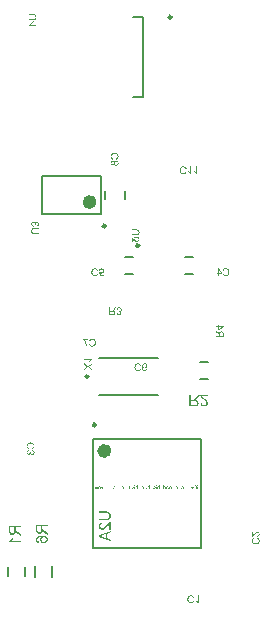
<source format=gbr>
%TF.GenerationSoftware,Altium Limited,Altium Designer,20.0.9 (164)*%
G04 Layer_Color=32896*
%FSLAX26Y26*%
%MOIN*%
%TF.FileFunction,Legend,Bot*%
%TF.Part,Single*%
G01*
G75*
%TA.AperFunction,NonConductor*%
%ADD64C,0.009842*%
%ADD65C,0.023622*%
%ADD66C,0.007874*%
G36*
X1680000Y1189758D02*
X1678430D01*
Y1191567D01*
X1680000D01*
Y1189758D01*
D02*
G37*
G36*
X1542824D02*
X1541254D01*
Y1191567D01*
X1542824D01*
Y1189758D01*
D02*
G37*
G36*
X1470253D02*
X1468682D01*
Y1191567D01*
X1470253D01*
Y1189758D01*
D02*
G37*
G36*
X1437451D02*
X1435881D01*
Y1191567D01*
X1437451D01*
Y1189758D01*
D02*
G37*
G36*
X1408622D02*
X1407052D01*
Y1191567D01*
X1408622D01*
Y1189758D01*
D02*
G37*
G36*
X1390755Y1178765D02*
X1389299D01*
Y1179919D01*
X1389122Y1179680D01*
X1388925Y1179472D01*
X1388717Y1179285D01*
X1388509Y1179129D01*
X1388290Y1179004D01*
X1388082Y1178889D01*
X1387874Y1178796D01*
X1387666Y1178723D01*
X1387479Y1178671D01*
X1387302Y1178630D01*
X1387136Y1178598D01*
X1387001Y1178578D01*
X1386886Y1178567D01*
X1386803Y1178557D01*
X1386730D01*
X1386429Y1178567D01*
X1386138Y1178609D01*
X1385857Y1178681D01*
X1385586Y1178765D01*
X1385337Y1178858D01*
X1385108Y1178973D01*
X1384890Y1179087D01*
X1384692Y1179212D01*
X1384515Y1179326D01*
X1384359Y1179441D01*
X1384224Y1179555D01*
X1384110Y1179659D01*
X1384016Y1179732D01*
X1383954Y1179805D01*
X1383912Y1179846D01*
X1383902Y1179857D01*
X1383694Y1180117D01*
X1383506Y1180387D01*
X1383350Y1180678D01*
X1383215Y1180980D01*
X1383101Y1181292D01*
X1383007Y1181593D01*
X1382924Y1181895D01*
X1382862Y1182186D01*
X1382820Y1182457D01*
X1382778Y1182717D01*
X1382747Y1182946D01*
X1382737Y1183143D01*
X1382726Y1183310D01*
X1382716Y1183382D01*
Y1183434D01*
Y1183476D01*
Y1183507D01*
Y1183528D01*
Y1183538D01*
X1382726Y1183913D01*
X1382758Y1184256D01*
X1382810Y1184578D01*
X1382830Y1184724D01*
X1382851Y1184859D01*
X1382882Y1184984D01*
X1382903Y1185088D01*
X1382934Y1185192D01*
X1382955Y1185265D01*
X1382966Y1185338D01*
X1382986Y1185379D01*
X1382997Y1185410D01*
Y1185421D01*
X1383111Y1185743D01*
X1383236Y1186034D01*
X1383371Y1186284D01*
X1383496Y1186502D01*
X1383548Y1186606D01*
X1383600Y1186689D01*
X1383652Y1186762D01*
X1383694Y1186814D01*
X1383725Y1186866D01*
X1383756Y1186898D01*
X1383766Y1186918D01*
X1383777Y1186929D01*
X1383974Y1187147D01*
X1384182Y1187345D01*
X1384390Y1187511D01*
X1384588Y1187646D01*
X1384765Y1187750D01*
X1384838Y1187802D01*
X1384910Y1187833D01*
X1384962Y1187865D01*
X1385004Y1187875D01*
X1385025Y1187896D01*
X1385035D01*
X1385326Y1188010D01*
X1385607Y1188104D01*
X1385878Y1188166D01*
X1386127Y1188208D01*
X1386242Y1188218D01*
X1386335Y1188229D01*
X1386429Y1188239D01*
X1386502Y1188249D01*
X1386647D01*
X1386928Y1188239D01*
X1387198Y1188197D01*
X1387458Y1188135D01*
X1387698Y1188052D01*
X1387926Y1187958D01*
X1388134Y1187854D01*
X1388322Y1187740D01*
X1388498Y1187626D01*
X1388654Y1187511D01*
X1388790Y1187397D01*
X1388904Y1187293D01*
X1389008Y1187199D01*
X1389081Y1187116D01*
X1389143Y1187053D01*
X1389174Y1187012D01*
X1389185Y1187002D01*
Y1191567D01*
X1390755D01*
Y1178765D01*
D02*
G37*
G36*
X1552777Y1178765D02*
X1551206D01*
Y1183840D01*
Y1184038D01*
X1551196Y1184225D01*
X1551186Y1184402D01*
X1551165Y1184568D01*
X1551144Y1184724D01*
X1551123Y1184859D01*
X1551102Y1184984D01*
X1551071Y1185098D01*
X1551050Y1185202D01*
X1551030Y1185296D01*
X1551009Y1185369D01*
X1550988Y1185431D01*
X1550967Y1185483D01*
X1550957Y1185514D01*
X1550946Y1185535D01*
Y1185546D01*
X1550832Y1185764D01*
X1550697Y1185962D01*
X1550551Y1186128D01*
X1550416Y1186274D01*
X1550281Y1186388D01*
X1550177Y1186471D01*
X1550135Y1186492D01*
X1550104Y1186513D01*
X1550083Y1186534D01*
X1550073D01*
X1549844Y1186658D01*
X1549605Y1186742D01*
X1549386Y1186804D01*
X1549189Y1186856D01*
X1549012Y1186877D01*
X1548939Y1186887D01*
X1548877D01*
X1548835Y1186898D01*
X1548762D01*
X1548596Y1186887D01*
X1548430Y1186877D01*
X1548284Y1186846D01*
X1548138Y1186814D01*
X1548014Y1186773D01*
X1547889Y1186731D01*
X1547785Y1186679D01*
X1547691Y1186627D01*
X1547598Y1186575D01*
X1547525Y1186523D01*
X1547462Y1186482D01*
X1547410Y1186440D01*
X1547369Y1186409D01*
X1547338Y1186378D01*
X1547327Y1186367D01*
X1547317Y1186357D01*
X1547223Y1186253D01*
X1547140Y1186128D01*
X1547078Y1185993D01*
X1547015Y1185858D01*
X1546922Y1185577D01*
X1546859Y1185296D01*
X1546838Y1185161D01*
X1546828Y1185046D01*
X1546807Y1184932D01*
Y1184838D01*
X1546797Y1184755D01*
Y1184693D01*
Y1184651D01*
Y1184641D01*
Y1178765D01*
X1545226D01*
Y1184641D01*
Y1184890D01*
X1545237Y1185119D01*
X1545258Y1185338D01*
X1545278Y1185535D01*
X1545299Y1185722D01*
X1545330Y1185899D01*
X1545362Y1186045D01*
X1545393Y1186190D01*
X1545424Y1186305D01*
X1545455Y1186419D01*
X1545486Y1186502D01*
X1545507Y1186575D01*
X1545528Y1186638D01*
X1545549Y1186679D01*
X1545559Y1186700D01*
Y1186710D01*
X1545622Y1186846D01*
X1545694Y1186960D01*
X1545861Y1187189D01*
X1546048Y1187386D01*
X1546225Y1187542D01*
X1546391Y1187667D01*
X1546464Y1187719D01*
X1546526Y1187761D01*
X1546578Y1187792D01*
X1546620Y1187813D01*
X1546641Y1187834D01*
X1546651D01*
X1546942Y1187969D01*
X1547254Y1188073D01*
X1547546Y1188146D01*
X1547826Y1188198D01*
X1547962Y1188218D01*
X1548076Y1188229D01*
X1548180Y1188239D01*
X1548263D01*
X1548336Y1188250D01*
X1548440D01*
X1548742Y1188239D01*
X1549043Y1188198D01*
X1549314Y1188135D01*
X1549574Y1188052D01*
X1549823Y1187958D01*
X1550052Y1187844D01*
X1550260Y1187730D01*
X1550447Y1187615D01*
X1550624Y1187490D01*
X1550770Y1187376D01*
X1550905Y1187272D01*
X1551009Y1187168D01*
X1551092Y1187085D01*
X1551154Y1187022D01*
X1551196Y1186981D01*
X1551206Y1186970D01*
Y1191567D01*
X1552777D01*
Y1178765D01*
D02*
G37*
G36*
X1519975D02*
X1518405D01*
Y1183840D01*
Y1184038D01*
X1518394Y1184225D01*
X1518384Y1184402D01*
X1518363Y1184568D01*
X1518342Y1184724D01*
X1518322Y1184859D01*
X1518301Y1184984D01*
X1518270Y1185098D01*
X1518249Y1185202D01*
X1518228Y1185296D01*
X1518207Y1185369D01*
X1518186Y1185431D01*
X1518166Y1185483D01*
X1518155Y1185514D01*
X1518145Y1185535D01*
Y1185546D01*
X1518030Y1185764D01*
X1517895Y1185962D01*
X1517750Y1186128D01*
X1517614Y1186274D01*
X1517479Y1186388D01*
X1517375Y1186471D01*
X1517334Y1186492D01*
X1517302Y1186513D01*
X1517282Y1186534D01*
X1517271D01*
X1517042Y1186658D01*
X1516803Y1186742D01*
X1516585Y1186804D01*
X1516387Y1186856D01*
X1516210Y1186877D01*
X1516138Y1186887D01*
X1516075D01*
X1516034Y1186898D01*
X1515961D01*
X1515794Y1186887D01*
X1515628Y1186877D01*
X1515482Y1186846D01*
X1515337Y1186814D01*
X1515212Y1186773D01*
X1515087Y1186731D01*
X1514983Y1186679D01*
X1514890Y1186627D01*
X1514796Y1186575D01*
X1514723Y1186523D01*
X1514661Y1186482D01*
X1514609Y1186440D01*
X1514567Y1186409D01*
X1514536Y1186378D01*
X1514526Y1186367D01*
X1514515Y1186357D01*
X1514422Y1186253D01*
X1514338Y1186128D01*
X1514276Y1185993D01*
X1514214Y1185858D01*
X1514120Y1185577D01*
X1514058Y1185296D01*
X1514037Y1185161D01*
X1514026Y1185046D01*
X1514006Y1184932D01*
Y1184838D01*
X1513995Y1184755D01*
Y1184693D01*
Y1184651D01*
Y1184641D01*
Y1178765D01*
X1512425D01*
Y1184641D01*
Y1184890D01*
X1512435Y1185119D01*
X1512456Y1185338D01*
X1512477Y1185535D01*
X1512498Y1185722D01*
X1512529Y1185899D01*
X1512560Y1186045D01*
X1512591Y1186190D01*
X1512622Y1186305D01*
X1512654Y1186419D01*
X1512685Y1186502D01*
X1512706Y1186575D01*
X1512726Y1186638D01*
X1512747Y1186679D01*
X1512758Y1186700D01*
Y1186710D01*
X1512820Y1186846D01*
X1512893Y1186960D01*
X1513059Y1187189D01*
X1513246Y1187386D01*
X1513423Y1187542D01*
X1513590Y1187667D01*
X1513662Y1187719D01*
X1513725Y1187761D01*
X1513777Y1187792D01*
X1513818Y1187813D01*
X1513839Y1187834D01*
X1513850D01*
X1514141Y1187969D01*
X1514453Y1188073D01*
X1514744Y1188146D01*
X1515025Y1188198D01*
X1515160Y1188218D01*
X1515274Y1188229D01*
X1515378Y1188239D01*
X1515462D01*
X1515534Y1188250D01*
X1515638D01*
X1515940Y1188239D01*
X1516242Y1188198D01*
X1516512Y1188135D01*
X1516772Y1188052D01*
X1517022Y1187958D01*
X1517250Y1187844D01*
X1517458Y1187730D01*
X1517646Y1187615D01*
X1517822Y1187490D01*
X1517968Y1187376D01*
X1518103Y1187272D01*
X1518207Y1187168D01*
X1518290Y1187085D01*
X1518353Y1187022D01*
X1518394Y1186981D01*
X1518405Y1186970D01*
Y1191567D01*
X1519975D01*
Y1178765D01*
D02*
G37*
G36*
X1480206D02*
X1478635D01*
Y1183840D01*
Y1184038D01*
X1478625Y1184225D01*
X1478614Y1184402D01*
X1478594Y1184568D01*
X1478573Y1184724D01*
X1478552Y1184859D01*
X1478531Y1184984D01*
X1478500Y1185098D01*
X1478479Y1185202D01*
X1478458Y1185296D01*
X1478438Y1185369D01*
X1478417Y1185431D01*
X1478396Y1185483D01*
X1478386Y1185514D01*
X1478375Y1185535D01*
Y1185546D01*
X1478261Y1185764D01*
X1478126Y1185962D01*
X1477980Y1186128D01*
X1477845Y1186274D01*
X1477710Y1186388D01*
X1477606Y1186471D01*
X1477564Y1186492D01*
X1477533Y1186513D01*
X1477512Y1186534D01*
X1477502D01*
X1477273Y1186658D01*
X1477034Y1186742D01*
X1476815Y1186804D01*
X1476618Y1186856D01*
X1476441Y1186877D01*
X1476368Y1186887D01*
X1476306D01*
X1476264Y1186898D01*
X1476191D01*
X1476025Y1186887D01*
X1475858Y1186877D01*
X1475713Y1186846D01*
X1475567Y1186814D01*
X1475442Y1186773D01*
X1475318Y1186731D01*
X1475214Y1186679D01*
X1475120Y1186627D01*
X1475026Y1186575D01*
X1474954Y1186523D01*
X1474891Y1186482D01*
X1474839Y1186440D01*
X1474798Y1186409D01*
X1474766Y1186378D01*
X1474756Y1186367D01*
X1474746Y1186357D01*
X1474652Y1186253D01*
X1474569Y1186128D01*
X1474506Y1185993D01*
X1474444Y1185858D01*
X1474350Y1185577D01*
X1474288Y1185296D01*
X1474267Y1185161D01*
X1474257Y1185046D01*
X1474236Y1184932D01*
Y1184838D01*
X1474226Y1184755D01*
Y1184693D01*
Y1184651D01*
Y1184641D01*
Y1178765D01*
X1472655D01*
Y1184641D01*
Y1184890D01*
X1472666Y1185119D01*
X1472686Y1185338D01*
X1472707Y1185535D01*
X1472728Y1185722D01*
X1472759Y1185899D01*
X1472790Y1186045D01*
X1472822Y1186190D01*
X1472853Y1186305D01*
X1472884Y1186419D01*
X1472915Y1186502D01*
X1472936Y1186575D01*
X1472957Y1186638D01*
X1472978Y1186679D01*
X1472988Y1186700D01*
Y1186710D01*
X1473050Y1186846D01*
X1473123Y1186960D01*
X1473290Y1187189D01*
X1473477Y1187386D01*
X1473654Y1187542D01*
X1473820Y1187667D01*
X1473893Y1187719D01*
X1473955Y1187761D01*
X1474007Y1187792D01*
X1474049Y1187813D01*
X1474070Y1187834D01*
X1474080D01*
X1474371Y1187969D01*
X1474683Y1188073D01*
X1474974Y1188146D01*
X1475255Y1188198D01*
X1475390Y1188218D01*
X1475505Y1188229D01*
X1475609Y1188239D01*
X1475692D01*
X1475765Y1188250D01*
X1475869D01*
X1476170Y1188239D01*
X1476472Y1188198D01*
X1476742Y1188135D01*
X1477002Y1188052D01*
X1477252Y1187958D01*
X1477481Y1187844D01*
X1477689Y1187730D01*
X1477876Y1187615D01*
X1478053Y1187490D01*
X1478198Y1187376D01*
X1478334Y1187272D01*
X1478438Y1187168D01*
X1478521Y1187085D01*
X1478583Y1187022D01*
X1478625Y1186981D01*
X1478635Y1186970D01*
Y1191567D01*
X1480206D01*
Y1178765D01*
D02*
G37*
G36*
X1447404D02*
X1445834D01*
Y1183840D01*
Y1184038D01*
X1445823Y1184225D01*
X1445813Y1184402D01*
X1445792Y1184568D01*
X1445771Y1184724D01*
X1445750Y1184859D01*
X1445730Y1184984D01*
X1445698Y1185098D01*
X1445678Y1185202D01*
X1445657Y1185296D01*
X1445636Y1185369D01*
X1445615Y1185431D01*
X1445594Y1185483D01*
X1445584Y1185514D01*
X1445574Y1185535D01*
Y1185546D01*
X1445459Y1185764D01*
X1445324Y1185962D01*
X1445178Y1186128D01*
X1445043Y1186274D01*
X1444908Y1186388D01*
X1444804Y1186471D01*
X1444762Y1186492D01*
X1444731Y1186513D01*
X1444710Y1186534D01*
X1444700D01*
X1444471Y1186658D01*
X1444232Y1186742D01*
X1444014Y1186804D01*
X1443816Y1186856D01*
X1443639Y1186877D01*
X1443566Y1186887D01*
X1443504D01*
X1443462Y1186898D01*
X1443390D01*
X1443223Y1186887D01*
X1443057Y1186877D01*
X1442911Y1186846D01*
X1442766Y1186814D01*
X1442641Y1186773D01*
X1442516Y1186731D01*
X1442412Y1186679D01*
X1442318Y1186627D01*
X1442225Y1186575D01*
X1442152Y1186523D01*
X1442090Y1186482D01*
X1442038Y1186440D01*
X1441996Y1186409D01*
X1441965Y1186378D01*
X1441954Y1186367D01*
X1441944Y1186357D01*
X1441850Y1186253D01*
X1441767Y1186128D01*
X1441705Y1185993D01*
X1441642Y1185858D01*
X1441549Y1185577D01*
X1441486Y1185296D01*
X1441466Y1185161D01*
X1441455Y1185046D01*
X1441434Y1184932D01*
Y1184838D01*
X1441424Y1184755D01*
Y1184693D01*
Y1184651D01*
Y1184641D01*
Y1178765D01*
X1439854D01*
Y1184641D01*
Y1184890D01*
X1439864Y1185119D01*
X1439885Y1185338D01*
X1439906Y1185535D01*
X1439926Y1185722D01*
X1439958Y1185899D01*
X1439989Y1186045D01*
X1440020Y1186190D01*
X1440051Y1186305D01*
X1440082Y1186419D01*
X1440114Y1186502D01*
X1440134Y1186575D01*
X1440155Y1186638D01*
X1440176Y1186679D01*
X1440186Y1186700D01*
Y1186710D01*
X1440249Y1186846D01*
X1440322Y1186960D01*
X1440488Y1187189D01*
X1440675Y1187386D01*
X1440852Y1187542D01*
X1441018Y1187667D01*
X1441091Y1187719D01*
X1441154Y1187761D01*
X1441206Y1187792D01*
X1441247Y1187813D01*
X1441268Y1187834D01*
X1441278D01*
X1441570Y1187969D01*
X1441882Y1188073D01*
X1442173Y1188146D01*
X1442454Y1188198D01*
X1442589Y1188218D01*
X1442703Y1188229D01*
X1442807Y1188239D01*
X1442890D01*
X1442963Y1188250D01*
X1443067D01*
X1443369Y1188239D01*
X1443670Y1188198D01*
X1443941Y1188135D01*
X1444201Y1188052D01*
X1444450Y1187958D01*
X1444679Y1187844D01*
X1444887Y1187730D01*
X1445074Y1187615D01*
X1445251Y1187490D01*
X1445397Y1187376D01*
X1445532Y1187272D01*
X1445636Y1187168D01*
X1445719Y1187085D01*
X1445782Y1187022D01*
X1445823Y1186981D01*
X1445834Y1186970D01*
Y1191567D01*
X1447404D01*
Y1178765D01*
D02*
G37*
G36*
X1420364Y1188239D02*
X1420582Y1188218D01*
X1420790Y1188198D01*
X1420988Y1188156D01*
X1421175Y1188104D01*
X1421352Y1188052D01*
X1421518Y1188000D01*
X1421664Y1187948D01*
X1421799Y1187886D01*
X1421924Y1187834D01*
X1422028Y1187782D01*
X1422111Y1187730D01*
X1422184Y1187688D01*
X1422236Y1187667D01*
X1422267Y1187646D01*
X1422278Y1187636D01*
X1422444Y1187511D01*
X1422600Y1187386D01*
X1422746Y1187251D01*
X1422881Y1187106D01*
X1423006Y1186960D01*
X1423120Y1186814D01*
X1423224Y1186679D01*
X1423318Y1186534D01*
X1423401Y1186409D01*
X1423474Y1186284D01*
X1423536Y1186180D01*
X1423578Y1186086D01*
X1423619Y1186003D01*
X1423650Y1185951D01*
X1423661Y1185910D01*
X1423671Y1185899D01*
X1423754Y1185691D01*
X1423827Y1185473D01*
X1423952Y1185046D01*
X1424035Y1184630D01*
X1424066Y1184433D01*
X1424087Y1184256D01*
X1424108Y1184079D01*
X1424129Y1183923D01*
X1424139Y1183788D01*
Y1183674D01*
X1424150Y1183580D01*
Y1183507D01*
Y1183455D01*
Y1183445D01*
X1424139Y1183091D01*
X1424108Y1182748D01*
X1424056Y1182426D01*
X1423983Y1182114D01*
X1423910Y1181822D01*
X1423817Y1181552D01*
X1423723Y1181302D01*
X1423619Y1181074D01*
X1423526Y1180866D01*
X1423432Y1180678D01*
X1423338Y1180522D01*
X1423266Y1180387D01*
X1423193Y1180283D01*
X1423141Y1180200D01*
X1423110Y1180158D01*
X1423099Y1180138D01*
X1422891Y1179898D01*
X1422673Y1179680D01*
X1422434Y1179503D01*
X1422194Y1179347D01*
X1421945Y1179212D01*
X1421706Y1179098D01*
X1421466Y1179014D01*
X1421227Y1178942D01*
X1421009Y1178879D01*
X1420801Y1178838D01*
X1420614Y1178806D01*
X1420458Y1178786D01*
X1420333Y1178775D01*
X1420229Y1178765D01*
X1420146D01*
X1419865Y1178775D01*
X1419594Y1178817D01*
X1419334Y1178879D01*
X1419095Y1178952D01*
X1418866Y1179046D01*
X1418658Y1179150D01*
X1418461Y1179264D01*
X1418284Y1179378D01*
X1418128Y1179482D01*
X1417982Y1179597D01*
X1417858Y1179701D01*
X1417764Y1179794D01*
X1417681Y1179867D01*
X1417629Y1179930D01*
X1417587Y1179971D01*
X1417577Y1179982D01*
Y1179711D01*
Y1179451D01*
X1417587Y1179233D01*
Y1179025D01*
X1417598Y1178838D01*
X1417608Y1178671D01*
X1417618Y1178526D01*
X1417629Y1178401D01*
X1417639Y1178286D01*
X1417650Y1178203D01*
X1417660Y1178120D01*
X1417670Y1178068D01*
X1417681Y1178016D01*
Y1177985D01*
X1417691Y1177974D01*
Y1177964D01*
X1417785Y1177683D01*
X1417899Y1177444D01*
X1418034Y1177236D01*
X1418170Y1177059D01*
X1418294Y1176924D01*
X1418398Y1176830D01*
X1418440Y1176789D01*
X1418461Y1176768D01*
X1418482Y1176758D01*
X1418492Y1176747D01*
X1418606Y1176664D01*
X1418731Y1176602D01*
X1419002Y1176487D01*
X1419282Y1176414D01*
X1419553Y1176352D01*
X1419678Y1176342D01*
X1419802Y1176321D01*
X1419906Y1176310D01*
X1420000D01*
X1420073Y1176300D01*
X1420177D01*
X1420530Y1176321D01*
X1420697Y1176342D01*
X1420853Y1176373D01*
X1420998Y1176404D01*
X1421123Y1176435D01*
X1421248Y1176477D01*
X1421352Y1176518D01*
X1421456Y1176560D01*
X1421539Y1176602D01*
X1421612Y1176633D01*
X1421674Y1176664D01*
X1421716Y1176695D01*
X1421747Y1176716D01*
X1421768Y1176737D01*
X1421778D01*
X1421924Y1176872D01*
X1422049Y1177038D01*
X1422142Y1177205D01*
X1422205Y1177382D01*
X1422257Y1177527D01*
X1422288Y1177652D01*
X1422298Y1177704D01*
Y1177735D01*
X1422309Y1177756D01*
Y1177766D01*
X1423838Y1177995D01*
X1423827Y1177725D01*
X1423806Y1177465D01*
X1423754Y1177236D01*
X1423692Y1177018D01*
X1423619Y1176810D01*
X1423536Y1176622D01*
X1423453Y1176456D01*
X1423359Y1176310D01*
X1423266Y1176175D01*
X1423172Y1176061D01*
X1423089Y1175967D01*
X1423006Y1175894D01*
X1422943Y1175832D01*
X1422891Y1175780D01*
X1422860Y1175759D01*
X1422850Y1175749D01*
X1422652Y1175614D01*
X1422444Y1175499D01*
X1422226Y1175406D01*
X1421997Y1175312D01*
X1421778Y1175239D01*
X1421550Y1175187D01*
X1421331Y1175135D01*
X1421123Y1175094D01*
X1420926Y1175062D01*
X1420749Y1175042D01*
X1420582Y1175021D01*
X1420437Y1175010D01*
X1420322D01*
X1420239Y1175000D01*
X1420166D01*
X1419906Y1175010D01*
X1419667Y1175021D01*
X1419428Y1175052D01*
X1419210Y1175083D01*
X1419002Y1175125D01*
X1418814Y1175166D01*
X1418627Y1175218D01*
X1418471Y1175270D01*
X1418326Y1175312D01*
X1418190Y1175364D01*
X1418076Y1175406D01*
X1417982Y1175447D01*
X1417910Y1175478D01*
X1417858Y1175510D01*
X1417826Y1175520D01*
X1417816Y1175530D01*
X1417639Y1175634D01*
X1417483Y1175738D01*
X1417327Y1175853D01*
X1417192Y1175978D01*
X1417067Y1176092D01*
X1416953Y1176206D01*
X1416849Y1176331D01*
X1416755Y1176435D01*
X1416682Y1176539D01*
X1416610Y1176643D01*
X1416558Y1176726D01*
X1416506Y1176810D01*
X1416464Y1176872D01*
X1416443Y1176914D01*
X1416422Y1176945D01*
Y1176955D01*
X1416339Y1177142D01*
X1416277Y1177350D01*
X1416214Y1177569D01*
X1416162Y1177818D01*
X1416079Y1178318D01*
X1416058Y1178578D01*
X1416027Y1178827D01*
X1416017Y1179066D01*
X1415996Y1179285D01*
X1415986Y1179482D01*
Y1179659D01*
X1415975Y1179805D01*
Y1179919D01*
Y1179961D01*
Y1179992D01*
Y1180002D01*
Y1180013D01*
Y1188042D01*
X1417431D01*
Y1186918D01*
X1417639Y1187158D01*
X1417847Y1187355D01*
X1418076Y1187532D01*
X1418305Y1187688D01*
X1418523Y1187813D01*
X1418752Y1187927D01*
X1418970Y1188010D01*
X1419178Y1188083D01*
X1419376Y1188135D01*
X1419563Y1188177D01*
X1419719Y1188208D01*
X1419865Y1188229D01*
X1419979Y1188239D01*
X1420062Y1188250D01*
X1420135D01*
X1420364Y1188239D01*
D02*
G37*
G36*
X1619867D02*
X1620262Y1188198D01*
X1620450Y1188177D01*
X1620626Y1188146D01*
X1620782Y1188114D01*
X1620938Y1188083D01*
X1621074Y1188052D01*
X1621188Y1188021D01*
X1621292Y1187990D01*
X1621375Y1187969D01*
X1621448Y1187948D01*
X1621500Y1187927D01*
X1621531Y1187917D01*
X1621542D01*
X1621864Y1187782D01*
X1622134Y1187636D01*
X1622259Y1187553D01*
X1622374Y1187480D01*
X1622478Y1187407D01*
X1622571Y1187324D01*
X1622654Y1187262D01*
X1622727Y1187189D01*
X1622790Y1187137D01*
X1622831Y1187085D01*
X1622873Y1187043D01*
X1622904Y1187012D01*
X1622914Y1186991D01*
X1622925Y1186981D01*
X1623091Y1186742D01*
X1623237Y1186482D01*
X1623351Y1186211D01*
X1623445Y1185962D01*
X1623486Y1185847D01*
X1623518Y1185743D01*
X1623549Y1185650D01*
X1623570Y1185566D01*
X1623590Y1185494D01*
X1623601Y1185442D01*
X1623611Y1185410D01*
Y1185400D01*
X1622072Y1185192D01*
X1622020Y1185369D01*
X1621968Y1185535D01*
X1621906Y1185681D01*
X1621843Y1185816D01*
X1621781Y1185941D01*
X1621718Y1186055D01*
X1621656Y1186149D01*
X1621594Y1186242D01*
X1621531Y1186315D01*
X1621479Y1186378D01*
X1621427Y1186440D01*
X1621386Y1186482D01*
X1621323Y1186534D01*
X1621313Y1186554D01*
X1621302D01*
X1621198Y1186627D01*
X1621084Y1186690D01*
X1620824Y1186783D01*
X1620554Y1186856D01*
X1620283Y1186898D01*
X1620158Y1186918D01*
X1620044Y1186929D01*
X1619930Y1186939D01*
X1619836D01*
X1619763Y1186950D01*
X1619659D01*
X1619441Y1186939D01*
X1619243Y1186929D01*
X1619056Y1186898D01*
X1618879Y1186866D01*
X1618723Y1186825D01*
X1618567Y1186783D01*
X1618442Y1186731D01*
X1618318Y1186679D01*
X1618214Y1186627D01*
X1618120Y1186575D01*
X1618047Y1186534D01*
X1617985Y1186492D01*
X1617933Y1186461D01*
X1617902Y1186430D01*
X1617881Y1186419D01*
X1617870Y1186409D01*
X1617787Y1186326D01*
X1617725Y1186242D01*
X1617610Y1186034D01*
X1617527Y1185806D01*
X1617475Y1185587D01*
X1617444Y1185379D01*
X1617434Y1185296D01*
Y1185213D01*
X1617423Y1185150D01*
Y1185098D01*
Y1185067D01*
Y1185057D01*
Y1185015D01*
Y1184963D01*
Y1184828D01*
X1617434Y1184755D01*
Y1184703D01*
Y1184662D01*
Y1184651D01*
X1617610Y1184589D01*
X1617818Y1184537D01*
X1618026Y1184485D01*
X1618255Y1184433D01*
X1618723Y1184339D01*
X1618952Y1184298D01*
X1619181Y1184256D01*
X1619389Y1184225D01*
X1619586Y1184194D01*
X1619774Y1184162D01*
X1619930Y1184142D01*
X1620065Y1184121D01*
X1620158Y1184110D01*
X1620221Y1184100D01*
X1620242D01*
X1620408Y1184079D01*
X1620574Y1184058D01*
X1620720Y1184038D01*
X1620855Y1184017D01*
X1620980Y1183996D01*
X1621094Y1183986D01*
X1621198Y1183965D01*
X1621292Y1183944D01*
X1621375Y1183934D01*
X1621438Y1183913D01*
X1621500Y1183902D01*
X1621552Y1183892D01*
X1621583Y1183882D01*
X1621614D01*
X1621625Y1183871D01*
X1621635D01*
X1621864Y1183798D01*
X1622072Y1183715D01*
X1622270Y1183632D01*
X1622436Y1183549D01*
X1622571Y1183466D01*
X1622675Y1183403D01*
X1622717Y1183382D01*
X1622748Y1183362D01*
X1622758Y1183351D01*
X1622769D01*
X1622946Y1183216D01*
X1623102Y1183070D01*
X1623247Y1182914D01*
X1623362Y1182779D01*
X1623455Y1182644D01*
X1623528Y1182540D01*
X1623549Y1182498D01*
X1623570Y1182467D01*
X1623580Y1182457D01*
Y1182446D01*
X1623684Y1182228D01*
X1623757Y1182020D01*
X1623809Y1181812D01*
X1623840Y1181614D01*
X1623861Y1181448D01*
X1623871Y1181386D01*
X1623882Y1181323D01*
Y1181271D01*
Y1181240D01*
Y1181219D01*
Y1181209D01*
X1623871Y1181001D01*
X1623850Y1180793D01*
X1623809Y1180595D01*
X1623757Y1180418D01*
X1623694Y1180252D01*
X1623622Y1180096D01*
X1623549Y1179950D01*
X1623476Y1179815D01*
X1623403Y1179701D01*
X1623330Y1179597D01*
X1623258Y1179503D01*
X1623195Y1179430D01*
X1623143Y1179368D01*
X1623102Y1179326D01*
X1623081Y1179306D01*
X1623070Y1179295D01*
X1622904Y1179170D01*
X1622738Y1179056D01*
X1622550Y1178952D01*
X1622353Y1178869D01*
X1622166Y1178796D01*
X1621968Y1178734D01*
X1621770Y1178692D01*
X1621583Y1178650D01*
X1621406Y1178619D01*
X1621250Y1178598D01*
X1621094Y1178578D01*
X1620970Y1178567D01*
X1620866Y1178557D01*
X1620720D01*
X1620377Y1178567D01*
X1620054Y1178609D01*
X1619763Y1178650D01*
X1619628Y1178682D01*
X1619514Y1178713D01*
X1619399Y1178734D01*
X1619295Y1178765D01*
X1619212Y1178786D01*
X1619129Y1178817D01*
X1619077Y1178827D01*
X1619025Y1178848D01*
X1619004Y1178858D01*
X1618994D01*
X1618838Y1178921D01*
X1618692Y1178994D01*
X1618390Y1179150D01*
X1618099Y1179326D01*
X1617839Y1179493D01*
X1617725Y1179576D01*
X1617621Y1179659D01*
X1617527Y1179722D01*
X1617444Y1179784D01*
X1617382Y1179836D01*
X1617340Y1179878D01*
X1617309Y1179898D01*
X1617298Y1179909D01*
X1617267Y1179670D01*
X1617226Y1179451D01*
X1617174Y1179264D01*
X1617122Y1179087D01*
X1617070Y1178952D01*
X1617028Y1178848D01*
X1617007Y1178817D01*
X1616997Y1178786D01*
X1616986Y1178775D01*
Y1178765D01*
X1615343D01*
X1615447Y1178962D01*
X1615530Y1179160D01*
X1615603Y1179347D01*
X1615655Y1179514D01*
X1615697Y1179659D01*
X1615728Y1179774D01*
X1615738Y1179815D01*
Y1179846D01*
X1615749Y1179857D01*
Y1179867D01*
X1615770Y1179992D01*
X1615780Y1180158D01*
X1615790Y1180335D01*
X1615801Y1180543D01*
X1615811Y1180772D01*
X1615822Y1181001D01*
X1615832Y1181479D01*
Y1181708D01*
Y1181916D01*
X1615842Y1182114D01*
Y1182290D01*
Y1182436D01*
Y1182550D01*
Y1182592D01*
Y1182623D01*
Y1182634D01*
Y1182644D01*
Y1184745D01*
Y1184932D01*
Y1185109D01*
X1615853Y1185265D01*
Y1185421D01*
X1615863Y1185546D01*
Y1185670D01*
X1615874Y1185774D01*
X1615884Y1185868D01*
X1615894Y1185951D01*
Y1186014D01*
X1615905Y1186076D01*
X1615915Y1186118D01*
Y1186159D01*
X1615926Y1186180D01*
Y1186201D01*
X1615988Y1186430D01*
X1616061Y1186638D01*
X1616144Y1186825D01*
X1616217Y1186970D01*
X1616300Y1187095D01*
X1616352Y1187189D01*
X1616394Y1187241D01*
X1616414Y1187262D01*
X1616560Y1187418D01*
X1616737Y1187553D01*
X1616914Y1187678D01*
X1617090Y1187771D01*
X1617257Y1187854D01*
X1617319Y1187896D01*
X1617382Y1187917D01*
X1617434Y1187938D01*
X1617475Y1187958D01*
X1617496Y1187969D01*
X1617506D01*
X1617652Y1188021D01*
X1617798Y1188062D01*
X1618120Y1188135D01*
X1618442Y1188177D01*
X1618744Y1188218D01*
X1618890Y1188229D01*
X1619014Y1188239D01*
X1619129D01*
X1619233Y1188250D01*
X1619430D01*
X1619867Y1188239D01*
D02*
G37*
G36*
X1579120D02*
X1579515Y1188198D01*
X1579702Y1188177D01*
X1579879Y1188146D01*
X1580035Y1188114D01*
X1580191Y1188083D01*
X1580326Y1188052D01*
X1580441Y1188021D01*
X1580545Y1187990D01*
X1580628Y1187969D01*
X1580701Y1187948D01*
X1580753Y1187927D01*
X1580784Y1187917D01*
X1580794D01*
X1581117Y1187782D01*
X1581387Y1187636D01*
X1581512Y1187553D01*
X1581626Y1187480D01*
X1581730Y1187407D01*
X1581824Y1187324D01*
X1581907Y1187262D01*
X1581980Y1187189D01*
X1582042Y1187137D01*
X1582084Y1187085D01*
X1582126Y1187043D01*
X1582157Y1187012D01*
X1582167Y1186991D01*
X1582178Y1186981D01*
X1582344Y1186742D01*
X1582490Y1186482D01*
X1582604Y1186211D01*
X1582698Y1185962D01*
X1582739Y1185847D01*
X1582770Y1185743D01*
X1582802Y1185650D01*
X1582822Y1185566D01*
X1582843Y1185494D01*
X1582854Y1185442D01*
X1582864Y1185410D01*
Y1185400D01*
X1581325Y1185192D01*
X1581273Y1185369D01*
X1581221Y1185535D01*
X1581158Y1185681D01*
X1581096Y1185816D01*
X1581034Y1185941D01*
X1580971Y1186055D01*
X1580909Y1186149D01*
X1580846Y1186242D01*
X1580784Y1186315D01*
X1580732Y1186378D01*
X1580680Y1186440D01*
X1580638Y1186482D01*
X1580576Y1186534D01*
X1580566Y1186554D01*
X1580555D01*
X1580451Y1186627D01*
X1580337Y1186690D01*
X1580077Y1186783D01*
X1579806Y1186856D01*
X1579536Y1186898D01*
X1579411Y1186918D01*
X1579297Y1186929D01*
X1579182Y1186939D01*
X1579089D01*
X1579016Y1186950D01*
X1578912D01*
X1578694Y1186939D01*
X1578496Y1186929D01*
X1578309Y1186898D01*
X1578132Y1186866D01*
X1577976Y1186825D01*
X1577820Y1186783D01*
X1577695Y1186731D01*
X1577570Y1186679D01*
X1577466Y1186627D01*
X1577373Y1186575D01*
X1577300Y1186534D01*
X1577238Y1186492D01*
X1577186Y1186461D01*
X1577154Y1186430D01*
X1577134Y1186419D01*
X1577123Y1186409D01*
X1577040Y1186326D01*
X1576978Y1186242D01*
X1576863Y1186034D01*
X1576780Y1185806D01*
X1576728Y1185587D01*
X1576697Y1185379D01*
X1576686Y1185296D01*
Y1185213D01*
X1576676Y1185150D01*
Y1185098D01*
Y1185067D01*
Y1185057D01*
Y1185015D01*
Y1184963D01*
Y1184828D01*
X1576686Y1184755D01*
Y1184703D01*
Y1184662D01*
Y1184651D01*
X1576863Y1184589D01*
X1577071Y1184537D01*
X1577279Y1184485D01*
X1577508Y1184433D01*
X1577976Y1184339D01*
X1578205Y1184298D01*
X1578434Y1184256D01*
X1578642Y1184225D01*
X1578839Y1184194D01*
X1579026Y1184162D01*
X1579182Y1184142D01*
X1579318Y1184121D01*
X1579411Y1184110D01*
X1579474Y1184100D01*
X1579494D01*
X1579661Y1184079D01*
X1579827Y1184058D01*
X1579973Y1184038D01*
X1580108Y1184017D01*
X1580233Y1183996D01*
X1580347Y1183986D01*
X1580451Y1183965D01*
X1580545Y1183944D01*
X1580628Y1183934D01*
X1580690Y1183913D01*
X1580753Y1183902D01*
X1580805Y1183892D01*
X1580836Y1183882D01*
X1580867D01*
X1580878Y1183871D01*
X1580888D01*
X1581117Y1183798D01*
X1581325Y1183715D01*
X1581522Y1183632D01*
X1581689Y1183549D01*
X1581824Y1183466D01*
X1581928Y1183403D01*
X1581970Y1183382D01*
X1582001Y1183362D01*
X1582011Y1183351D01*
X1582022D01*
X1582198Y1183216D01*
X1582354Y1183070D01*
X1582500Y1182914D01*
X1582614Y1182779D01*
X1582708Y1182644D01*
X1582781Y1182540D01*
X1582802Y1182498D01*
X1582822Y1182467D01*
X1582833Y1182457D01*
Y1182446D01*
X1582937Y1182228D01*
X1583010Y1182020D01*
X1583062Y1181812D01*
X1583093Y1181614D01*
X1583114Y1181448D01*
X1583124Y1181386D01*
X1583134Y1181323D01*
Y1181271D01*
Y1181240D01*
Y1181219D01*
Y1181209D01*
X1583124Y1181001D01*
X1583103Y1180793D01*
X1583062Y1180595D01*
X1583010Y1180418D01*
X1582947Y1180252D01*
X1582874Y1180096D01*
X1582802Y1179950D01*
X1582729Y1179815D01*
X1582656Y1179701D01*
X1582583Y1179597D01*
X1582510Y1179503D01*
X1582448Y1179430D01*
X1582396Y1179368D01*
X1582354Y1179326D01*
X1582334Y1179306D01*
X1582323Y1179295D01*
X1582157Y1179170D01*
X1581990Y1179056D01*
X1581803Y1178952D01*
X1581606Y1178869D01*
X1581418Y1178796D01*
X1581221Y1178734D01*
X1581023Y1178692D01*
X1580836Y1178650D01*
X1580659Y1178619D01*
X1580503Y1178598D01*
X1580347Y1178578D01*
X1580222Y1178567D01*
X1580118Y1178557D01*
X1579973D01*
X1579630Y1178567D01*
X1579307Y1178609D01*
X1579016Y1178650D01*
X1578881Y1178682D01*
X1578766Y1178713D01*
X1578652Y1178734D01*
X1578548Y1178765D01*
X1578465Y1178786D01*
X1578382Y1178817D01*
X1578330Y1178827D01*
X1578278Y1178848D01*
X1578257Y1178858D01*
X1578246D01*
X1578090Y1178921D01*
X1577945Y1178994D01*
X1577643Y1179150D01*
X1577352Y1179326D01*
X1577092Y1179493D01*
X1576978Y1179576D01*
X1576874Y1179659D01*
X1576780Y1179722D01*
X1576697Y1179784D01*
X1576634Y1179836D01*
X1576593Y1179878D01*
X1576562Y1179898D01*
X1576551Y1179909D01*
X1576520Y1179670D01*
X1576478Y1179451D01*
X1576426Y1179264D01*
X1576374Y1179087D01*
X1576322Y1178952D01*
X1576281Y1178848D01*
X1576260Y1178817D01*
X1576250Y1178786D01*
X1576239Y1178775D01*
Y1178765D01*
X1574596D01*
X1574700Y1178962D01*
X1574783Y1179160D01*
X1574856Y1179347D01*
X1574908Y1179514D01*
X1574950Y1179659D01*
X1574981Y1179774D01*
X1574991Y1179815D01*
Y1179846D01*
X1575002Y1179857D01*
Y1179867D01*
X1575022Y1179992D01*
X1575033Y1180158D01*
X1575043Y1180335D01*
X1575054Y1180543D01*
X1575064Y1180772D01*
X1575074Y1181001D01*
X1575085Y1181479D01*
Y1181708D01*
Y1181916D01*
X1575095Y1182114D01*
Y1182290D01*
Y1182436D01*
Y1182550D01*
Y1182592D01*
Y1182623D01*
Y1182634D01*
Y1182644D01*
Y1184745D01*
Y1184932D01*
Y1185109D01*
X1575106Y1185265D01*
Y1185421D01*
X1575116Y1185546D01*
Y1185670D01*
X1575126Y1185774D01*
X1575137Y1185868D01*
X1575147Y1185951D01*
Y1186014D01*
X1575158Y1186076D01*
X1575168Y1186118D01*
Y1186159D01*
X1575178Y1186180D01*
Y1186201D01*
X1575241Y1186430D01*
X1575314Y1186638D01*
X1575397Y1186825D01*
X1575470Y1186970D01*
X1575553Y1187095D01*
X1575605Y1187189D01*
X1575646Y1187241D01*
X1575667Y1187262D01*
X1575813Y1187418D01*
X1575990Y1187553D01*
X1576166Y1187678D01*
X1576343Y1187771D01*
X1576510Y1187854D01*
X1576572Y1187896D01*
X1576634Y1187917D01*
X1576686Y1187938D01*
X1576728Y1187958D01*
X1576749Y1187969D01*
X1576759D01*
X1576905Y1188021D01*
X1577050Y1188062D01*
X1577373Y1188135D01*
X1577695Y1188177D01*
X1577997Y1188218D01*
X1578142Y1188229D01*
X1578267Y1188239D01*
X1578382D01*
X1578486Y1188250D01*
X1578683D01*
X1579120Y1188239D01*
D02*
G37*
G36*
X1364901Y1178765D02*
X1363330D01*
Y1182436D01*
X1362238Y1183507D01*
X1359160Y1178765D01*
X1357215D01*
X1361126Y1184589D01*
X1357569Y1188042D01*
X1359607D01*
X1363330Y1184266D01*
Y1191567D01*
X1364901D01*
Y1178765D01*
D02*
G37*
G36*
X1663464Y1178754D02*
X1663495Y1178661D01*
X1663526Y1178588D01*
X1663558Y1178515D01*
X1663578Y1178463D01*
X1663589Y1178422D01*
X1663599Y1178390D01*
X1663610Y1178380D01*
Y1178370D01*
X1663672Y1178203D01*
X1663724Y1178047D01*
X1663776Y1177912D01*
X1663828Y1177787D01*
X1663870Y1177683D01*
X1663911Y1177590D01*
X1663942Y1177506D01*
X1663974Y1177434D01*
X1664005Y1177371D01*
X1664026Y1177319D01*
X1664057Y1177246D01*
X1664078Y1177205D01*
X1664088Y1177194D01*
X1664171Y1177080D01*
X1664254Y1176986D01*
X1664338Y1176903D01*
X1664421Y1176830D01*
X1664494Y1176778D01*
X1664556Y1176737D01*
X1664598Y1176716D01*
X1664608Y1176706D01*
X1664733Y1176643D01*
X1664868Y1176602D01*
X1665003Y1176570D01*
X1665138Y1176550D01*
X1665263Y1176539D01*
X1665357Y1176529D01*
X1665440D01*
X1665586Y1176539D01*
X1665742Y1176550D01*
X1665887Y1176570D01*
X1666033Y1176602D01*
X1666158Y1176633D01*
X1666251Y1176654D01*
X1666314Y1176664D01*
X1666324Y1176674D01*
X1666334D01*
X1666158Y1175198D01*
X1665960Y1175135D01*
X1665762Y1175083D01*
X1665596Y1175052D01*
X1665450Y1175021D01*
X1665326Y1175010D01*
X1665232Y1175000D01*
X1665149D01*
X1664878Y1175021D01*
X1664629Y1175062D01*
X1664410Y1175114D01*
X1664223Y1175187D01*
X1664067Y1175250D01*
X1664005Y1175281D01*
X1663953Y1175312D01*
X1663911Y1175333D01*
X1663880Y1175354D01*
X1663870Y1175364D01*
X1663859D01*
X1663662Y1175520D01*
X1663474Y1175697D01*
X1663308Y1175884D01*
X1663173Y1176071D01*
X1663048Y1176238D01*
X1663006Y1176321D01*
X1662965Y1176383D01*
X1662934Y1176435D01*
X1662913Y1176477D01*
X1662892Y1176498D01*
Y1176508D01*
X1662830Y1176622D01*
X1662767Y1176768D01*
X1662694Y1176914D01*
X1662622Y1177080D01*
X1662476Y1177423D01*
X1662330Y1177777D01*
X1662268Y1177943D01*
X1662206Y1178099D01*
X1662154Y1178234D01*
X1662102Y1178359D01*
X1662060Y1178463D01*
X1662029Y1178546D01*
X1662018Y1178588D01*
X1662008Y1178609D01*
X1658493Y1188042D01*
X1660063D01*
X1662050Y1182623D01*
X1662185Y1182238D01*
X1662310Y1181864D01*
X1662414Y1181521D01*
X1662466Y1181354D01*
X1662507Y1181198D01*
X1662549Y1181063D01*
X1662590Y1180938D01*
X1662622Y1180824D01*
X1662642Y1180730D01*
X1662663Y1180658D01*
X1662684Y1180606D01*
X1662694Y1180564D01*
Y1180554D01*
X1662809Y1180970D01*
X1662923Y1181365D01*
X1662986Y1181552D01*
X1663038Y1181729D01*
X1663090Y1181895D01*
X1663142Y1182051D01*
X1663194Y1182186D01*
X1663235Y1182311D01*
X1663277Y1182426D01*
X1663308Y1182519D01*
X1663329Y1182592D01*
X1663350Y1182654D01*
X1663370Y1182686D01*
Y1182696D01*
X1665305Y1188042D01*
X1666990D01*
X1663464Y1178754D01*
D02*
G37*
G36*
X1557457Y1190330D02*
Y1188042D01*
X1558622D01*
Y1186814D01*
X1557457D01*
Y1181469D01*
Y1181219D01*
X1557446Y1180980D01*
X1557436Y1180772D01*
X1557426Y1180585D01*
X1557415Y1180408D01*
X1557394Y1180262D01*
X1557384Y1180127D01*
X1557363Y1180013D01*
X1557342Y1179919D01*
X1557332Y1179826D01*
X1557311Y1179763D01*
X1557301Y1179711D01*
X1557290Y1179670D01*
X1557280Y1179638D01*
X1557270Y1179628D01*
Y1179618D01*
X1557186Y1179462D01*
X1557093Y1179326D01*
X1556978Y1179202D01*
X1556874Y1179098D01*
X1556770Y1179014D01*
X1556687Y1178962D01*
X1556635Y1178921D01*
X1556614Y1178910D01*
X1556417Y1178817D01*
X1556209Y1178754D01*
X1555980Y1178702D01*
X1555772Y1178671D01*
X1555574Y1178650D01*
X1555491D01*
X1555418Y1178640D01*
X1555283D01*
X1555075Y1178650D01*
X1554867Y1178661D01*
X1554670Y1178682D01*
X1554482Y1178713D01*
X1554326Y1178734D01*
X1554254Y1178744D01*
X1554202Y1178754D01*
X1554150Y1178765D01*
X1554118D01*
X1554098Y1178775D01*
X1554087D01*
X1554316Y1180158D01*
X1554472Y1180138D01*
X1554607Y1180127D01*
X1554722Y1180117D01*
X1554815D01*
X1554898Y1180106D01*
X1555127D01*
X1555231Y1180127D01*
X1555325Y1180138D01*
X1555408Y1180158D01*
X1555460Y1180179D01*
X1555512Y1180190D01*
X1555533Y1180210D01*
X1555543D01*
X1555668Y1180304D01*
X1555751Y1180408D01*
X1555772Y1180450D01*
X1555793Y1180481D01*
X1555814Y1180502D01*
Y1180512D01*
X1555824Y1180554D01*
X1555834Y1180606D01*
X1555855Y1180730D01*
X1555866Y1180876D01*
X1555876Y1181022D01*
X1555886Y1181157D01*
Y1181282D01*
Y1181323D01*
Y1181354D01*
Y1181375D01*
Y1181386D01*
Y1186814D01*
X1554316D01*
Y1188042D01*
X1555886D01*
Y1191276D01*
X1557457Y1190330D01*
D02*
G37*
G36*
X1524655D02*
Y1188042D01*
X1525820D01*
Y1186814D01*
X1524655D01*
Y1181469D01*
Y1181219D01*
X1524645Y1180980D01*
X1524634Y1180772D01*
X1524624Y1180585D01*
X1524614Y1180408D01*
X1524593Y1180262D01*
X1524582Y1180127D01*
X1524562Y1180013D01*
X1524541Y1179919D01*
X1524530Y1179826D01*
X1524510Y1179763D01*
X1524499Y1179711D01*
X1524489Y1179670D01*
X1524478Y1179638D01*
X1524468Y1179628D01*
Y1179618D01*
X1524385Y1179462D01*
X1524291Y1179326D01*
X1524177Y1179202D01*
X1524073Y1179098D01*
X1523969Y1179014D01*
X1523886Y1178962D01*
X1523834Y1178921D01*
X1523813Y1178910D01*
X1523615Y1178817D01*
X1523407Y1178754D01*
X1523178Y1178702D01*
X1522970Y1178671D01*
X1522773Y1178650D01*
X1522690D01*
X1522617Y1178640D01*
X1522482D01*
X1522274Y1178650D01*
X1522066Y1178661D01*
X1521868Y1178682D01*
X1521681Y1178713D01*
X1521525Y1178734D01*
X1521452Y1178744D01*
X1521400Y1178754D01*
X1521348Y1178765D01*
X1521317D01*
X1521296Y1178775D01*
X1521286D01*
X1521514Y1180158D01*
X1521670Y1180138D01*
X1521806Y1180127D01*
X1521920Y1180117D01*
X1522014D01*
X1522097Y1180106D01*
X1522326D01*
X1522430Y1180127D01*
X1522523Y1180138D01*
X1522606Y1180158D01*
X1522658Y1180179D01*
X1522710Y1180190D01*
X1522731Y1180210D01*
X1522742D01*
X1522866Y1180304D01*
X1522950Y1180408D01*
X1522970Y1180450D01*
X1522991Y1180481D01*
X1523012Y1180502D01*
Y1180512D01*
X1523022Y1180554D01*
X1523033Y1180606D01*
X1523054Y1180730D01*
X1523064Y1180876D01*
X1523074Y1181022D01*
X1523085Y1181157D01*
Y1181282D01*
Y1181323D01*
Y1181354D01*
Y1181375D01*
Y1181386D01*
Y1186814D01*
X1521514D01*
Y1188042D01*
X1523085D01*
Y1191276D01*
X1524655Y1190330D01*
D02*
G37*
G36*
X1484886D02*
Y1188042D01*
X1486050D01*
Y1186814D01*
X1484886D01*
Y1181469D01*
Y1181219D01*
X1484875Y1180980D01*
X1484865Y1180772D01*
X1484854Y1180585D01*
X1484844Y1180408D01*
X1484823Y1180262D01*
X1484813Y1180127D01*
X1484792Y1180013D01*
X1484771Y1179919D01*
X1484761Y1179826D01*
X1484740Y1179763D01*
X1484730Y1179711D01*
X1484719Y1179670D01*
X1484709Y1179638D01*
X1484698Y1179628D01*
Y1179618D01*
X1484615Y1179462D01*
X1484522Y1179326D01*
X1484407Y1179202D01*
X1484303Y1179098D01*
X1484199Y1179014D01*
X1484116Y1178962D01*
X1484064Y1178921D01*
X1484043Y1178910D01*
X1483846Y1178817D01*
X1483638Y1178754D01*
X1483409Y1178702D01*
X1483201Y1178671D01*
X1483003Y1178650D01*
X1482920D01*
X1482847Y1178640D01*
X1482712D01*
X1482504Y1178650D01*
X1482296Y1178661D01*
X1482098Y1178682D01*
X1481911Y1178713D01*
X1481755Y1178734D01*
X1481682Y1178744D01*
X1481630Y1178754D01*
X1481578Y1178765D01*
X1481547D01*
X1481526Y1178775D01*
X1481516D01*
X1481745Y1180158D01*
X1481901Y1180138D01*
X1482036Y1180127D01*
X1482150Y1180117D01*
X1482244D01*
X1482327Y1180106D01*
X1482556D01*
X1482660Y1180127D01*
X1482754Y1180138D01*
X1482837Y1180158D01*
X1482889Y1180179D01*
X1482941Y1180190D01*
X1482962Y1180210D01*
X1482972D01*
X1483097Y1180304D01*
X1483180Y1180408D01*
X1483201Y1180450D01*
X1483222Y1180481D01*
X1483242Y1180502D01*
Y1180512D01*
X1483253Y1180554D01*
X1483263Y1180606D01*
X1483284Y1180730D01*
X1483294Y1180876D01*
X1483305Y1181022D01*
X1483315Y1181157D01*
Y1181282D01*
Y1181323D01*
Y1181354D01*
Y1181375D01*
Y1181386D01*
Y1186814D01*
X1481745D01*
Y1188042D01*
X1483315D01*
Y1191276D01*
X1484886Y1190330D01*
D02*
G37*
G36*
X1452084D02*
Y1188042D01*
X1453249D01*
Y1186814D01*
X1452084D01*
Y1181469D01*
Y1181219D01*
X1452074Y1180980D01*
X1452063Y1180772D01*
X1452053Y1180585D01*
X1452042Y1180408D01*
X1452022Y1180262D01*
X1452011Y1180127D01*
X1451990Y1180013D01*
X1451970Y1179919D01*
X1451959Y1179826D01*
X1451938Y1179763D01*
X1451928Y1179711D01*
X1451918Y1179670D01*
X1451907Y1179638D01*
X1451897Y1179628D01*
Y1179618D01*
X1451814Y1179462D01*
X1451720Y1179326D01*
X1451606Y1179202D01*
X1451502Y1179098D01*
X1451398Y1179014D01*
X1451314Y1178962D01*
X1451262Y1178921D01*
X1451242Y1178910D01*
X1451044Y1178817D01*
X1450836Y1178754D01*
X1450607Y1178702D01*
X1450399Y1178671D01*
X1450202Y1178650D01*
X1450118D01*
X1450046Y1178640D01*
X1449910D01*
X1449702Y1178650D01*
X1449494Y1178661D01*
X1449297Y1178682D01*
X1449110Y1178713D01*
X1448954Y1178734D01*
X1448881Y1178744D01*
X1448829Y1178754D01*
X1448777Y1178765D01*
X1448746D01*
X1448725Y1178775D01*
X1448714D01*
X1448943Y1180158D01*
X1449099Y1180138D01*
X1449234Y1180127D01*
X1449349Y1180117D01*
X1449442D01*
X1449526Y1180106D01*
X1449754D01*
X1449858Y1180127D01*
X1449952Y1180138D01*
X1450035Y1180158D01*
X1450087Y1180179D01*
X1450139Y1180190D01*
X1450160Y1180210D01*
X1450170D01*
X1450295Y1180304D01*
X1450378Y1180408D01*
X1450399Y1180450D01*
X1450420Y1180481D01*
X1450441Y1180502D01*
Y1180512D01*
X1450451Y1180554D01*
X1450462Y1180606D01*
X1450482Y1180730D01*
X1450493Y1180876D01*
X1450503Y1181022D01*
X1450514Y1181157D01*
Y1181282D01*
Y1181323D01*
Y1181354D01*
Y1181375D01*
Y1181386D01*
Y1186814D01*
X1448943D01*
Y1188042D01*
X1450514D01*
Y1191276D01*
X1452084Y1190330D01*
D02*
G37*
G36*
X1647240Y1182290D02*
Y1182103D01*
Y1181937D01*
X1647230Y1181781D01*
Y1181635D01*
X1647219Y1181500D01*
X1647209Y1181386D01*
X1647198Y1181271D01*
X1647188Y1181178D01*
Y1181094D01*
X1647178Y1181022D01*
X1647167Y1180959D01*
X1647157Y1180907D01*
Y1180876D01*
X1647146Y1180845D01*
Y1180834D01*
Y1180824D01*
X1647084Y1180574D01*
X1647011Y1180356D01*
X1646938Y1180158D01*
X1646855Y1179982D01*
X1646782Y1179846D01*
X1646720Y1179742D01*
X1646699Y1179711D01*
X1646678Y1179680D01*
X1646668Y1179670D01*
Y1179659D01*
X1646522Y1179493D01*
X1646356Y1179337D01*
X1646179Y1179202D01*
X1646002Y1179087D01*
X1645846Y1178994D01*
X1645722Y1178921D01*
X1645670Y1178900D01*
X1645638Y1178879D01*
X1645618Y1178869D01*
X1645607D01*
X1645337Y1178765D01*
X1645066Y1178692D01*
X1644817Y1178630D01*
X1644578Y1178598D01*
X1644474Y1178588D01*
X1644380Y1178578D01*
X1644286Y1178567D01*
X1644214D01*
X1644162Y1178557D01*
X1644078D01*
X1643735Y1178578D01*
X1643413Y1178630D01*
X1643111Y1178702D01*
X1642830Y1178806D01*
X1642570Y1178921D01*
X1642321Y1179056D01*
X1642102Y1179191D01*
X1641905Y1179347D01*
X1641728Y1179493D01*
X1641572Y1179628D01*
X1641437Y1179763D01*
X1641322Y1179878D01*
X1641239Y1179982D01*
X1641177Y1180065D01*
X1641135Y1180106D01*
X1641125Y1180127D01*
Y1178765D01*
X1639721D01*
Y1188042D01*
X1641291D01*
Y1183070D01*
Y1182852D01*
X1641302Y1182644D01*
X1641312Y1182457D01*
X1641333Y1182280D01*
X1641354Y1182114D01*
X1641374Y1181968D01*
X1641395Y1181833D01*
X1641416Y1181708D01*
X1641447Y1181604D01*
X1641468Y1181510D01*
X1641489Y1181427D01*
X1641510Y1181365D01*
X1641530Y1181313D01*
X1641541Y1181282D01*
X1641551Y1181261D01*
Y1181250D01*
X1641666Y1181032D01*
X1641801Y1180834D01*
X1641946Y1180668D01*
X1642092Y1180522D01*
X1642227Y1180408D01*
X1642331Y1180325D01*
X1642373Y1180304D01*
X1642404Y1180283D01*
X1642425Y1180262D01*
X1642435D01*
X1642664Y1180148D01*
X1642903Y1180054D01*
X1643122Y1179992D01*
X1643330Y1179950D01*
X1643496Y1179930D01*
X1643569Y1179919D01*
X1643631D01*
X1643683Y1179909D01*
X1643756D01*
X1644016Y1179919D01*
X1644245Y1179961D01*
X1644453Y1180023D01*
X1644619Y1180086D01*
X1644765Y1180148D01*
X1644869Y1180210D01*
X1644900Y1180231D01*
X1644931Y1180252D01*
X1644942Y1180262D01*
X1644952D01*
X1645118Y1180408D01*
X1645254Y1180564D01*
X1645358Y1180720D01*
X1645441Y1180876D01*
X1645503Y1181022D01*
X1645545Y1181126D01*
X1645555Y1181167D01*
X1645566Y1181198D01*
X1645576Y1181219D01*
Y1181230D01*
X1645597Y1181323D01*
X1645607Y1181427D01*
X1645618Y1181542D01*
X1645628Y1181666D01*
X1645649Y1181947D01*
X1645659Y1182218D01*
Y1182353D01*
Y1182478D01*
X1645670Y1182592D01*
Y1182696D01*
Y1182779D01*
Y1182842D01*
Y1182883D01*
Y1182894D01*
Y1188042D01*
X1647240D01*
Y1182290D01*
D02*
G37*
G36*
X1628770Y1188239D02*
X1628988Y1188229D01*
X1629404Y1188156D01*
X1629591Y1188114D01*
X1629778Y1188073D01*
X1629945Y1188021D01*
X1630111Y1187969D01*
X1630246Y1187906D01*
X1630382Y1187854D01*
X1630496Y1187813D01*
X1630590Y1187771D01*
X1630662Y1187730D01*
X1630725Y1187698D01*
X1630756Y1187688D01*
X1630766Y1187678D01*
X1630954Y1187563D01*
X1631120Y1187449D01*
X1631286Y1187314D01*
X1631432Y1187178D01*
X1631567Y1187043D01*
X1631692Y1186898D01*
X1631806Y1186762D01*
X1631910Y1186627D01*
X1631994Y1186492D01*
X1632077Y1186378D01*
X1632139Y1186274D01*
X1632191Y1186180D01*
X1632233Y1186097D01*
X1632264Y1186045D01*
X1632274Y1186003D01*
X1632285Y1185993D01*
X1632368Y1185774D01*
X1632441Y1185556D01*
X1632566Y1185109D01*
X1632649Y1184672D01*
X1632690Y1184454D01*
X1632711Y1184256D01*
X1632732Y1184069D01*
X1632742Y1183902D01*
X1632763Y1183746D01*
Y1183611D01*
X1632774Y1183507D01*
Y1183424D01*
Y1183382D01*
Y1183362D01*
X1632763Y1182935D01*
X1632722Y1182540D01*
X1632670Y1182176D01*
X1632597Y1181822D01*
X1632503Y1181510D01*
X1632410Y1181219D01*
X1632306Y1180949D01*
X1632191Y1180710D01*
X1632087Y1180502D01*
X1631983Y1180314D01*
X1631890Y1180158D01*
X1631796Y1180023D01*
X1631723Y1179930D01*
X1631671Y1179857D01*
X1631630Y1179805D01*
X1631619Y1179794D01*
X1631390Y1179576D01*
X1631151Y1179389D01*
X1630912Y1179222D01*
X1630652Y1179077D01*
X1630402Y1178962D01*
X1630142Y1178858D01*
X1629893Y1178775D01*
X1629654Y1178713D01*
X1629435Y1178661D01*
X1629227Y1178619D01*
X1629040Y1178598D01*
X1628874Y1178578D01*
X1628749Y1178567D01*
X1628645Y1178557D01*
X1628562D01*
X1628281Y1178567D01*
X1628010Y1178598D01*
X1627761Y1178640D01*
X1627522Y1178692D01*
X1627293Y1178765D01*
X1627085Y1178838D01*
X1626887Y1178921D01*
X1626710Y1179004D01*
X1626554Y1179087D01*
X1626409Y1179170D01*
X1626294Y1179243D01*
X1626190Y1179316D01*
X1626107Y1179368D01*
X1626055Y1179410D01*
X1626014Y1179441D01*
X1626003Y1179451D01*
X1625816Y1179628D01*
X1625650Y1179815D01*
X1625494Y1180023D01*
X1625358Y1180221D01*
X1625234Y1180429D01*
X1625130Y1180647D01*
X1625036Y1180845D01*
X1624953Y1181042D01*
X1624890Y1181230D01*
X1624828Y1181406D01*
X1624786Y1181562D01*
X1624745Y1181698D01*
X1624724Y1181802D01*
X1624703Y1181885D01*
X1624693Y1181937D01*
Y1181958D01*
X1626242Y1182166D01*
X1626274Y1181947D01*
X1626326Y1181750D01*
X1626378Y1181562D01*
X1626440Y1181396D01*
X1626502Y1181230D01*
X1626565Y1181084D01*
X1626638Y1180959D01*
X1626700Y1180845D01*
X1626762Y1180741D01*
X1626825Y1180647D01*
X1626887Y1180574D01*
X1626929Y1180512D01*
X1626970Y1180470D01*
X1627002Y1180439D01*
X1627022Y1180418D01*
X1627033Y1180408D01*
X1627158Y1180314D01*
X1627282Y1180221D01*
X1627407Y1180148D01*
X1627542Y1180086D01*
X1627792Y1179982D01*
X1628042Y1179919D01*
X1628156Y1179898D01*
X1628260Y1179878D01*
X1628343Y1179867D01*
X1628426Y1179857D01*
X1628489Y1179846D01*
X1628582D01*
X1628790Y1179857D01*
X1628998Y1179888D01*
X1629186Y1179930D01*
X1629362Y1179982D01*
X1629529Y1180044D01*
X1629685Y1180117D01*
X1629820Y1180190D01*
X1629955Y1180273D01*
X1630070Y1180346D01*
X1630163Y1180418D01*
X1630257Y1180491D01*
X1630319Y1180554D01*
X1630382Y1180616D01*
X1630423Y1180658D01*
X1630444Y1180678D01*
X1630454Y1180689D01*
X1630579Y1180855D01*
X1630683Y1181053D01*
X1630777Y1181261D01*
X1630860Y1181469D01*
X1630933Y1181698D01*
X1630985Y1181926D01*
X1631068Y1182363D01*
X1631099Y1182571D01*
X1631120Y1182769D01*
X1631141Y1182946D01*
X1631151Y1183102D01*
X1631162Y1183226D01*
Y1183320D01*
Y1183382D01*
Y1183403D01*
X1631151Y1183736D01*
X1631130Y1184048D01*
X1631089Y1184339D01*
X1631047Y1184610D01*
X1630995Y1184849D01*
X1630933Y1185078D01*
X1630860Y1185275D01*
X1630787Y1185452D01*
X1630725Y1185608D01*
X1630652Y1185743D01*
X1630590Y1185858D01*
X1630538Y1185941D01*
X1630496Y1186014D01*
X1630454Y1186066D01*
X1630434Y1186097D01*
X1630423Y1186107D01*
X1630278Y1186253D01*
X1630122Y1186388D01*
X1629966Y1186502D01*
X1629810Y1186596D01*
X1629643Y1186679D01*
X1629477Y1186752D01*
X1629321Y1186804D01*
X1629175Y1186856D01*
X1629030Y1186887D01*
X1628905Y1186918D01*
X1628790Y1186939D01*
X1628686Y1186950D01*
X1628603D01*
X1628541Y1186960D01*
X1628343D01*
X1628208Y1186939D01*
X1627948Y1186887D01*
X1627719Y1186804D01*
X1627522Y1186721D01*
X1627366Y1186638D01*
X1627303Y1186596D01*
X1627241Y1186554D01*
X1627199Y1186523D01*
X1627168Y1186502D01*
X1627158Y1186492D01*
X1627147Y1186482D01*
X1627043Y1186388D01*
X1626960Y1186284D01*
X1626794Y1186066D01*
X1626658Y1185837D01*
X1626554Y1185608D01*
X1626471Y1185400D01*
X1626440Y1185306D01*
X1626409Y1185234D01*
X1626388Y1185171D01*
X1626378Y1185119D01*
X1626367Y1185088D01*
Y1185078D01*
X1624838Y1185317D01*
X1624901Y1185577D01*
X1624974Y1185816D01*
X1625057Y1186034D01*
X1625150Y1186242D01*
X1625254Y1186440D01*
X1625348Y1186617D01*
X1625462Y1186783D01*
X1625566Y1186929D01*
X1625660Y1187054D01*
X1625754Y1187168D01*
X1625847Y1187262D01*
X1625920Y1187345D01*
X1625982Y1187397D01*
X1626034Y1187449D01*
X1626066Y1187470D01*
X1626076Y1187480D01*
X1626263Y1187615D01*
X1626461Y1187730D01*
X1626658Y1187834D01*
X1626866Y1187927D01*
X1627074Y1188000D01*
X1627282Y1188062D01*
X1627480Y1188114D01*
X1627667Y1188156D01*
X1627854Y1188187D01*
X1628021Y1188208D01*
X1628166Y1188229D01*
X1628302Y1188239D01*
X1628406Y1188250D01*
X1628551D01*
X1628770Y1188239D01*
D02*
G37*
G36*
X1589094D02*
X1589426Y1188198D01*
X1589738Y1188125D01*
X1590040Y1188052D01*
X1590321Y1187948D01*
X1590581Y1187834D01*
X1590810Y1187719D01*
X1591028Y1187605D01*
X1591215Y1187480D01*
X1591392Y1187366D01*
X1591527Y1187251D01*
X1591652Y1187158D01*
X1591746Y1187074D01*
X1591818Y1187002D01*
X1591860Y1186960D01*
X1591870Y1186950D01*
X1592078Y1186700D01*
X1592266Y1186419D01*
X1592422Y1186138D01*
X1592557Y1185837D01*
X1592682Y1185535D01*
X1592775Y1185234D01*
X1592858Y1184942D01*
X1592921Y1184651D01*
X1592962Y1184381D01*
X1593004Y1184131D01*
X1593025Y1183902D01*
X1593046Y1183705D01*
X1593056Y1183549D01*
X1593066Y1183476D01*
Y1183424D01*
Y1183382D01*
Y1183351D01*
Y1183330D01*
Y1183320D01*
X1593056Y1182904D01*
X1593014Y1182519D01*
X1592952Y1182155D01*
X1592879Y1181812D01*
X1592796Y1181500D01*
X1592692Y1181209D01*
X1592588Y1180949D01*
X1592474Y1180710D01*
X1592359Y1180502D01*
X1592255Y1180314D01*
X1592151Y1180169D01*
X1592068Y1180034D01*
X1591985Y1179940D01*
X1591933Y1179867D01*
X1591891Y1179815D01*
X1591881Y1179805D01*
X1591652Y1179586D01*
X1591402Y1179389D01*
X1591142Y1179222D01*
X1590872Y1179087D01*
X1590602Y1178962D01*
X1590331Y1178858D01*
X1590071Y1178775D01*
X1589822Y1178713D01*
X1589582Y1178661D01*
X1589364Y1178619D01*
X1589166Y1178598D01*
X1588990Y1178578D01*
X1588854Y1178567D01*
X1588750Y1178557D01*
X1588657D01*
X1588355Y1178567D01*
X1588074Y1178588D01*
X1587804Y1178630D01*
X1587554Y1178682D01*
X1587315Y1178734D01*
X1587097Y1178806D01*
X1586899Y1178879D01*
X1586712Y1178952D01*
X1586556Y1179025D01*
X1586410Y1179087D01*
X1586286Y1179160D01*
X1586182Y1179212D01*
X1586098Y1179264D01*
X1586046Y1179306D01*
X1586005Y1179326D01*
X1585994Y1179337D01*
X1585807Y1179493D01*
X1585630Y1179659D01*
X1585474Y1179836D01*
X1585339Y1180013D01*
X1585204Y1180200D01*
X1585090Y1180387D01*
X1584986Y1180564D01*
X1584892Y1180741D01*
X1584819Y1180907D01*
X1584757Y1181063D01*
X1584694Y1181198D01*
X1584653Y1181313D01*
X1584622Y1181417D01*
X1584601Y1181490D01*
X1584580Y1181531D01*
Y1181552D01*
X1586192Y1181760D01*
X1586265Y1181573D01*
X1586338Y1181406D01*
X1586421Y1181250D01*
X1586494Y1181105D01*
X1586577Y1180970D01*
X1586660Y1180855D01*
X1586743Y1180741D01*
X1586816Y1180647D01*
X1586889Y1180564D01*
X1586951Y1180491D01*
X1587014Y1180429D01*
X1587066Y1180377D01*
X1587107Y1180346D01*
X1587138Y1180314D01*
X1587159Y1180304D01*
X1587170Y1180294D01*
X1587284Y1180210D01*
X1587409Y1180148D01*
X1587658Y1180034D01*
X1587908Y1179961D01*
X1588137Y1179898D01*
X1588241Y1179888D01*
X1588345Y1179867D01*
X1588428Y1179857D01*
X1588501D01*
X1588563Y1179846D01*
X1588646D01*
X1588865Y1179857D01*
X1589062Y1179878D01*
X1589260Y1179919D01*
X1589437Y1179971D01*
X1589614Y1180034D01*
X1589770Y1180106D01*
X1589926Y1180179D01*
X1590050Y1180252D01*
X1590175Y1180325D01*
X1590279Y1180398D01*
X1590373Y1180470D01*
X1590446Y1180533D01*
X1590508Y1180585D01*
X1590560Y1180626D01*
X1590581Y1180647D01*
X1590591Y1180658D01*
X1590726Y1180814D01*
X1590851Y1180990D01*
X1590955Y1181178D01*
X1591059Y1181365D01*
X1591132Y1181562D01*
X1591205Y1181760D01*
X1591267Y1181947D01*
X1591319Y1182134D01*
X1591350Y1182311D01*
X1591382Y1182467D01*
X1591413Y1182623D01*
X1591434Y1182748D01*
X1591444Y1182852D01*
Y1182935D01*
X1591454Y1182977D01*
Y1182998D01*
X1584528D01*
Y1183091D01*
X1584518Y1183174D01*
Y1183247D01*
Y1183310D01*
Y1183351D01*
Y1183382D01*
Y1183403D01*
Y1183414D01*
X1584528Y1183830D01*
X1584570Y1184225D01*
X1584622Y1184599D01*
X1584705Y1184942D01*
X1584788Y1185265D01*
X1584892Y1185556D01*
X1584996Y1185816D01*
X1585110Y1186055D01*
X1585225Y1186274D01*
X1585329Y1186461D01*
X1585433Y1186617D01*
X1585516Y1186752D01*
X1585589Y1186846D01*
X1585651Y1186918D01*
X1585693Y1186970D01*
X1585703Y1186981D01*
X1585932Y1187210D01*
X1586171Y1187397D01*
X1586421Y1187574D01*
X1586670Y1187719D01*
X1586930Y1187834D01*
X1587180Y1187938D01*
X1587430Y1188021D01*
X1587658Y1188094D01*
X1587887Y1188146D01*
X1588085Y1188187D01*
X1588272Y1188208D01*
X1588428Y1188229D01*
X1588563Y1188239D01*
X1588657Y1188250D01*
X1588740D01*
X1589094Y1188239D01*
D02*
G37*
G36*
X1506580D02*
X1506913Y1188198D01*
X1507225Y1188125D01*
X1507526Y1188052D01*
X1507807Y1187948D01*
X1508067Y1187834D01*
X1508296Y1187719D01*
X1508514Y1187605D01*
X1508702Y1187480D01*
X1508878Y1187366D01*
X1509014Y1187251D01*
X1509138Y1187158D01*
X1509232Y1187074D01*
X1509305Y1187002D01*
X1509346Y1186960D01*
X1509357Y1186950D01*
X1509565Y1186700D01*
X1509752Y1186419D01*
X1509908Y1186138D01*
X1510043Y1185837D01*
X1510168Y1185535D01*
X1510262Y1185234D01*
X1510345Y1184942D01*
X1510407Y1184651D01*
X1510449Y1184381D01*
X1510490Y1184131D01*
X1510511Y1183902D01*
X1510532Y1183705D01*
X1510542Y1183549D01*
X1510553Y1183476D01*
Y1183424D01*
Y1183382D01*
Y1183351D01*
Y1183330D01*
Y1183320D01*
X1510542Y1182904D01*
X1510501Y1182519D01*
X1510438Y1182155D01*
X1510366Y1181812D01*
X1510282Y1181500D01*
X1510178Y1181209D01*
X1510074Y1180949D01*
X1509960Y1180710D01*
X1509846Y1180502D01*
X1509742Y1180314D01*
X1509638Y1180169D01*
X1509554Y1180034D01*
X1509471Y1179940D01*
X1509419Y1179867D01*
X1509378Y1179815D01*
X1509367Y1179805D01*
X1509138Y1179586D01*
X1508889Y1179389D01*
X1508629Y1179222D01*
X1508358Y1179087D01*
X1508088Y1178962D01*
X1507818Y1178858D01*
X1507558Y1178775D01*
X1507308Y1178713D01*
X1507069Y1178661D01*
X1506850Y1178619D01*
X1506653Y1178598D01*
X1506476Y1178578D01*
X1506341Y1178567D01*
X1506237Y1178557D01*
X1506143D01*
X1505842Y1178567D01*
X1505561Y1178588D01*
X1505290Y1178630D01*
X1505041Y1178682D01*
X1504802Y1178734D01*
X1504583Y1178806D01*
X1504386Y1178879D01*
X1504198Y1178952D01*
X1504042Y1179025D01*
X1503897Y1179087D01*
X1503772Y1179160D01*
X1503668Y1179212D01*
X1503585Y1179264D01*
X1503533Y1179306D01*
X1503491Y1179326D01*
X1503481Y1179337D01*
X1503294Y1179493D01*
X1503117Y1179659D01*
X1502961Y1179836D01*
X1502826Y1180013D01*
X1502690Y1180200D01*
X1502576Y1180387D01*
X1502472Y1180564D01*
X1502378Y1180741D01*
X1502306Y1180907D01*
X1502243Y1181063D01*
X1502181Y1181198D01*
X1502139Y1181313D01*
X1502108Y1181417D01*
X1502087Y1181490D01*
X1502066Y1181531D01*
Y1181552D01*
X1503678Y1181760D01*
X1503751Y1181573D01*
X1503824Y1181406D01*
X1503907Y1181250D01*
X1503980Y1181105D01*
X1504063Y1180970D01*
X1504146Y1180855D01*
X1504230Y1180741D01*
X1504302Y1180647D01*
X1504375Y1180564D01*
X1504438Y1180491D01*
X1504500Y1180429D01*
X1504552Y1180377D01*
X1504594Y1180346D01*
X1504625Y1180314D01*
X1504646Y1180304D01*
X1504656Y1180294D01*
X1504770Y1180210D01*
X1504895Y1180148D01*
X1505145Y1180034D01*
X1505394Y1179961D01*
X1505623Y1179898D01*
X1505727Y1179888D01*
X1505831Y1179867D01*
X1505914Y1179857D01*
X1505987D01*
X1506050Y1179846D01*
X1506133D01*
X1506351Y1179857D01*
X1506549Y1179878D01*
X1506746Y1179919D01*
X1506923Y1179971D01*
X1507100Y1180034D01*
X1507256Y1180106D01*
X1507412Y1180179D01*
X1507537Y1180252D01*
X1507662Y1180325D01*
X1507766Y1180398D01*
X1507859Y1180470D01*
X1507932Y1180533D01*
X1507994Y1180585D01*
X1508046Y1180626D01*
X1508067Y1180647D01*
X1508078Y1180658D01*
X1508213Y1180814D01*
X1508338Y1180990D01*
X1508442Y1181178D01*
X1508546Y1181365D01*
X1508618Y1181562D01*
X1508691Y1181760D01*
X1508754Y1181947D01*
X1508806Y1182134D01*
X1508837Y1182311D01*
X1508868Y1182467D01*
X1508899Y1182623D01*
X1508920Y1182748D01*
X1508930Y1182852D01*
Y1182935D01*
X1508941Y1182977D01*
Y1182998D01*
X1502014D01*
Y1183091D01*
X1502004Y1183174D01*
Y1183247D01*
Y1183310D01*
Y1183351D01*
Y1183382D01*
Y1183403D01*
Y1183414D01*
X1502014Y1183830D01*
X1502056Y1184225D01*
X1502108Y1184599D01*
X1502191Y1184942D01*
X1502274Y1185265D01*
X1502378Y1185556D01*
X1502482Y1185816D01*
X1502597Y1186055D01*
X1502711Y1186274D01*
X1502815Y1186461D01*
X1502919Y1186617D01*
X1503002Y1186752D01*
X1503075Y1186846D01*
X1503138Y1186918D01*
X1503179Y1186970D01*
X1503190Y1186981D01*
X1503418Y1187210D01*
X1503658Y1187397D01*
X1503907Y1187574D01*
X1504157Y1187719D01*
X1504417Y1187834D01*
X1504666Y1187938D01*
X1504916Y1188021D01*
X1505145Y1188094D01*
X1505374Y1188146D01*
X1505571Y1188187D01*
X1505758Y1188208D01*
X1505914Y1188229D01*
X1506050Y1188239D01*
X1506143Y1188250D01*
X1506226D01*
X1506580Y1188239D01*
D02*
G37*
G36*
X1352514Y1188239D02*
X1352847Y1188197D01*
X1353159Y1188125D01*
X1353461Y1188052D01*
X1353742Y1187948D01*
X1354002Y1187833D01*
X1354230Y1187719D01*
X1354449Y1187605D01*
X1354636Y1187480D01*
X1354813Y1187366D01*
X1354948Y1187251D01*
X1355073Y1187158D01*
X1355166Y1187074D01*
X1355239Y1187002D01*
X1355281Y1186960D01*
X1355291Y1186949D01*
X1355499Y1186700D01*
X1355686Y1186419D01*
X1355842Y1186138D01*
X1355978Y1185837D01*
X1356102Y1185535D01*
X1356196Y1185234D01*
X1356279Y1184942D01*
X1356342Y1184651D01*
X1356383Y1184381D01*
X1356425Y1184131D01*
X1356446Y1183902D01*
X1356466Y1183705D01*
X1356477Y1183549D01*
X1356487Y1183476D01*
Y1183424D01*
Y1183382D01*
Y1183351D01*
Y1183330D01*
Y1183320D01*
X1356477Y1182904D01*
X1356435Y1182519D01*
X1356373Y1182155D01*
X1356300Y1181812D01*
X1356217Y1181500D01*
X1356113Y1181209D01*
X1356009Y1180949D01*
X1355894Y1180709D01*
X1355780Y1180502D01*
X1355676Y1180314D01*
X1355572Y1180169D01*
X1355489Y1180034D01*
X1355406Y1179940D01*
X1355354Y1179867D01*
X1355312Y1179815D01*
X1355302Y1179805D01*
X1355073Y1179586D01*
X1354823Y1179389D01*
X1354563Y1179222D01*
X1354293Y1179087D01*
X1354022Y1178962D01*
X1353752Y1178858D01*
X1353492Y1178775D01*
X1353242Y1178713D01*
X1353003Y1178661D01*
X1352785Y1178619D01*
X1352587Y1178598D01*
X1352410Y1178578D01*
X1352275Y1178567D01*
X1352171Y1178557D01*
X1352078D01*
X1351776Y1178567D01*
X1351495Y1178588D01*
X1351225Y1178630D01*
X1350975Y1178681D01*
X1350736Y1178734D01*
X1350518Y1178806D01*
X1350320Y1178879D01*
X1350133Y1178952D01*
X1349977Y1179025D01*
X1349831Y1179087D01*
X1349706Y1179160D01*
X1349602Y1179212D01*
X1349519Y1179264D01*
X1349467Y1179305D01*
X1349426Y1179326D01*
X1349415Y1179337D01*
X1349228Y1179493D01*
X1349051Y1179659D01*
X1348895Y1179836D01*
X1348760Y1180013D01*
X1348625Y1180200D01*
X1348510Y1180387D01*
X1348406Y1180564D01*
X1348313Y1180741D01*
X1348240Y1180907D01*
X1348178Y1181063D01*
X1348115Y1181198D01*
X1348074Y1181313D01*
X1348042Y1181417D01*
X1348022Y1181489D01*
X1348001Y1181531D01*
Y1181552D01*
X1349613Y1181760D01*
X1349686Y1181573D01*
X1349758Y1181406D01*
X1349842Y1181250D01*
X1349914Y1181105D01*
X1349998Y1180969D01*
X1350081Y1180855D01*
X1350164Y1180741D01*
X1350237Y1180647D01*
X1350310Y1180564D01*
X1350372Y1180491D01*
X1350434Y1180429D01*
X1350486Y1180377D01*
X1350528Y1180345D01*
X1350559Y1180314D01*
X1350580Y1180304D01*
X1350590Y1180293D01*
X1350705Y1180210D01*
X1350830Y1180148D01*
X1351079Y1180034D01*
X1351329Y1179961D01*
X1351558Y1179898D01*
X1351662Y1179888D01*
X1351766Y1179867D01*
X1351849Y1179857D01*
X1351922D01*
X1351984Y1179846D01*
X1352067D01*
X1352286Y1179857D01*
X1352483Y1179878D01*
X1352681Y1179919D01*
X1352858Y1179971D01*
X1353034Y1180034D01*
X1353190Y1180106D01*
X1353346Y1180179D01*
X1353471Y1180252D01*
X1353596Y1180325D01*
X1353700Y1180398D01*
X1353794Y1180470D01*
X1353866Y1180533D01*
X1353929Y1180585D01*
X1353981Y1180626D01*
X1354002Y1180647D01*
X1354012Y1180658D01*
X1354147Y1180813D01*
X1354272Y1180990D01*
X1354376Y1181178D01*
X1354480Y1181365D01*
X1354553Y1181562D01*
X1354626Y1181760D01*
X1354688Y1181947D01*
X1354740Y1182134D01*
X1354771Y1182311D01*
X1354802Y1182467D01*
X1354834Y1182623D01*
X1354854Y1182748D01*
X1354865Y1182852D01*
Y1182935D01*
X1354875Y1182977D01*
Y1182997D01*
X1347949D01*
Y1183091D01*
X1347938Y1183174D01*
Y1183247D01*
Y1183310D01*
Y1183351D01*
Y1183382D01*
Y1183403D01*
Y1183414D01*
X1347949Y1183830D01*
X1347990Y1184225D01*
X1348042Y1184599D01*
X1348126Y1184942D01*
X1348209Y1185265D01*
X1348313Y1185556D01*
X1348417Y1185816D01*
X1348531Y1186055D01*
X1348646Y1186274D01*
X1348750Y1186461D01*
X1348854Y1186617D01*
X1348937Y1186752D01*
X1349010Y1186845D01*
X1349072Y1186918D01*
X1349114Y1186970D01*
X1349124Y1186981D01*
X1349353Y1187209D01*
X1349592Y1187397D01*
X1349842Y1187573D01*
X1350091Y1187719D01*
X1350351Y1187833D01*
X1350601Y1187938D01*
X1350850Y1188021D01*
X1351079Y1188093D01*
X1351308Y1188146D01*
X1351506Y1188187D01*
X1351693Y1188208D01*
X1351849Y1188229D01*
X1351984Y1188239D01*
X1352078Y1188249D01*
X1352161D01*
X1352514Y1188239D01*
D02*
G37*
G36*
X1680000Y1178765D02*
X1678430D01*
Y1188042D01*
X1680000D01*
Y1178765D01*
D02*
G37*
G36*
X1673469Y1191765D02*
X1673635Y1191754D01*
X1673791Y1191723D01*
X1673937Y1191692D01*
X1674062Y1191661D01*
X1674186Y1191630D01*
X1674290Y1191598D01*
X1674384Y1191557D01*
X1674467Y1191526D01*
X1674540Y1191494D01*
X1674602Y1191463D01*
X1674644Y1191432D01*
X1674675Y1191422D01*
X1674696Y1191401D01*
X1674706D01*
X1674904Y1191255D01*
X1675070Y1191089D01*
X1675206Y1190922D01*
X1675310Y1190766D01*
X1675393Y1190631D01*
X1675455Y1190517D01*
X1675476Y1190475D01*
X1675486Y1190444D01*
X1675497Y1190423D01*
Y1190413D01*
X1675528Y1190319D01*
X1675549Y1190226D01*
X1675590Y1190007D01*
X1675622Y1189768D01*
X1675642Y1189550D01*
X1675653Y1189342D01*
Y1189248D01*
X1675663Y1189175D01*
Y1189113D01*
Y1189061D01*
Y1189030D01*
Y1189019D01*
Y1188042D01*
X1677046D01*
Y1186814D01*
X1675663D01*
Y1178765D01*
X1674093D01*
Y1186814D01*
X1672294D01*
Y1188042D01*
X1674103D01*
Y1188894D01*
Y1189040D01*
X1674093Y1189186D01*
X1674072Y1189310D01*
X1674062Y1189425D01*
X1674030Y1189529D01*
X1674010Y1189622D01*
X1673989Y1189706D01*
X1673958Y1189778D01*
X1673906Y1189893D01*
X1673854Y1189966D01*
X1673822Y1190018D01*
X1673812Y1190028D01*
X1673677Y1190132D01*
X1673521Y1190205D01*
X1673354Y1190267D01*
X1673188Y1190298D01*
X1673032Y1190319D01*
X1672907Y1190340D01*
X1672793D01*
X1672460Y1190330D01*
X1672304Y1190309D01*
X1672169Y1190298D01*
X1672044Y1190278D01*
X1671950Y1190257D01*
X1671888Y1190246D01*
X1671867D01*
X1671638Y1191619D01*
X1671930Y1191671D01*
X1672200Y1191713D01*
X1672450Y1191744D01*
X1672668Y1191765D01*
X1672762Y1191775D01*
X1672855D01*
X1672928Y1191786D01*
X1673292D01*
X1673469Y1191765D01*
D02*
G37*
G36*
X1609394Y1188229D02*
X1609727Y1188187D01*
X1610029Y1188104D01*
X1610320Y1188010D01*
X1610580Y1187896D01*
X1610830Y1187771D01*
X1611048Y1187626D01*
X1611246Y1187490D01*
X1611422Y1187345D01*
X1611568Y1187210D01*
X1611703Y1187074D01*
X1611807Y1186960D01*
X1611890Y1186866D01*
X1611942Y1186783D01*
X1611984Y1186742D01*
X1611994Y1186721D01*
Y1188042D01*
X1613409D01*
Y1178765D01*
X1611838D01*
Y1183830D01*
X1611828Y1184152D01*
X1611807Y1184443D01*
X1611776Y1184714D01*
X1611724Y1184953D01*
X1611672Y1185182D01*
X1611610Y1185379D01*
X1611537Y1185546D01*
X1611474Y1185702D01*
X1611402Y1185837D01*
X1611339Y1185951D01*
X1611277Y1186045D01*
X1611225Y1186118D01*
X1611173Y1186170D01*
X1611142Y1186211D01*
X1611121Y1186232D01*
X1611110Y1186242D01*
X1610975Y1186357D01*
X1610830Y1186450D01*
X1610684Y1186544D01*
X1610528Y1186617D01*
X1610382Y1186679D01*
X1610237Y1186731D01*
X1609966Y1186804D01*
X1609842Y1186835D01*
X1609727Y1186856D01*
X1609634Y1186866D01*
X1609540Y1186877D01*
X1609467Y1186887D01*
X1609374D01*
X1609145Y1186877D01*
X1608937Y1186846D01*
X1608750Y1186794D01*
X1608594Y1186742D01*
X1608458Y1186690D01*
X1608365Y1186638D01*
X1608302Y1186606D01*
X1608282Y1186596D01*
X1608115Y1186482D01*
X1607980Y1186357D01*
X1607866Y1186232D01*
X1607782Y1186107D01*
X1607710Y1186003D01*
X1607658Y1185920D01*
X1607637Y1185858D01*
X1607626Y1185847D01*
Y1185837D01*
X1607595Y1185743D01*
X1607564Y1185639D01*
X1607522Y1185410D01*
X1607481Y1185171D01*
X1607460Y1184942D01*
X1607450Y1184734D01*
Y1184641D01*
X1607439Y1184558D01*
Y1184495D01*
Y1184443D01*
Y1184412D01*
Y1184402D01*
Y1178765D01*
X1605869D01*
Y1184464D01*
Y1184662D01*
Y1184838D01*
X1605879Y1185015D01*
Y1185161D01*
X1605890Y1185306D01*
X1605900Y1185431D01*
X1605910Y1185535D01*
Y1185639D01*
X1605921Y1185722D01*
X1605931Y1185795D01*
X1605942Y1185858D01*
X1605952Y1185910D01*
Y1185941D01*
X1605962Y1185972D01*
Y1185993D01*
X1606025Y1186242D01*
X1606098Y1186461D01*
X1606181Y1186658D01*
X1606254Y1186825D01*
X1606337Y1186970D01*
X1606389Y1187074D01*
X1606420Y1187106D01*
X1606430Y1187137D01*
X1606451Y1187147D01*
Y1187158D01*
X1606597Y1187334D01*
X1606763Y1187490D01*
X1606940Y1187626D01*
X1607117Y1187740D01*
X1607273Y1187823D01*
X1607398Y1187896D01*
X1607439Y1187917D01*
X1607481Y1187938D01*
X1607502Y1187948D01*
X1607512D01*
X1607782Y1188052D01*
X1608042Y1188125D01*
X1608302Y1188177D01*
X1608542Y1188208D01*
X1608646Y1188229D01*
X1608739Y1188239D01*
X1608822D01*
X1608895Y1188250D01*
X1609041D01*
X1609394Y1188229D01*
D02*
G37*
G36*
X1595292Y1188239D02*
X1595479Y1188198D01*
X1595656Y1188146D01*
X1595802Y1188094D01*
X1595926Y1188031D01*
X1596020Y1187979D01*
X1596082Y1187938D01*
X1596093Y1187927D01*
X1596103D01*
X1596186Y1187865D01*
X1596280Y1187782D01*
X1596363Y1187688D01*
X1596446Y1187594D01*
X1596613Y1187376D01*
X1596769Y1187158D01*
X1596904Y1186960D01*
X1596956Y1186866D01*
X1596998Y1186783D01*
X1597039Y1186721D01*
X1597070Y1186669D01*
X1597081Y1186638D01*
X1597091Y1186627D01*
Y1188042D01*
X1598506D01*
Y1178765D01*
X1596935D01*
Y1183622D01*
X1596925Y1183986D01*
X1596894Y1184329D01*
X1596852Y1184630D01*
X1596831Y1184776D01*
X1596800Y1184911D01*
X1596779Y1185026D01*
X1596758Y1185130D01*
X1596738Y1185223D01*
X1596717Y1185306D01*
X1596696Y1185369D01*
X1596686Y1185410D01*
X1596675Y1185442D01*
Y1185452D01*
X1596602Y1185650D01*
X1596519Y1185816D01*
X1596426Y1185972D01*
X1596322Y1186086D01*
X1596238Y1186190D01*
X1596166Y1186263D01*
X1596124Y1186305D01*
X1596103Y1186315D01*
X1595947Y1186419D01*
X1595781Y1186492D01*
X1595625Y1186554D01*
X1595479Y1186586D01*
X1595365Y1186606D01*
X1595261Y1186627D01*
X1595178D01*
X1594959Y1186617D01*
X1594751Y1186575D01*
X1594564Y1186523D01*
X1594387Y1186461D01*
X1594242Y1186388D01*
X1594127Y1186336D01*
X1594075Y1186315D01*
X1594044Y1186294D01*
X1594034Y1186284D01*
X1594023D01*
X1593472Y1187740D01*
X1593628Y1187834D01*
X1593774Y1187906D01*
X1593930Y1187979D01*
X1594075Y1188031D01*
X1594346Y1188125D01*
X1594595Y1188187D01*
X1594699Y1188208D01*
X1594793Y1188218D01*
X1594886Y1188239D01*
X1594959D01*
X1595011Y1188250D01*
X1595094D01*
X1595292Y1188239D01*
D02*
G37*
G36*
X1542824Y1178765D02*
X1541254D01*
Y1188042D01*
X1542824D01*
Y1178765D01*
D02*
G37*
G36*
X1496076Y1188229D02*
X1496409Y1188187D01*
X1496710Y1188104D01*
X1497002Y1188010D01*
X1497262Y1187896D01*
X1497511Y1187771D01*
X1497730Y1187626D01*
X1497927Y1187490D01*
X1498104Y1187345D01*
X1498250Y1187210D01*
X1498385Y1187074D01*
X1498489Y1186960D01*
X1498572Y1186866D01*
X1498624Y1186783D01*
X1498666Y1186742D01*
X1498676Y1186721D01*
Y1188042D01*
X1500090D01*
Y1178765D01*
X1498520D01*
Y1183830D01*
X1498510Y1184152D01*
X1498489Y1184443D01*
X1498458Y1184714D01*
X1498406Y1184953D01*
X1498354Y1185182D01*
X1498291Y1185379D01*
X1498218Y1185546D01*
X1498156Y1185702D01*
X1498083Y1185837D01*
X1498021Y1185951D01*
X1497958Y1186045D01*
X1497906Y1186118D01*
X1497854Y1186170D01*
X1497823Y1186211D01*
X1497802Y1186232D01*
X1497792Y1186242D01*
X1497657Y1186357D01*
X1497511Y1186450D01*
X1497366Y1186544D01*
X1497210Y1186617D01*
X1497064Y1186679D01*
X1496918Y1186731D01*
X1496648Y1186804D01*
X1496523Y1186835D01*
X1496409Y1186856D01*
X1496315Y1186866D01*
X1496222Y1186877D01*
X1496149Y1186887D01*
X1496055D01*
X1495826Y1186877D01*
X1495618Y1186846D01*
X1495431Y1186794D01*
X1495275Y1186742D01*
X1495140Y1186690D01*
X1495046Y1186638D01*
X1494984Y1186606D01*
X1494963Y1186596D01*
X1494797Y1186482D01*
X1494662Y1186357D01*
X1494547Y1186232D01*
X1494464Y1186107D01*
X1494391Y1186003D01*
X1494339Y1185920D01*
X1494318Y1185858D01*
X1494308Y1185847D01*
Y1185837D01*
X1494277Y1185743D01*
X1494246Y1185639D01*
X1494204Y1185410D01*
X1494162Y1185171D01*
X1494142Y1184942D01*
X1494131Y1184734D01*
Y1184641D01*
X1494121Y1184558D01*
Y1184495D01*
Y1184443D01*
Y1184412D01*
Y1184402D01*
Y1178765D01*
X1492550D01*
Y1184464D01*
Y1184662D01*
Y1184838D01*
X1492561Y1185015D01*
Y1185161D01*
X1492571Y1185306D01*
X1492582Y1185431D01*
X1492592Y1185535D01*
Y1185639D01*
X1492602Y1185722D01*
X1492613Y1185795D01*
X1492623Y1185858D01*
X1492634Y1185910D01*
Y1185941D01*
X1492644Y1185972D01*
Y1185993D01*
X1492706Y1186242D01*
X1492779Y1186461D01*
X1492862Y1186658D01*
X1492935Y1186825D01*
X1493018Y1186970D01*
X1493070Y1187074D01*
X1493102Y1187106D01*
X1493112Y1187137D01*
X1493133Y1187147D01*
Y1187158D01*
X1493278Y1187334D01*
X1493445Y1187490D01*
X1493622Y1187626D01*
X1493798Y1187740D01*
X1493954Y1187823D01*
X1494079Y1187896D01*
X1494121Y1187917D01*
X1494162Y1187938D01*
X1494183Y1187948D01*
X1494194D01*
X1494464Y1188052D01*
X1494724Y1188125D01*
X1494984Y1188177D01*
X1495223Y1188208D01*
X1495327Y1188229D01*
X1495421Y1188239D01*
X1495504D01*
X1495577Y1188250D01*
X1495722D01*
X1496076Y1188229D01*
D02*
G37*
G36*
X1470253Y1178765D02*
X1468682D01*
Y1188042D01*
X1470253D01*
Y1178765D01*
D02*
G37*
G36*
X1437451D02*
X1435881D01*
Y1188042D01*
X1437451D01*
Y1178765D01*
D02*
G37*
G36*
X1429474Y1188229D02*
X1429807Y1188187D01*
X1430109Y1188104D01*
X1430400Y1188010D01*
X1430660Y1187896D01*
X1430910Y1187771D01*
X1431128Y1187626D01*
X1431326Y1187490D01*
X1431502Y1187345D01*
X1431648Y1187210D01*
X1431783Y1187074D01*
X1431887Y1186960D01*
X1431970Y1186866D01*
X1432022Y1186783D01*
X1432064Y1186742D01*
X1432074Y1186721D01*
Y1188042D01*
X1433489D01*
Y1178765D01*
X1431918D01*
Y1183830D01*
X1431908Y1184152D01*
X1431887Y1184443D01*
X1431856Y1184714D01*
X1431804Y1184953D01*
X1431752Y1185182D01*
X1431690Y1185379D01*
X1431617Y1185546D01*
X1431554Y1185702D01*
X1431482Y1185837D01*
X1431419Y1185951D01*
X1431357Y1186045D01*
X1431305Y1186118D01*
X1431253Y1186170D01*
X1431222Y1186211D01*
X1431201Y1186232D01*
X1431190Y1186242D01*
X1431055Y1186357D01*
X1430910Y1186450D01*
X1430764Y1186544D01*
X1430608Y1186617D01*
X1430462Y1186679D01*
X1430317Y1186731D01*
X1430046Y1186804D01*
X1429922Y1186835D01*
X1429807Y1186856D01*
X1429714Y1186866D01*
X1429620Y1186877D01*
X1429547Y1186887D01*
X1429454D01*
X1429225Y1186877D01*
X1429017Y1186846D01*
X1428830Y1186794D01*
X1428674Y1186742D01*
X1428538Y1186690D01*
X1428445Y1186638D01*
X1428382Y1186606D01*
X1428362Y1186596D01*
X1428195Y1186482D01*
X1428060Y1186357D01*
X1427946Y1186232D01*
X1427862Y1186107D01*
X1427790Y1186003D01*
X1427738Y1185920D01*
X1427717Y1185858D01*
X1427706Y1185847D01*
Y1185837D01*
X1427675Y1185743D01*
X1427644Y1185639D01*
X1427602Y1185410D01*
X1427561Y1185171D01*
X1427540Y1184942D01*
X1427530Y1184734D01*
Y1184641D01*
X1427519Y1184558D01*
Y1184495D01*
Y1184443D01*
Y1184412D01*
Y1184402D01*
Y1178765D01*
X1425949D01*
Y1184464D01*
Y1184662D01*
Y1184838D01*
X1425959Y1185015D01*
Y1185161D01*
X1425970Y1185306D01*
X1425980Y1185431D01*
X1425990Y1185535D01*
Y1185639D01*
X1426001Y1185722D01*
X1426011Y1185795D01*
X1426022Y1185858D01*
X1426032Y1185910D01*
Y1185941D01*
X1426042Y1185972D01*
Y1185993D01*
X1426105Y1186242D01*
X1426178Y1186461D01*
X1426261Y1186658D01*
X1426334Y1186825D01*
X1426417Y1186970D01*
X1426469Y1187074D01*
X1426500Y1187106D01*
X1426510Y1187137D01*
X1426531Y1187147D01*
Y1187158D01*
X1426677Y1187334D01*
X1426843Y1187490D01*
X1427020Y1187626D01*
X1427197Y1187740D01*
X1427353Y1187823D01*
X1427478Y1187896D01*
X1427519Y1187917D01*
X1427561Y1187938D01*
X1427582Y1187948D01*
X1427592D01*
X1427862Y1188052D01*
X1428122Y1188125D01*
X1428382Y1188177D01*
X1428622Y1188208D01*
X1428726Y1188229D01*
X1428819Y1188239D01*
X1428902D01*
X1428975Y1188250D01*
X1429121D01*
X1429474Y1188229D01*
D02*
G37*
G36*
X1408622Y1178765D02*
X1407052D01*
Y1188042D01*
X1408622D01*
Y1178765D01*
D02*
G37*
G36*
X1377599Y1188239D02*
X1377786Y1188197D01*
X1377963Y1188146D01*
X1378109Y1188093D01*
X1378234Y1188031D01*
X1378327Y1187979D01*
X1378390Y1187938D01*
X1378400Y1187927D01*
X1378410D01*
X1378494Y1187865D01*
X1378587Y1187782D01*
X1378670Y1187688D01*
X1378754Y1187594D01*
X1378920Y1187376D01*
X1379076Y1187158D01*
X1379211Y1186960D01*
X1379263Y1186866D01*
X1379305Y1186783D01*
X1379346Y1186721D01*
X1379378Y1186669D01*
X1379388Y1186638D01*
X1379398Y1186627D01*
Y1188042D01*
X1380813D01*
Y1178765D01*
X1379242D01*
Y1183621D01*
X1379232Y1183986D01*
X1379201Y1184329D01*
X1379159Y1184630D01*
X1379138Y1184776D01*
X1379107Y1184911D01*
X1379086Y1185025D01*
X1379066Y1185130D01*
X1379045Y1185223D01*
X1379024Y1185306D01*
X1379003Y1185369D01*
X1378993Y1185410D01*
X1378982Y1185441D01*
Y1185452D01*
X1378910Y1185649D01*
X1378826Y1185816D01*
X1378733Y1185972D01*
X1378629Y1186086D01*
X1378546Y1186190D01*
X1378473Y1186263D01*
X1378431Y1186305D01*
X1378410Y1186315D01*
X1378254Y1186419D01*
X1378088Y1186492D01*
X1377932Y1186554D01*
X1377786Y1186585D01*
X1377672Y1186606D01*
X1377568Y1186627D01*
X1377485D01*
X1377266Y1186617D01*
X1377058Y1186575D01*
X1376871Y1186523D01*
X1376694Y1186461D01*
X1376549Y1186388D01*
X1376434Y1186336D01*
X1376382Y1186315D01*
X1376351Y1186294D01*
X1376341Y1186284D01*
X1376330D01*
X1375779Y1187740D01*
X1375935Y1187833D01*
X1376081Y1187906D01*
X1376237Y1187979D01*
X1376382Y1188031D01*
X1376653Y1188125D01*
X1376902Y1188187D01*
X1377006Y1188208D01*
X1377100Y1188218D01*
X1377194Y1188239D01*
X1377266D01*
X1377318Y1188249D01*
X1377402D01*
X1377599Y1188239D01*
D02*
G37*
G36*
X1342010Y1188229D02*
X1342343Y1188187D01*
X1342645Y1188104D01*
X1342936Y1188010D01*
X1343196Y1187896D01*
X1343446Y1187771D01*
X1343664Y1187626D01*
X1343862Y1187490D01*
X1344038Y1187345D01*
X1344184Y1187209D01*
X1344319Y1187074D01*
X1344423Y1186960D01*
X1344506Y1186866D01*
X1344558Y1186783D01*
X1344600Y1186742D01*
X1344610Y1186721D01*
Y1188042D01*
X1346025D01*
Y1178765D01*
X1344454D01*
Y1183830D01*
X1344444Y1184152D01*
X1344423Y1184443D01*
X1344392Y1184714D01*
X1344340Y1184953D01*
X1344288Y1185181D01*
X1344226Y1185379D01*
X1344153Y1185545D01*
X1344090Y1185701D01*
X1344018Y1185837D01*
X1343955Y1185951D01*
X1343893Y1186045D01*
X1343841Y1186118D01*
X1343789Y1186169D01*
X1343758Y1186211D01*
X1343737Y1186232D01*
X1343726Y1186242D01*
X1343591Y1186357D01*
X1343446Y1186450D01*
X1343300Y1186544D01*
X1343144Y1186617D01*
X1342998Y1186679D01*
X1342853Y1186731D01*
X1342582Y1186804D01*
X1342458Y1186835D01*
X1342343Y1186856D01*
X1342250Y1186866D01*
X1342156Y1186877D01*
X1342083Y1186887D01*
X1341990D01*
X1341761Y1186877D01*
X1341553Y1186845D01*
X1341366Y1186793D01*
X1341210Y1186742D01*
X1341074Y1186689D01*
X1340981Y1186638D01*
X1340918Y1186606D01*
X1340898Y1186596D01*
X1340731Y1186482D01*
X1340596Y1186357D01*
X1340482Y1186232D01*
X1340398Y1186107D01*
X1340326Y1186003D01*
X1340274Y1185920D01*
X1340253Y1185858D01*
X1340242Y1185847D01*
Y1185837D01*
X1340211Y1185743D01*
X1340180Y1185639D01*
X1340138Y1185410D01*
X1340097Y1185171D01*
X1340076Y1184942D01*
X1340066Y1184734D01*
Y1184641D01*
X1340055Y1184557D01*
Y1184495D01*
Y1184443D01*
Y1184412D01*
Y1184401D01*
Y1178765D01*
X1338485D01*
Y1184464D01*
Y1184661D01*
Y1184838D01*
X1338495Y1185015D01*
Y1185161D01*
X1338506Y1185306D01*
X1338516Y1185431D01*
X1338526Y1185535D01*
Y1185639D01*
X1338537Y1185722D01*
X1338547Y1185795D01*
X1338558Y1185858D01*
X1338568Y1185909D01*
Y1185941D01*
X1338578Y1185972D01*
Y1185993D01*
X1338641Y1186242D01*
X1338714Y1186461D01*
X1338797Y1186658D01*
X1338870Y1186825D01*
X1338953Y1186970D01*
X1339005Y1187074D01*
X1339036Y1187105D01*
X1339046Y1187137D01*
X1339067Y1187147D01*
Y1187158D01*
X1339213Y1187334D01*
X1339379Y1187490D01*
X1339556Y1187626D01*
X1339733Y1187740D01*
X1339889Y1187823D01*
X1340014Y1187896D01*
X1340055Y1187917D01*
X1340097Y1187938D01*
X1340118Y1187948D01*
X1340128D01*
X1340398Y1188052D01*
X1340658Y1188125D01*
X1340918Y1188177D01*
X1341158Y1188208D01*
X1341262Y1188229D01*
X1341355Y1188239D01*
X1341438D01*
X1341511Y1188249D01*
X1341657D01*
X1342010Y1188229D01*
D02*
G37*
G36*
X1653709Y1188239D02*
X1654010Y1188208D01*
X1654302Y1188156D01*
X1654572Y1188083D01*
X1654832Y1188010D01*
X1655071Y1187917D01*
X1655290Y1187823D01*
X1655498Y1187730D01*
X1655674Y1187636D01*
X1655841Y1187542D01*
X1655976Y1187449D01*
X1656090Y1187376D01*
X1656184Y1187303D01*
X1656257Y1187251D01*
X1656298Y1187220D01*
X1656309Y1187210D01*
X1656558Y1186960D01*
X1656777Y1186690D01*
X1656964Y1186398D01*
X1657130Y1186097D01*
X1657266Y1185774D01*
X1657390Y1185462D01*
X1657484Y1185150D01*
X1657557Y1184838D01*
X1657609Y1184547D01*
X1657661Y1184277D01*
X1657692Y1184038D01*
X1657713Y1183819D01*
X1657723Y1183736D01*
Y1183653D01*
Y1183580D01*
X1657734Y1183518D01*
Y1183466D01*
Y1183434D01*
Y1183414D01*
Y1183403D01*
X1657723Y1182977D01*
X1657682Y1182571D01*
X1657619Y1182197D01*
X1657546Y1181854D01*
X1657453Y1181531D01*
X1657359Y1181230D01*
X1657245Y1180959D01*
X1657130Y1180720D01*
X1657026Y1180512D01*
X1656912Y1180325D01*
X1656818Y1180169D01*
X1656725Y1180034D01*
X1656652Y1179940D01*
X1656590Y1179867D01*
X1656548Y1179815D01*
X1656538Y1179805D01*
X1656309Y1179586D01*
X1656059Y1179389D01*
X1655799Y1179222D01*
X1655539Y1179087D01*
X1655279Y1178962D01*
X1655019Y1178858D01*
X1654759Y1178775D01*
X1654520Y1178713D01*
X1654291Y1178661D01*
X1654073Y1178619D01*
X1653886Y1178598D01*
X1653719Y1178578D01*
X1653584Y1178567D01*
X1653480Y1178557D01*
X1653397D01*
X1653168Y1178567D01*
X1652950Y1178578D01*
X1652534Y1178640D01*
X1652336Y1178692D01*
X1652159Y1178734D01*
X1651982Y1178786D01*
X1651826Y1178838D01*
X1651681Y1178890D01*
X1651546Y1178942D01*
X1651431Y1178994D01*
X1651338Y1179035D01*
X1651265Y1179066D01*
X1651202Y1179098D01*
X1651171Y1179108D01*
X1651161Y1179118D01*
X1650974Y1179233D01*
X1650797Y1179347D01*
X1650630Y1179482D01*
X1650485Y1179607D01*
X1650339Y1179742D01*
X1650214Y1179878D01*
X1650090Y1180002D01*
X1649986Y1180127D01*
X1649892Y1180252D01*
X1649819Y1180356D01*
X1649746Y1180460D01*
X1649694Y1180543D01*
X1649642Y1180616D01*
X1649611Y1180668D01*
X1649601Y1180699D01*
X1649590Y1180710D01*
X1649497Y1180907D01*
X1649414Y1181126D01*
X1649341Y1181354D01*
X1649278Y1181583D01*
X1649185Y1182051D01*
X1649143Y1182280D01*
X1649112Y1182509D01*
X1649091Y1182717D01*
X1649081Y1182904D01*
X1649070Y1183081D01*
X1649060Y1183237D01*
X1649050Y1183362D01*
Y1183445D01*
Y1183507D01*
Y1183528D01*
X1649060Y1183934D01*
X1649102Y1184308D01*
X1649164Y1184672D01*
X1649237Y1185005D01*
X1649330Y1185317D01*
X1649434Y1185598D01*
X1649549Y1185858D01*
X1649653Y1186086D01*
X1649767Y1186294D01*
X1649882Y1186482D01*
X1649986Y1186638D01*
X1650079Y1186762D01*
X1650152Y1186866D01*
X1650214Y1186929D01*
X1650256Y1186981D01*
X1650266Y1186991D01*
X1650506Y1187210D01*
X1650745Y1187407D01*
X1651005Y1187574D01*
X1651265Y1187719D01*
X1651535Y1187844D01*
X1651795Y1187938D01*
X1652045Y1188021D01*
X1652284Y1188094D01*
X1652513Y1188146D01*
X1652731Y1188187D01*
X1652918Y1188208D01*
X1653074Y1188229D01*
X1653210Y1188239D01*
X1653314Y1188250D01*
X1653397D01*
X1653709Y1188239D01*
D02*
G37*
G36*
X1566765Y1186970D02*
X1566931Y1187178D01*
X1567108Y1187355D01*
X1567285Y1187511D01*
X1567451Y1187646D01*
X1567607Y1187750D01*
X1567722Y1187834D01*
X1567774Y1187865D01*
X1567805Y1187875D01*
X1567826Y1187896D01*
X1567836D01*
X1568086Y1188010D01*
X1568346Y1188104D01*
X1568595Y1188166D01*
X1568824Y1188208D01*
X1568928Y1188218D01*
X1569022Y1188229D01*
X1569105Y1188239D01*
X1569178Y1188250D01*
X1569323D01*
X1569531Y1188239D01*
X1569739Y1188229D01*
X1569937Y1188198D01*
X1570124Y1188156D01*
X1570311Y1188114D01*
X1570478Y1188062D01*
X1570644Y1188000D01*
X1570790Y1187948D01*
X1570925Y1187896D01*
X1571039Y1187834D01*
X1571143Y1187782D01*
X1571226Y1187740D01*
X1571299Y1187698D01*
X1571351Y1187678D01*
X1571382Y1187657D01*
X1571393Y1187646D01*
X1571559Y1187532D01*
X1571715Y1187397D01*
X1571861Y1187262D01*
X1571996Y1187116D01*
X1572121Y1186981D01*
X1572235Y1186835D01*
X1572339Y1186690D01*
X1572433Y1186554D01*
X1572516Y1186419D01*
X1572578Y1186305D01*
X1572641Y1186190D01*
X1572693Y1186097D01*
X1572724Y1186014D01*
X1572755Y1185962D01*
X1572766Y1185920D01*
X1572776Y1185910D01*
X1572859Y1185691D01*
X1572922Y1185473D01*
X1573036Y1185036D01*
X1573119Y1184620D01*
X1573150Y1184412D01*
X1573171Y1184225D01*
X1573192Y1184048D01*
X1573213Y1183892D01*
X1573223Y1183746D01*
Y1183632D01*
X1573234Y1183528D01*
Y1183455D01*
Y1183414D01*
Y1183393D01*
X1573223Y1183133D01*
X1573213Y1182873D01*
X1573182Y1182634D01*
X1573150Y1182394D01*
X1573119Y1182176D01*
X1573067Y1181968D01*
X1573026Y1181770D01*
X1572974Y1181594D01*
X1572932Y1181438D01*
X1572880Y1181292D01*
X1572838Y1181167D01*
X1572807Y1181063D01*
X1572766Y1180980D01*
X1572745Y1180918D01*
X1572734Y1180876D01*
X1572724Y1180866D01*
X1572620Y1180668D01*
X1572516Y1180481D01*
X1572402Y1180304D01*
X1572287Y1180138D01*
X1572162Y1179982D01*
X1572048Y1179846D01*
X1571923Y1179722D01*
X1571819Y1179607D01*
X1571705Y1179503D01*
X1571611Y1179410D01*
X1571518Y1179337D01*
X1571445Y1179274D01*
X1571382Y1179222D01*
X1571330Y1179191D01*
X1571299Y1179170D01*
X1571289Y1179160D01*
X1571112Y1179056D01*
X1570935Y1178962D01*
X1570748Y1178879D01*
X1570571Y1178817D01*
X1570405Y1178754D01*
X1570228Y1178702D01*
X1570072Y1178661D01*
X1569916Y1178630D01*
X1569781Y1178609D01*
X1569646Y1178588D01*
X1569531Y1178578D01*
X1569438Y1178567D01*
X1569354Y1178557D01*
X1569250D01*
X1568938Y1178578D01*
X1568647Y1178619D01*
X1568377Y1178682D01*
X1568117Y1178775D01*
X1567888Y1178879D01*
X1567670Y1178994D01*
X1567482Y1179118D01*
X1567306Y1179243D01*
X1567150Y1179368D01*
X1567025Y1179493D01*
X1566910Y1179607D01*
X1566817Y1179711D01*
X1566744Y1179805D01*
X1566692Y1179867D01*
X1566661Y1179919D01*
X1566650Y1179930D01*
Y1178765D01*
X1565194D01*
Y1191567D01*
X1566765D01*
Y1186970D01*
D02*
G37*
G36*
X1536085Y1188239D02*
X1536334Y1188218D01*
X1536563Y1188187D01*
X1536771Y1188156D01*
X1536938Y1188114D01*
X1537010Y1188094D01*
X1537062Y1188083D01*
X1537114Y1188073D01*
X1537146Y1188062D01*
X1537166Y1188052D01*
X1537177D01*
X1537406Y1187979D01*
X1537603Y1187906D01*
X1537770Y1187823D01*
X1537915Y1187750D01*
X1538030Y1187688D01*
X1538113Y1187636D01*
X1538154Y1187605D01*
X1538175Y1187594D01*
X1538352Y1187459D01*
X1538498Y1187314D01*
X1538633Y1187168D01*
X1538747Y1187033D01*
X1538830Y1186908D01*
X1538893Y1186814D01*
X1538934Y1186742D01*
X1538945Y1186731D01*
Y1186721D01*
X1539038Y1186523D01*
X1539111Y1186315D01*
X1539153Y1186128D01*
X1539194Y1185951D01*
X1539215Y1185795D01*
X1539226Y1185681D01*
Y1185639D01*
Y1185608D01*
Y1185587D01*
Y1185577D01*
X1539215Y1185327D01*
X1539174Y1185088D01*
X1539122Y1184880D01*
X1539049Y1184693D01*
X1538986Y1184547D01*
X1538966Y1184485D01*
X1538934Y1184433D01*
X1538914Y1184381D01*
X1538893Y1184350D01*
X1538882Y1184339D01*
Y1184329D01*
X1538737Y1184131D01*
X1538581Y1183954D01*
X1538414Y1183798D01*
X1538248Y1183674D01*
X1538102Y1183580D01*
X1537978Y1183507D01*
X1537936Y1183476D01*
X1537905Y1183455D01*
X1537884Y1183445D01*
X1537874D01*
X1537738Y1183382D01*
X1537582Y1183320D01*
X1537406Y1183258D01*
X1537218Y1183195D01*
X1536823Y1183070D01*
X1536418Y1182956D01*
X1536230Y1182904D01*
X1536054Y1182852D01*
X1535898Y1182810D01*
X1535752Y1182769D01*
X1535638Y1182738D01*
X1535544Y1182717D01*
X1535492Y1182706D01*
X1535471Y1182696D01*
X1535242Y1182634D01*
X1535034Y1182582D01*
X1534847Y1182530D01*
X1534681Y1182478D01*
X1534535Y1182426D01*
X1534400Y1182384D01*
X1534286Y1182342D01*
X1534192Y1182301D01*
X1534109Y1182270D01*
X1534036Y1182238D01*
X1533984Y1182218D01*
X1533942Y1182197D01*
X1533911Y1182176D01*
X1533890Y1182166D01*
X1533870Y1182155D01*
X1533786Y1182093D01*
X1533714Y1182030D01*
X1533589Y1181895D01*
X1533506Y1181760D01*
X1533454Y1181625D01*
X1533412Y1181510D01*
X1533402Y1181406D01*
X1533391Y1181344D01*
Y1181334D01*
Y1181323D01*
X1533402Y1181209D01*
X1533412Y1181105D01*
X1533474Y1180907D01*
X1533558Y1180730D01*
X1533651Y1180574D01*
X1533755Y1180450D01*
X1533838Y1180366D01*
X1533901Y1180304D01*
X1533911Y1180294D01*
X1533922Y1180283D01*
X1534026Y1180210D01*
X1534140Y1180138D01*
X1534400Y1180034D01*
X1534660Y1179950D01*
X1534930Y1179898D01*
X1535045Y1179888D01*
X1535159Y1179867D01*
X1535263Y1179857D01*
X1535357D01*
X1535430Y1179846D01*
X1535534D01*
X1535731Y1179857D01*
X1535918Y1179867D01*
X1536095Y1179888D01*
X1536251Y1179919D01*
X1536407Y1179961D01*
X1536542Y1180002D01*
X1536667Y1180044D01*
X1536782Y1180096D01*
X1536886Y1180138D01*
X1536969Y1180179D01*
X1537042Y1180221D01*
X1537104Y1180262D01*
X1537156Y1180294D01*
X1537187Y1180314D01*
X1537208Y1180335D01*
X1537218D01*
X1537322Y1180439D01*
X1537416Y1180543D01*
X1537582Y1180772D01*
X1537707Y1181011D01*
X1537801Y1181250D01*
X1537863Y1181458D01*
X1537884Y1181542D01*
X1537905Y1181625D01*
X1537915Y1181687D01*
X1537926Y1181739D01*
X1537936Y1181770D01*
Y1181781D01*
X1539486Y1181531D01*
X1539434Y1181261D01*
X1539361Y1181011D01*
X1539278Y1180782D01*
X1539184Y1180564D01*
X1539090Y1180356D01*
X1538986Y1180179D01*
X1538882Y1180013D01*
X1538789Y1179867D01*
X1538685Y1179732D01*
X1538591Y1179618D01*
X1538508Y1179524D01*
X1538435Y1179451D01*
X1538373Y1179389D01*
X1538321Y1179337D01*
X1538290Y1179316D01*
X1538279Y1179306D01*
X1538092Y1179170D01*
X1537884Y1179056D01*
X1537676Y1178962D01*
X1537447Y1178869D01*
X1537218Y1178796D01*
X1536990Y1178744D01*
X1536761Y1178692D01*
X1536542Y1178650D01*
X1536334Y1178619D01*
X1536147Y1178598D01*
X1535970Y1178578D01*
X1535825Y1178567D01*
X1535700D01*
X1535606Y1178557D01*
X1535523D01*
X1535128Y1178578D01*
X1534754Y1178619D01*
X1534587Y1178640D01*
X1534421Y1178671D01*
X1534275Y1178713D01*
X1534140Y1178744D01*
X1534015Y1178775D01*
X1533901Y1178817D01*
X1533797Y1178848D01*
X1533724Y1178869D01*
X1533651Y1178900D01*
X1533610Y1178910D01*
X1533578Y1178931D01*
X1533568D01*
X1533266Y1179087D01*
X1532996Y1179264D01*
X1532767Y1179441D01*
X1532580Y1179607D01*
X1532434Y1179763D01*
X1532382Y1179836D01*
X1532330Y1179888D01*
X1532299Y1179940D01*
X1532268Y1179971D01*
X1532247Y1179992D01*
Y1180002D01*
X1532164Y1180138D01*
X1532091Y1180262D01*
X1531977Y1180533D01*
X1531894Y1180782D01*
X1531842Y1181011D01*
X1531821Y1181115D01*
X1531800Y1181198D01*
X1531790Y1181282D01*
Y1181354D01*
X1531779Y1181417D01*
Y1181458D01*
Y1181479D01*
Y1181490D01*
X1531800Y1181781D01*
X1531842Y1182041D01*
X1531904Y1182270D01*
X1531966Y1182457D01*
X1532039Y1182623D01*
X1532070Y1182686D01*
X1532102Y1182738D01*
X1532133Y1182779D01*
X1532143Y1182810D01*
X1532164Y1182821D01*
Y1182831D01*
X1532320Y1183018D01*
X1532486Y1183185D01*
X1532653Y1183330D01*
X1532819Y1183445D01*
X1532975Y1183538D01*
X1533090Y1183601D01*
X1533142Y1183622D01*
X1533173Y1183642D01*
X1533194Y1183653D01*
X1533204D01*
X1533339Y1183705D01*
X1533495Y1183767D01*
X1533662Y1183830D01*
X1533849Y1183882D01*
X1534234Y1184006D01*
X1534618Y1184121D01*
X1534795Y1184173D01*
X1534972Y1184225D01*
X1535128Y1184266D01*
X1535263Y1184308D01*
X1535378Y1184339D01*
X1535461Y1184360D01*
X1535513Y1184381D01*
X1535534D01*
X1535742Y1184443D01*
X1535918Y1184495D01*
X1536085Y1184537D01*
X1536230Y1184578D01*
X1536366Y1184620D01*
X1536470Y1184651D01*
X1536574Y1184682D01*
X1536657Y1184703D01*
X1536719Y1184724D01*
X1536782Y1184745D01*
X1536823Y1184755D01*
X1536865Y1184766D01*
X1536906Y1184786D01*
X1536917D01*
X1537062Y1184849D01*
X1537187Y1184922D01*
X1537291Y1184994D01*
X1537374Y1185057D01*
X1537437Y1185119D01*
X1537489Y1185161D01*
X1537510Y1185192D01*
X1537520Y1185202D01*
X1537582Y1185296D01*
X1537624Y1185390D01*
X1537666Y1185483D01*
X1537686Y1185577D01*
X1537697Y1185650D01*
X1537707Y1185702D01*
Y1185743D01*
Y1185754D01*
X1537697Y1185847D01*
X1537686Y1185930D01*
X1537634Y1186097D01*
X1537562Y1186232D01*
X1537478Y1186357D01*
X1537395Y1186461D01*
X1537322Y1186534D01*
X1537270Y1186575D01*
X1537250Y1186596D01*
X1537156Y1186658D01*
X1537052Y1186721D01*
X1536813Y1186804D01*
X1536553Y1186866D01*
X1536303Y1186918D01*
X1536178Y1186929D01*
X1536064Y1186939D01*
X1535960Y1186950D01*
X1535877D01*
X1535804Y1186960D01*
X1535700D01*
X1535378Y1186939D01*
X1535097Y1186898D01*
X1534962Y1186866D01*
X1534847Y1186835D01*
X1534743Y1186794D01*
X1534650Y1186762D01*
X1534566Y1186721D01*
X1534494Y1186679D01*
X1534431Y1186648D01*
X1534379Y1186617D01*
X1534338Y1186596D01*
X1534306Y1186575D01*
X1534296Y1186554D01*
X1534286D01*
X1534119Y1186388D01*
X1533974Y1186211D01*
X1533870Y1186024D01*
X1533786Y1185847D01*
X1533734Y1185691D01*
X1533714Y1185618D01*
X1533693Y1185556D01*
X1533682Y1185514D01*
Y1185473D01*
X1533672Y1185452D01*
Y1185442D01*
X1532133Y1185650D01*
X1532206Y1185972D01*
X1532289Y1186253D01*
X1532372Y1186492D01*
X1532424Y1186596D01*
X1532466Y1186700D01*
X1532507Y1186783D01*
X1532549Y1186856D01*
X1532590Y1186929D01*
X1532622Y1186981D01*
X1532642Y1187022D01*
X1532663Y1187054D01*
X1532684Y1187064D01*
Y1187074D01*
X1532757Y1187178D01*
X1532850Y1187262D01*
X1533038Y1187438D01*
X1533235Y1187584D01*
X1533433Y1187709D01*
X1533620Y1187802D01*
X1533693Y1187834D01*
X1533766Y1187875D01*
X1533818Y1187896D01*
X1533859Y1187917D01*
X1533890Y1187927D01*
X1533901D01*
X1534223Y1188031D01*
X1534546Y1188114D01*
X1534868Y1188166D01*
X1535170Y1188208D01*
X1535305Y1188218D01*
X1535430Y1188229D01*
X1535534Y1188239D01*
X1535627Y1188250D01*
X1535814D01*
X1536085Y1188239D01*
D02*
G37*
G36*
X1463514D02*
X1463763Y1188218D01*
X1463992Y1188187D01*
X1464200Y1188156D01*
X1464366Y1188114D01*
X1464439Y1188094D01*
X1464491Y1188083D01*
X1464543Y1188073D01*
X1464574Y1188062D01*
X1464595Y1188052D01*
X1464606D01*
X1464834Y1187979D01*
X1465032Y1187906D01*
X1465198Y1187823D01*
X1465344Y1187750D01*
X1465458Y1187688D01*
X1465542Y1187636D01*
X1465583Y1187605D01*
X1465604Y1187594D01*
X1465781Y1187459D01*
X1465926Y1187314D01*
X1466062Y1187168D01*
X1466176Y1187033D01*
X1466259Y1186908D01*
X1466322Y1186814D01*
X1466363Y1186742D01*
X1466374Y1186731D01*
Y1186721D01*
X1466467Y1186523D01*
X1466540Y1186315D01*
X1466582Y1186128D01*
X1466623Y1185951D01*
X1466644Y1185795D01*
X1466654Y1185681D01*
Y1185639D01*
Y1185608D01*
Y1185587D01*
Y1185577D01*
X1466644Y1185327D01*
X1466602Y1185088D01*
X1466550Y1184880D01*
X1466478Y1184693D01*
X1466415Y1184547D01*
X1466394Y1184485D01*
X1466363Y1184433D01*
X1466342Y1184381D01*
X1466322Y1184350D01*
X1466311Y1184339D01*
Y1184329D01*
X1466166Y1184131D01*
X1466010Y1183954D01*
X1465843Y1183798D01*
X1465677Y1183674D01*
X1465531Y1183580D01*
X1465406Y1183507D01*
X1465365Y1183476D01*
X1465334Y1183455D01*
X1465313Y1183445D01*
X1465302D01*
X1465167Y1183382D01*
X1465011Y1183320D01*
X1464834Y1183258D01*
X1464647Y1183195D01*
X1464252Y1183070D01*
X1463846Y1182956D01*
X1463659Y1182904D01*
X1463482Y1182852D01*
X1463326Y1182810D01*
X1463181Y1182769D01*
X1463066Y1182738D01*
X1462973Y1182717D01*
X1462921Y1182706D01*
X1462900Y1182696D01*
X1462671Y1182634D01*
X1462463Y1182582D01*
X1462276Y1182530D01*
X1462110Y1182478D01*
X1461964Y1182426D01*
X1461829Y1182384D01*
X1461714Y1182342D01*
X1461621Y1182301D01*
X1461538Y1182270D01*
X1461465Y1182238D01*
X1461413Y1182218D01*
X1461371Y1182197D01*
X1461340Y1182176D01*
X1461319Y1182166D01*
X1461298Y1182155D01*
X1461215Y1182093D01*
X1461142Y1182030D01*
X1461018Y1181895D01*
X1460934Y1181760D01*
X1460882Y1181625D01*
X1460841Y1181510D01*
X1460830Y1181406D01*
X1460820Y1181344D01*
Y1181334D01*
Y1181323D01*
X1460830Y1181209D01*
X1460841Y1181105D01*
X1460903Y1180907D01*
X1460986Y1180730D01*
X1461080Y1180574D01*
X1461184Y1180450D01*
X1461267Y1180366D01*
X1461330Y1180304D01*
X1461340Y1180294D01*
X1461350Y1180283D01*
X1461454Y1180210D01*
X1461569Y1180138D01*
X1461829Y1180034D01*
X1462089Y1179950D01*
X1462359Y1179898D01*
X1462474Y1179888D01*
X1462588Y1179867D01*
X1462692Y1179857D01*
X1462786D01*
X1462858Y1179846D01*
X1462962D01*
X1463160Y1179857D01*
X1463347Y1179867D01*
X1463524Y1179888D01*
X1463680Y1179919D01*
X1463836Y1179961D01*
X1463971Y1180002D01*
X1464096Y1180044D01*
X1464210Y1180096D01*
X1464314Y1180138D01*
X1464398Y1180179D01*
X1464470Y1180221D01*
X1464533Y1180262D01*
X1464585Y1180294D01*
X1464616Y1180314D01*
X1464637Y1180335D01*
X1464647D01*
X1464751Y1180439D01*
X1464845Y1180543D01*
X1465011Y1180772D01*
X1465136Y1181011D01*
X1465230Y1181250D01*
X1465292Y1181458D01*
X1465313Y1181542D01*
X1465334Y1181625D01*
X1465344Y1181687D01*
X1465354Y1181739D01*
X1465365Y1181770D01*
Y1181781D01*
X1466914Y1181531D01*
X1466862Y1181261D01*
X1466790Y1181011D01*
X1466706Y1180782D01*
X1466613Y1180564D01*
X1466519Y1180356D01*
X1466415Y1180179D01*
X1466311Y1180013D01*
X1466218Y1179867D01*
X1466114Y1179732D01*
X1466020Y1179618D01*
X1465937Y1179524D01*
X1465864Y1179451D01*
X1465802Y1179389D01*
X1465750Y1179337D01*
X1465718Y1179316D01*
X1465708Y1179306D01*
X1465521Y1179170D01*
X1465313Y1179056D01*
X1465105Y1178962D01*
X1464876Y1178869D01*
X1464647Y1178796D01*
X1464418Y1178744D01*
X1464190Y1178692D01*
X1463971Y1178650D01*
X1463763Y1178619D01*
X1463576Y1178598D01*
X1463399Y1178578D01*
X1463254Y1178567D01*
X1463129D01*
X1463035Y1178557D01*
X1462952D01*
X1462557Y1178578D01*
X1462182Y1178619D01*
X1462016Y1178640D01*
X1461850Y1178671D01*
X1461704Y1178713D01*
X1461569Y1178744D01*
X1461444Y1178775D01*
X1461330Y1178817D01*
X1461226Y1178848D01*
X1461153Y1178869D01*
X1461080Y1178900D01*
X1461038Y1178910D01*
X1461007Y1178931D01*
X1460997D01*
X1460695Y1179087D01*
X1460425Y1179264D01*
X1460196Y1179441D01*
X1460009Y1179607D01*
X1459863Y1179763D01*
X1459811Y1179836D01*
X1459759Y1179888D01*
X1459728Y1179940D01*
X1459697Y1179971D01*
X1459676Y1179992D01*
Y1180002D01*
X1459593Y1180138D01*
X1459520Y1180262D01*
X1459406Y1180533D01*
X1459322Y1180782D01*
X1459270Y1181011D01*
X1459250Y1181115D01*
X1459229Y1181198D01*
X1459218Y1181282D01*
Y1181354D01*
X1459208Y1181417D01*
Y1181458D01*
Y1181479D01*
Y1181490D01*
X1459229Y1181781D01*
X1459270Y1182041D01*
X1459333Y1182270D01*
X1459395Y1182457D01*
X1459468Y1182623D01*
X1459499Y1182686D01*
X1459530Y1182738D01*
X1459562Y1182779D01*
X1459572Y1182810D01*
X1459593Y1182821D01*
Y1182831D01*
X1459749Y1183018D01*
X1459915Y1183185D01*
X1460082Y1183330D01*
X1460248Y1183445D01*
X1460404Y1183538D01*
X1460518Y1183601D01*
X1460570Y1183622D01*
X1460602Y1183642D01*
X1460622Y1183653D01*
X1460633D01*
X1460768Y1183705D01*
X1460924Y1183767D01*
X1461090Y1183830D01*
X1461278Y1183882D01*
X1461662Y1184006D01*
X1462047Y1184121D01*
X1462224Y1184173D01*
X1462401Y1184225D01*
X1462557Y1184266D01*
X1462692Y1184308D01*
X1462806Y1184339D01*
X1462890Y1184360D01*
X1462942Y1184381D01*
X1462962D01*
X1463170Y1184443D01*
X1463347Y1184495D01*
X1463514Y1184537D01*
X1463659Y1184578D01*
X1463794Y1184620D01*
X1463898Y1184651D01*
X1464002Y1184682D01*
X1464086Y1184703D01*
X1464148Y1184724D01*
X1464210Y1184745D01*
X1464252Y1184755D01*
X1464294Y1184766D01*
X1464335Y1184786D01*
X1464346D01*
X1464491Y1184849D01*
X1464616Y1184922D01*
X1464720Y1184994D01*
X1464803Y1185057D01*
X1464866Y1185119D01*
X1464918Y1185161D01*
X1464938Y1185192D01*
X1464949Y1185202D01*
X1465011Y1185296D01*
X1465053Y1185390D01*
X1465094Y1185483D01*
X1465115Y1185577D01*
X1465126Y1185650D01*
X1465136Y1185702D01*
Y1185743D01*
Y1185754D01*
X1465126Y1185847D01*
X1465115Y1185930D01*
X1465063Y1186097D01*
X1464990Y1186232D01*
X1464907Y1186357D01*
X1464824Y1186461D01*
X1464751Y1186534D01*
X1464699Y1186575D01*
X1464678Y1186596D01*
X1464585Y1186658D01*
X1464481Y1186721D01*
X1464242Y1186804D01*
X1463982Y1186866D01*
X1463732Y1186918D01*
X1463607Y1186929D01*
X1463493Y1186939D01*
X1463389Y1186950D01*
X1463306D01*
X1463233Y1186960D01*
X1463129D01*
X1462806Y1186939D01*
X1462526Y1186898D01*
X1462390Y1186866D01*
X1462276Y1186835D01*
X1462172Y1186794D01*
X1462078Y1186762D01*
X1461995Y1186721D01*
X1461922Y1186679D01*
X1461860Y1186648D01*
X1461808Y1186617D01*
X1461766Y1186596D01*
X1461735Y1186575D01*
X1461725Y1186554D01*
X1461714D01*
X1461548Y1186388D01*
X1461402Y1186211D01*
X1461298Y1186024D01*
X1461215Y1185847D01*
X1461163Y1185691D01*
X1461142Y1185618D01*
X1461122Y1185556D01*
X1461111Y1185514D01*
Y1185473D01*
X1461101Y1185452D01*
Y1185442D01*
X1459562Y1185650D01*
X1459634Y1185972D01*
X1459718Y1186253D01*
X1459801Y1186492D01*
X1459853Y1186596D01*
X1459894Y1186700D01*
X1459936Y1186783D01*
X1459978Y1186856D01*
X1460019Y1186929D01*
X1460050Y1186981D01*
X1460071Y1187022D01*
X1460092Y1187054D01*
X1460113Y1187064D01*
Y1187074D01*
X1460186Y1187178D01*
X1460279Y1187262D01*
X1460466Y1187438D01*
X1460664Y1187584D01*
X1460862Y1187709D01*
X1461049Y1187802D01*
X1461122Y1187834D01*
X1461194Y1187875D01*
X1461246Y1187896D01*
X1461288Y1187917D01*
X1461319Y1187927D01*
X1461330D01*
X1461652Y1188031D01*
X1461974Y1188114D01*
X1462297Y1188166D01*
X1462598Y1188208D01*
X1462734Y1188218D01*
X1462858Y1188229D01*
X1462962Y1188239D01*
X1463056Y1188250D01*
X1463243D01*
X1463514Y1188239D01*
D02*
G37*
G36*
X1401883D02*
X1402133Y1188218D01*
X1402362Y1188187D01*
X1402570Y1188156D01*
X1402736Y1188114D01*
X1402809Y1188094D01*
X1402861Y1188083D01*
X1402913Y1188073D01*
X1402944Y1188062D01*
X1402965Y1188052D01*
X1402975D01*
X1403204Y1187979D01*
X1403402Y1187906D01*
X1403568Y1187823D01*
X1403714Y1187750D01*
X1403828Y1187688D01*
X1403911Y1187636D01*
X1403953Y1187605D01*
X1403974Y1187594D01*
X1404150Y1187459D01*
X1404296Y1187314D01*
X1404431Y1187168D01*
X1404546Y1187033D01*
X1404629Y1186908D01*
X1404691Y1186814D01*
X1404733Y1186742D01*
X1404743Y1186731D01*
Y1186721D01*
X1404837Y1186523D01*
X1404910Y1186315D01*
X1404951Y1186128D01*
X1404993Y1185951D01*
X1405014Y1185795D01*
X1405024Y1185681D01*
Y1185639D01*
Y1185608D01*
Y1185587D01*
Y1185577D01*
X1405014Y1185327D01*
X1404972Y1185088D01*
X1404920Y1184880D01*
X1404847Y1184693D01*
X1404785Y1184547D01*
X1404764Y1184485D01*
X1404733Y1184433D01*
X1404712Y1184381D01*
X1404691Y1184350D01*
X1404681Y1184339D01*
Y1184329D01*
X1404535Y1184131D01*
X1404379Y1183954D01*
X1404213Y1183798D01*
X1404046Y1183674D01*
X1403901Y1183580D01*
X1403776Y1183507D01*
X1403734Y1183476D01*
X1403703Y1183455D01*
X1403682Y1183445D01*
X1403672D01*
X1403537Y1183382D01*
X1403381Y1183320D01*
X1403204Y1183258D01*
X1403017Y1183195D01*
X1402622Y1183070D01*
X1402216Y1182956D01*
X1402029Y1182904D01*
X1401852Y1182852D01*
X1401696Y1182810D01*
X1401550Y1182769D01*
X1401436Y1182738D01*
X1401342Y1182717D01*
X1401290Y1182706D01*
X1401270Y1182696D01*
X1401041Y1182634D01*
X1400833Y1182582D01*
X1400646Y1182530D01*
X1400479Y1182478D01*
X1400334Y1182426D01*
X1400198Y1182384D01*
X1400084Y1182342D01*
X1399990Y1182301D01*
X1399907Y1182270D01*
X1399834Y1182238D01*
X1399782Y1182218D01*
X1399741Y1182197D01*
X1399710Y1182176D01*
X1399689Y1182166D01*
X1399668Y1182155D01*
X1399585Y1182093D01*
X1399512Y1182030D01*
X1399387Y1181895D01*
X1399304Y1181760D01*
X1399252Y1181625D01*
X1399210Y1181510D01*
X1399200Y1181406D01*
X1399190Y1181344D01*
Y1181334D01*
Y1181323D01*
X1399200Y1181209D01*
X1399210Y1181105D01*
X1399273Y1180907D01*
X1399356Y1180730D01*
X1399450Y1180574D01*
X1399554Y1180450D01*
X1399637Y1180366D01*
X1399699Y1180304D01*
X1399710Y1180294D01*
X1399720Y1180283D01*
X1399824Y1180210D01*
X1399938Y1180138D01*
X1400198Y1180034D01*
X1400458Y1179950D01*
X1400729Y1179898D01*
X1400843Y1179888D01*
X1400958Y1179867D01*
X1401062Y1179857D01*
X1401155D01*
X1401228Y1179846D01*
X1401332D01*
X1401530Y1179857D01*
X1401717Y1179867D01*
X1401894Y1179888D01*
X1402050Y1179919D01*
X1402206Y1179961D01*
X1402341Y1180002D01*
X1402466Y1180044D01*
X1402580Y1180096D01*
X1402684Y1180138D01*
X1402767Y1180179D01*
X1402840Y1180221D01*
X1402902Y1180262D01*
X1402954Y1180294D01*
X1402986Y1180314D01*
X1403006Y1180335D01*
X1403017D01*
X1403121Y1180439D01*
X1403214Y1180543D01*
X1403381Y1180772D01*
X1403506Y1181011D01*
X1403599Y1181250D01*
X1403662Y1181458D01*
X1403682Y1181542D01*
X1403703Y1181625D01*
X1403714Y1181687D01*
X1403724Y1181739D01*
X1403734Y1181770D01*
Y1181781D01*
X1405284Y1181531D01*
X1405232Y1181261D01*
X1405159Y1181011D01*
X1405076Y1180782D01*
X1404982Y1180564D01*
X1404889Y1180356D01*
X1404785Y1180179D01*
X1404681Y1180013D01*
X1404587Y1179867D01*
X1404483Y1179732D01*
X1404390Y1179618D01*
X1404306Y1179524D01*
X1404234Y1179451D01*
X1404171Y1179389D01*
X1404119Y1179337D01*
X1404088Y1179316D01*
X1404078Y1179306D01*
X1403890Y1179170D01*
X1403682Y1179056D01*
X1403474Y1178962D01*
X1403246Y1178869D01*
X1403017Y1178796D01*
X1402788Y1178744D01*
X1402559Y1178692D01*
X1402341Y1178650D01*
X1402133Y1178619D01*
X1401946Y1178598D01*
X1401769Y1178578D01*
X1401623Y1178567D01*
X1401498D01*
X1401405Y1178557D01*
X1401322D01*
X1400926Y1178578D01*
X1400552Y1178619D01*
X1400386Y1178640D01*
X1400219Y1178671D01*
X1400074Y1178713D01*
X1399938Y1178744D01*
X1399814Y1178775D01*
X1399699Y1178817D01*
X1399595Y1178848D01*
X1399522Y1178869D01*
X1399450Y1178900D01*
X1399408Y1178910D01*
X1399377Y1178931D01*
X1399366D01*
X1399065Y1179087D01*
X1398794Y1179264D01*
X1398566Y1179441D01*
X1398378Y1179607D01*
X1398233Y1179763D01*
X1398181Y1179836D01*
X1398129Y1179888D01*
X1398098Y1179940D01*
X1398066Y1179971D01*
X1398046Y1179992D01*
Y1180002D01*
X1397962Y1180138D01*
X1397890Y1180262D01*
X1397775Y1180533D01*
X1397692Y1180782D01*
X1397640Y1181011D01*
X1397619Y1181115D01*
X1397598Y1181198D01*
X1397588Y1181282D01*
Y1181354D01*
X1397578Y1181417D01*
Y1181458D01*
Y1181479D01*
Y1181490D01*
X1397598Y1181781D01*
X1397640Y1182041D01*
X1397702Y1182270D01*
X1397765Y1182457D01*
X1397838Y1182623D01*
X1397869Y1182686D01*
X1397900Y1182738D01*
X1397931Y1182779D01*
X1397942Y1182810D01*
X1397962Y1182821D01*
Y1182831D01*
X1398118Y1183018D01*
X1398285Y1183185D01*
X1398451Y1183330D01*
X1398618Y1183445D01*
X1398774Y1183538D01*
X1398888Y1183601D01*
X1398940Y1183622D01*
X1398971Y1183642D01*
X1398992Y1183653D01*
X1399002D01*
X1399138Y1183705D01*
X1399294Y1183767D01*
X1399460Y1183830D01*
X1399647Y1183882D01*
X1400032Y1184006D01*
X1400417Y1184121D01*
X1400594Y1184173D01*
X1400770Y1184225D01*
X1400926Y1184266D01*
X1401062Y1184308D01*
X1401176Y1184339D01*
X1401259Y1184360D01*
X1401311Y1184381D01*
X1401332D01*
X1401540Y1184443D01*
X1401717Y1184495D01*
X1401883Y1184537D01*
X1402029Y1184578D01*
X1402164Y1184620D01*
X1402268Y1184651D01*
X1402372Y1184682D01*
X1402455Y1184703D01*
X1402518Y1184724D01*
X1402580Y1184745D01*
X1402622Y1184755D01*
X1402663Y1184766D01*
X1402705Y1184786D01*
X1402715D01*
X1402861Y1184849D01*
X1402986Y1184922D01*
X1403090Y1184994D01*
X1403173Y1185057D01*
X1403235Y1185119D01*
X1403287Y1185161D01*
X1403308Y1185192D01*
X1403318Y1185202D01*
X1403381Y1185296D01*
X1403422Y1185390D01*
X1403464Y1185483D01*
X1403485Y1185577D01*
X1403495Y1185650D01*
X1403506Y1185702D01*
Y1185743D01*
Y1185754D01*
X1403495Y1185847D01*
X1403485Y1185930D01*
X1403433Y1186097D01*
X1403360Y1186232D01*
X1403277Y1186357D01*
X1403194Y1186461D01*
X1403121Y1186534D01*
X1403069Y1186575D01*
X1403048Y1186596D01*
X1402954Y1186658D01*
X1402850Y1186721D01*
X1402611Y1186804D01*
X1402351Y1186866D01*
X1402102Y1186918D01*
X1401977Y1186929D01*
X1401862Y1186939D01*
X1401758Y1186950D01*
X1401675D01*
X1401602Y1186960D01*
X1401498D01*
X1401176Y1186939D01*
X1400895Y1186898D01*
X1400760Y1186866D01*
X1400646Y1186835D01*
X1400542Y1186794D01*
X1400448Y1186762D01*
X1400365Y1186721D01*
X1400292Y1186679D01*
X1400230Y1186648D01*
X1400178Y1186617D01*
X1400136Y1186596D01*
X1400105Y1186575D01*
X1400094Y1186554D01*
X1400084D01*
X1399918Y1186388D01*
X1399772Y1186211D01*
X1399668Y1186024D01*
X1399585Y1185847D01*
X1399533Y1185691D01*
X1399512Y1185618D01*
X1399491Y1185556D01*
X1399481Y1185514D01*
Y1185473D01*
X1399470Y1185452D01*
Y1185442D01*
X1397931Y1185650D01*
X1398004Y1185972D01*
X1398087Y1186253D01*
X1398170Y1186492D01*
X1398222Y1186596D01*
X1398264Y1186700D01*
X1398306Y1186783D01*
X1398347Y1186856D01*
X1398389Y1186929D01*
X1398420Y1186981D01*
X1398441Y1187022D01*
X1398462Y1187054D01*
X1398482Y1187064D01*
Y1187074D01*
X1398555Y1187178D01*
X1398649Y1187262D01*
X1398836Y1187438D01*
X1399034Y1187584D01*
X1399231Y1187709D01*
X1399418Y1187802D01*
X1399491Y1187834D01*
X1399564Y1187875D01*
X1399616Y1187896D01*
X1399658Y1187917D01*
X1399689Y1187927D01*
X1399699D01*
X1400022Y1188031D01*
X1400344Y1188114D01*
X1400666Y1188166D01*
X1400968Y1188208D01*
X1401103Y1188218D01*
X1401228Y1188229D01*
X1401332Y1188239D01*
X1401426Y1188250D01*
X1401613D01*
X1401883Y1188239D01*
D02*
G37*
G36*
X1371411Y1188239D02*
X1371713Y1188208D01*
X1372004Y1188156D01*
X1372274Y1188083D01*
X1372534Y1188010D01*
X1372774Y1187917D01*
X1372992Y1187823D01*
X1373200Y1187729D01*
X1373377Y1187636D01*
X1373543Y1187542D01*
X1373678Y1187449D01*
X1373793Y1187376D01*
X1373886Y1187303D01*
X1373959Y1187251D01*
X1374001Y1187220D01*
X1374011Y1187209D01*
X1374261Y1186960D01*
X1374479Y1186689D01*
X1374666Y1186398D01*
X1374833Y1186097D01*
X1374968Y1185774D01*
X1375093Y1185462D01*
X1375186Y1185150D01*
X1375259Y1184838D01*
X1375311Y1184547D01*
X1375363Y1184277D01*
X1375394Y1184037D01*
X1375415Y1183819D01*
X1375426Y1183736D01*
Y1183653D01*
Y1183580D01*
X1375436Y1183517D01*
Y1183466D01*
Y1183434D01*
Y1183414D01*
Y1183403D01*
X1375426Y1182977D01*
X1375384Y1182571D01*
X1375322Y1182197D01*
X1375249Y1181853D01*
X1375155Y1181531D01*
X1375062Y1181229D01*
X1374947Y1180959D01*
X1374833Y1180720D01*
X1374729Y1180512D01*
X1374614Y1180325D01*
X1374521Y1180169D01*
X1374427Y1180034D01*
X1374354Y1179940D01*
X1374292Y1179867D01*
X1374250Y1179815D01*
X1374240Y1179805D01*
X1374011Y1179586D01*
X1373762Y1179389D01*
X1373502Y1179222D01*
X1373242Y1179087D01*
X1372982Y1178962D01*
X1372722Y1178858D01*
X1372462Y1178775D01*
X1372222Y1178713D01*
X1371994Y1178661D01*
X1371775Y1178619D01*
X1371588Y1178598D01*
X1371422Y1178578D01*
X1371286Y1178567D01*
X1371182Y1178557D01*
X1371099D01*
X1370870Y1178567D01*
X1370652Y1178578D01*
X1370236Y1178640D01*
X1370038Y1178692D01*
X1369862Y1178734D01*
X1369685Y1178785D01*
X1369529Y1178838D01*
X1369383Y1178889D01*
X1369248Y1178941D01*
X1369134Y1178994D01*
X1369040Y1179035D01*
X1368967Y1179066D01*
X1368905Y1179098D01*
X1368874Y1179108D01*
X1368863Y1179118D01*
X1368676Y1179233D01*
X1368499Y1179347D01*
X1368333Y1179482D01*
X1368187Y1179607D01*
X1368042Y1179742D01*
X1367917Y1179878D01*
X1367792Y1180002D01*
X1367688Y1180127D01*
X1367594Y1180252D01*
X1367522Y1180356D01*
X1367449Y1180460D01*
X1367397Y1180543D01*
X1367345Y1180616D01*
X1367314Y1180668D01*
X1367303Y1180699D01*
X1367293Y1180709D01*
X1367199Y1180907D01*
X1367116Y1181126D01*
X1367043Y1181354D01*
X1366981Y1181583D01*
X1366887Y1182051D01*
X1366846Y1182280D01*
X1366814Y1182509D01*
X1366794Y1182717D01*
X1366783Y1182904D01*
X1366773Y1183081D01*
X1366762Y1183237D01*
X1366752Y1183361D01*
Y1183445D01*
Y1183507D01*
Y1183528D01*
X1366762Y1183934D01*
X1366804Y1184308D01*
X1366866Y1184672D01*
X1366939Y1185005D01*
X1367033Y1185317D01*
X1367137Y1185598D01*
X1367251Y1185858D01*
X1367355Y1186086D01*
X1367470Y1186294D01*
X1367584Y1186482D01*
X1367688Y1186638D01*
X1367782Y1186762D01*
X1367854Y1186866D01*
X1367917Y1186929D01*
X1367958Y1186981D01*
X1367969Y1186991D01*
X1368208Y1187209D01*
X1368447Y1187407D01*
X1368707Y1187573D01*
X1368967Y1187719D01*
X1369238Y1187844D01*
X1369498Y1187938D01*
X1369747Y1188021D01*
X1369986Y1188093D01*
X1370215Y1188146D01*
X1370434Y1188187D01*
X1370621Y1188208D01*
X1370777Y1188229D01*
X1370912Y1188239D01*
X1371016Y1188249D01*
X1371099D01*
X1371411Y1188239D01*
D02*
G37*
G36*
X1178954Y1055865D02*
X1161888D01*
Y1049313D01*
X1161919Y1048720D01*
X1161950Y1048221D01*
X1161981Y1047846D01*
X1162012Y1047534D01*
X1162044Y1047316D01*
X1162075Y1047191D01*
Y1047160D01*
X1162200Y1046723D01*
X1162356Y1046318D01*
X1162543Y1045943D01*
X1162730Y1045600D01*
X1162886Y1045288D01*
X1163011Y1045070D01*
X1163104Y1044945D01*
X1163136Y1044882D01*
X1163448Y1044446D01*
X1163822Y1043978D01*
X1164259Y1043541D01*
X1164696Y1043166D01*
X1165070Y1042792D01*
X1165382Y1042542D01*
X1165507Y1042418D01*
X1165600Y1042355D01*
X1165663Y1042293D01*
X1165694D01*
X1166068Y1042012D01*
X1166443Y1041700D01*
X1167285Y1041107D01*
X1168159Y1040483D01*
X1169032Y1039890D01*
X1169407Y1039641D01*
X1169781Y1039391D01*
X1170124Y1039173D01*
X1170405Y1038986D01*
X1170624Y1038830D01*
X1170811Y1038705D01*
X1170936Y1038642D01*
X1170967Y1038611D01*
X1178954Y1033526D01*
Y1027192D01*
X1168502Y1033838D01*
X1167410Y1034586D01*
X1166412Y1035335D01*
X1165975Y1035678D01*
X1165538Y1036022D01*
X1165164Y1036365D01*
X1164820Y1036677D01*
X1164508Y1036958D01*
X1164228Y1037238D01*
X1163978Y1037457D01*
X1163791Y1037675D01*
X1163635Y1037831D01*
X1163510Y1037956D01*
X1163448Y1038018D01*
X1163416Y1038050D01*
X1163073Y1038486D01*
X1162730Y1038954D01*
X1162387Y1039454D01*
X1162106Y1039953D01*
X1161856Y1040421D01*
X1161638Y1040764D01*
X1161576Y1040920D01*
X1161513Y1041014D01*
X1161482Y1041076D01*
Y1041107D01*
X1161326Y1040109D01*
X1161108Y1039173D01*
X1160889Y1038299D01*
X1160608Y1037488D01*
X1160328Y1036770D01*
X1160016Y1036084D01*
X1159735Y1035491D01*
X1159423Y1034961D01*
X1159142Y1034462D01*
X1158861Y1034056D01*
X1158612Y1033713D01*
X1158362Y1033432D01*
X1158175Y1033214D01*
X1158050Y1033058D01*
X1157956Y1032964D01*
X1157925Y1032933D01*
X1157395Y1032465D01*
X1156833Y1032059D01*
X1156240Y1031716D01*
X1155648Y1031404D01*
X1155086Y1031154D01*
X1154493Y1030936D01*
X1153963Y1030749D01*
X1153432Y1030624D01*
X1152933Y1030499D01*
X1152465Y1030406D01*
X1152060Y1030374D01*
X1151716Y1030312D01*
X1151436D01*
X1151217Y1030281D01*
X1151061D01*
X1151030D01*
X1150437Y1030312D01*
X1149876Y1030343D01*
X1148784Y1030530D01*
X1147816Y1030780D01*
X1147380Y1030936D01*
X1146974Y1031092D01*
X1146600Y1031248D01*
X1146256Y1031404D01*
X1145976Y1031529D01*
X1145726Y1031654D01*
X1145508Y1031747D01*
X1145383Y1031841D01*
X1145289Y1031872D01*
X1145258Y1031903D01*
X1144790Y1032215D01*
X1144353Y1032527D01*
X1143948Y1032902D01*
X1143573Y1033245D01*
X1143261Y1033588D01*
X1142949Y1033962D01*
X1142668Y1034306D01*
X1142450Y1034649D01*
X1142076Y1035242D01*
X1141920Y1035491D01*
X1141795Y1035741D01*
X1141732Y1035928D01*
X1141670Y1036053D01*
X1141608Y1036146D01*
Y1036178D01*
X1141420Y1036708D01*
X1141264Y1037270D01*
X1141108Y1037894D01*
X1140984Y1038518D01*
X1140796Y1039797D01*
X1140672Y1041045D01*
X1140640Y1041638D01*
X1140609Y1042199D01*
X1140578Y1042667D01*
X1140547Y1043104D01*
Y1060950D01*
X1178954D01*
Y1055865D01*
D02*
G37*
G36*
X1162792Y1024384D02*
X1163635Y1024322D01*
X1164477Y1024259D01*
X1165257Y1024166D01*
X1166006Y1024072D01*
X1166724Y1023947D01*
X1167441Y1023822D01*
X1168720Y1023542D01*
X1169906Y1023230D01*
X1170967Y1022918D01*
X1171872Y1022543D01*
X1172714Y1022200D01*
X1173400Y1021888D01*
X1173993Y1021576D01*
X1174461Y1021295D01*
X1174836Y1021046D01*
X1175085Y1020858D01*
X1175241Y1020734D01*
X1175304Y1020702D01*
X1176052Y1019985D01*
X1176739Y1019236D01*
X1177300Y1018425D01*
X1177800Y1017645D01*
X1178205Y1016834D01*
X1178548Y1016022D01*
X1178829Y1015242D01*
X1179079Y1014494D01*
X1179235Y1013807D01*
X1179391Y1013152D01*
X1179484Y1012559D01*
X1179547Y1012060D01*
X1179578Y1011654D01*
X1179609Y1011342D01*
Y1011093D01*
X1179578Y1010438D01*
X1179547Y1009845D01*
X1179360Y1008659D01*
X1179235Y1008129D01*
X1179110Y1007630D01*
X1178954Y1007130D01*
X1178798Y1006694D01*
X1178642Y1006319D01*
X1178486Y1005945D01*
X1178361Y1005664D01*
X1178236Y1005383D01*
X1178143Y1005196D01*
X1178049Y1005040D01*
X1178018Y1004946D01*
X1177987Y1004915D01*
X1177675Y1004416D01*
X1177300Y1003948D01*
X1176552Y1003074D01*
X1175772Y1002357D01*
X1175366Y1002014D01*
X1174992Y1001733D01*
X1174648Y1001483D01*
X1174305Y1001234D01*
X1174024Y1001046D01*
X1173744Y1000890D01*
X1173525Y1000766D01*
X1173369Y1000672D01*
X1173276Y1000641D01*
X1173244Y1000610D01*
X1172652Y1000329D01*
X1172059Y1000079D01*
X1171466Y999892D01*
X1170873Y999705D01*
X1169750Y999424D01*
X1169220Y999330D01*
X1168689Y999237D01*
X1168252Y999174D01*
X1167816Y999143D01*
X1167441Y999081D01*
X1167129D01*
X1166848Y999050D01*
X1166661D01*
X1166536D01*
X1166505D01*
X1165507Y999081D01*
X1164540Y999206D01*
X1163635Y999362D01*
X1162761Y999580D01*
X1161981Y999830D01*
X1161232Y1000110D01*
X1160546Y1000391D01*
X1159953Y1000703D01*
X1159392Y1001015D01*
X1158892Y1001327D01*
X1158487Y1001608D01*
X1158144Y1001858D01*
X1157863Y1002076D01*
X1157676Y1002232D01*
X1157551Y1002357D01*
X1157520Y1002388D01*
X1156896Y1003012D01*
X1156365Y1003667D01*
X1155897Y1004354D01*
X1155492Y1005040D01*
X1155148Y1005726D01*
X1154868Y1006382D01*
X1154649Y1007037D01*
X1154462Y1007630D01*
X1154306Y1008222D01*
X1154212Y1008753D01*
X1154119Y1009221D01*
X1154088Y1009626D01*
X1154056Y1009938D01*
X1154025Y1010188D01*
Y1010406D01*
X1154088Y1011405D01*
X1154212Y1012372D01*
X1154431Y1013246D01*
X1154556Y1013651D01*
X1154649Y1014026D01*
X1154774Y1014369D01*
X1154899Y1014650D01*
X1154992Y1014930D01*
X1155117Y1015149D01*
X1155180Y1015336D01*
X1155242Y1015461D01*
X1155304Y1015554D01*
Y1015586D01*
X1155554Y1016022D01*
X1155835Y1016459D01*
X1156428Y1017270D01*
X1157052Y1017988D01*
X1157676Y1018581D01*
X1157988Y1018830D01*
X1158268Y1019080D01*
X1158487Y1019267D01*
X1158705Y1019423D01*
X1158892Y1019548D01*
X1159017Y1019642D01*
X1159111Y1019704D01*
X1159142Y1019735D01*
X1158081Y1019704D01*
X1157114Y1019673D01*
X1156178Y1019610D01*
X1155336Y1019517D01*
X1154556Y1019423D01*
X1153807Y1019298D01*
X1153152Y1019174D01*
X1152559Y1019080D01*
X1152028Y1018955D01*
X1151560Y1018830D01*
X1151186Y1018737D01*
X1150843Y1018612D01*
X1150593Y1018550D01*
X1150437Y1018487D01*
X1150312Y1018425D01*
X1150281D01*
X1149720Y1018175D01*
X1149189Y1017894D01*
X1148690Y1017614D01*
X1148222Y1017333D01*
X1147785Y1017021D01*
X1147411Y1016740D01*
X1147068Y1016459D01*
X1146724Y1016178D01*
X1146444Y1015898D01*
X1146225Y1015679D01*
X1146007Y1015461D01*
X1145851Y1015274D01*
X1145695Y1015118D01*
X1145601Y1014993D01*
X1145570Y1014930D01*
X1145539Y1014899D01*
X1145102Y1014244D01*
X1144790Y1013558D01*
X1144572Y1012902D01*
X1144416Y1012278D01*
X1144322Y1011748D01*
X1144291Y1011498D01*
Y1011311D01*
X1144260Y1011155D01*
Y1010937D01*
X1144291Y1010406D01*
X1144353Y1009938D01*
X1144447Y1009470D01*
X1144572Y1009002D01*
X1144915Y1008222D01*
X1145071Y1007848D01*
X1145258Y1007536D01*
X1145476Y1007224D01*
X1145632Y1006974D01*
X1145820Y1006756D01*
X1145976Y1006569D01*
X1146100Y1006413D01*
X1146194Y1006319D01*
X1146256Y1006257D01*
X1146288Y1006226D01*
X1146537Y1006007D01*
X1146818Y1005820D01*
X1147442Y1005446D01*
X1148097Y1005134D01*
X1148752Y1004884D01*
X1149376Y1004697D01*
X1149626Y1004603D01*
X1149844Y1004541D01*
X1150032Y1004478D01*
X1150188Y1004447D01*
X1150281Y1004416D01*
X1150312D01*
X1149938Y999736D01*
X1149127Y999861D01*
X1148347Y1000048D01*
X1147629Y1000266D01*
X1146974Y1000516D01*
X1146350Y1000797D01*
X1145757Y1001109D01*
X1145227Y1001390D01*
X1144759Y1001702D01*
X1144353Y1002014D01*
X1143979Y1002294D01*
X1143667Y1002544D01*
X1143417Y1002762D01*
X1143199Y1002950D01*
X1143074Y1003106D01*
X1142980Y1003199D01*
X1142949Y1003230D01*
X1142512Y1003792D01*
X1142107Y1004385D01*
X1141764Y1004978D01*
X1141483Y1005602D01*
X1141233Y1006226D01*
X1141015Y1006850D01*
X1140859Y1007442D01*
X1140703Y1008035D01*
X1140609Y1008566D01*
X1140516Y1009065D01*
X1140453Y1009533D01*
X1140422Y1009907D01*
Y1010219D01*
X1140391Y1010469D01*
Y1010656D01*
X1140453Y1011779D01*
X1140578Y1012809D01*
X1140796Y1013807D01*
X1141077Y1014743D01*
X1141420Y1015586D01*
X1141795Y1016397D01*
X1142200Y1017114D01*
X1142606Y1017770D01*
X1143012Y1018362D01*
X1143417Y1018862D01*
X1143792Y1019298D01*
X1144135Y1019673D01*
X1144416Y1019954D01*
X1144634Y1020172D01*
X1144759Y1020297D01*
X1144821Y1020328D01*
X1145320Y1020702D01*
X1145820Y1021046D01*
X1146974Y1021670D01*
X1148191Y1022231D01*
X1149470Y1022699D01*
X1150812Y1023074D01*
X1152153Y1023417D01*
X1153495Y1023698D01*
X1154805Y1023916D01*
X1156053Y1024072D01*
X1157208Y1024197D01*
X1157738Y1024259D01*
X1158237Y1024290D01*
X1158736Y1024322D01*
X1159173Y1024353D01*
X1159579Y1024384D01*
X1159922D01*
X1160234D01*
X1160484Y1024415D01*
X1160702D01*
X1160858D01*
X1160952D01*
X1160983D01*
X1161888D01*
X1162792Y1024384D01*
D02*
G37*
G36*
X1089282Y1052152D02*
X1072215D01*
Y1045600D01*
X1072246Y1045007D01*
X1072278Y1044508D01*
X1072309Y1044134D01*
X1072340Y1043822D01*
X1072371Y1043603D01*
X1072402Y1043478D01*
Y1043447D01*
X1072527Y1043010D01*
X1072683Y1042605D01*
X1072870Y1042230D01*
X1073058Y1041887D01*
X1073214Y1041575D01*
X1073338Y1041357D01*
X1073432Y1041232D01*
X1073463Y1041170D01*
X1073775Y1040733D01*
X1074150Y1040265D01*
X1074586Y1039828D01*
X1075023Y1039454D01*
X1075398Y1039079D01*
X1075710Y1038830D01*
X1075834Y1038705D01*
X1075928Y1038642D01*
X1075990Y1038580D01*
X1076022D01*
X1076396Y1038299D01*
X1076770Y1037987D01*
X1077613Y1037394D01*
X1078486Y1036770D01*
X1079360Y1036178D01*
X1079734Y1035928D01*
X1080109Y1035678D01*
X1080452Y1035460D01*
X1080733Y1035273D01*
X1080951Y1035117D01*
X1081138Y1034992D01*
X1081263Y1034930D01*
X1081294Y1034898D01*
X1089282Y1029813D01*
Y1023479D01*
X1078830Y1030125D01*
X1077738Y1030874D01*
X1076739Y1031622D01*
X1076302Y1031966D01*
X1075866Y1032309D01*
X1075491Y1032652D01*
X1075148Y1032964D01*
X1074836Y1033245D01*
X1074555Y1033526D01*
X1074306Y1033744D01*
X1074118Y1033962D01*
X1073962Y1034118D01*
X1073838Y1034243D01*
X1073775Y1034306D01*
X1073744Y1034337D01*
X1073401Y1034774D01*
X1073058Y1035242D01*
X1072714Y1035741D01*
X1072434Y1036240D01*
X1072184Y1036708D01*
X1071966Y1037051D01*
X1071903Y1037207D01*
X1071841Y1037301D01*
X1071810Y1037363D01*
Y1037394D01*
X1071654Y1036396D01*
X1071435Y1035460D01*
X1071217Y1034586D01*
X1070936Y1033775D01*
X1070655Y1033058D01*
X1070343Y1032371D01*
X1070062Y1031778D01*
X1069750Y1031248D01*
X1069470Y1030749D01*
X1069189Y1030343D01*
X1068939Y1030000D01*
X1068690Y1029719D01*
X1068502Y1029501D01*
X1068378Y1029345D01*
X1068284Y1029251D01*
X1068253Y1029220D01*
X1067722Y1028752D01*
X1067161Y1028346D01*
X1066568Y1028003D01*
X1065975Y1027691D01*
X1065414Y1027442D01*
X1064821Y1027223D01*
X1064290Y1027036D01*
X1063760Y1026911D01*
X1063261Y1026786D01*
X1062793Y1026693D01*
X1062387Y1026662D01*
X1062044Y1026599D01*
X1061763D01*
X1061545Y1026568D01*
X1061389D01*
X1061358D01*
X1060765Y1026599D01*
X1060203Y1026630D01*
X1059111Y1026818D01*
X1058144Y1027067D01*
X1057707Y1027223D01*
X1057302Y1027379D01*
X1056927Y1027535D01*
X1056584Y1027691D01*
X1056303Y1027816D01*
X1056054Y1027941D01*
X1055835Y1028034D01*
X1055710Y1028128D01*
X1055617Y1028159D01*
X1055586Y1028190D01*
X1055118Y1028502D01*
X1054681Y1028814D01*
X1054275Y1029189D01*
X1053901Y1029532D01*
X1053589Y1029875D01*
X1053277Y1030250D01*
X1052996Y1030593D01*
X1052778Y1030936D01*
X1052403Y1031529D01*
X1052247Y1031778D01*
X1052122Y1032028D01*
X1052060Y1032215D01*
X1051998Y1032340D01*
X1051935Y1032434D01*
Y1032465D01*
X1051748Y1032995D01*
X1051592Y1033557D01*
X1051436Y1034181D01*
X1051311Y1034805D01*
X1051124Y1036084D01*
X1050999Y1037332D01*
X1050968Y1037925D01*
X1050937Y1038486D01*
X1050906Y1038954D01*
X1050874Y1039391D01*
Y1057238D01*
X1089282D01*
Y1052152D01*
D02*
G37*
G36*
X1064602Y1016054D02*
X1064228Y1015211D01*
X1063822Y1014369D01*
X1063417Y1013620D01*
X1063230Y1013277D01*
X1063074Y1012965D01*
X1062918Y1012684D01*
X1062762Y1012434D01*
X1062668Y1012247D01*
X1062574Y1012091D01*
X1062543Y1011998D01*
X1062512Y1011966D01*
X1061888Y1010968D01*
X1061295Y1010094D01*
X1060734Y1009314D01*
X1060484Y1008971D01*
X1060266Y1008690D01*
X1060047Y1008410D01*
X1059829Y1008160D01*
X1059673Y1007942D01*
X1059517Y1007786D01*
X1059392Y1007661D01*
X1059298Y1007567D01*
X1059267Y1007505D01*
X1059236Y1007474D01*
X1089282D01*
Y1002762D01*
X1050718D01*
Y1005820D01*
X1051186Y1006070D01*
X1051654Y1006350D01*
X1052559Y1006974D01*
X1053433Y1007692D01*
X1054213Y1008378D01*
X1054587Y1008690D01*
X1054899Y1009002D01*
X1055180Y1009283D01*
X1055398Y1009533D01*
X1055617Y1009720D01*
X1055742Y1009876D01*
X1055835Y1009970D01*
X1055866Y1010001D01*
X1056834Y1011155D01*
X1057676Y1012341D01*
X1058456Y1013495D01*
X1058799Y1014026D01*
X1059111Y1014556D01*
X1059392Y1015055D01*
X1059642Y1015492D01*
X1059860Y1015898D01*
X1060016Y1016241D01*
X1060172Y1016522D01*
X1060266Y1016709D01*
X1060328Y1016865D01*
X1060359Y1016896D01*
X1064946D01*
X1064602Y1016054D01*
D02*
G37*
G36*
X1678849Y1483339D02*
X1678100Y1482247D01*
X1677351Y1481249D01*
X1677008Y1480812D01*
X1676665Y1480375D01*
X1676322Y1480001D01*
X1676010Y1479658D01*
X1675729Y1479345D01*
X1675448Y1479065D01*
X1675230Y1478815D01*
X1675011Y1478628D01*
X1674855Y1478472D01*
X1674731Y1478347D01*
X1674668Y1478285D01*
X1674637Y1478254D01*
X1674200Y1477910D01*
X1673732Y1477567D01*
X1673233Y1477224D01*
X1672734Y1476943D01*
X1672266Y1476694D01*
X1671923Y1476475D01*
X1671767Y1476413D01*
X1671673Y1476350D01*
X1671611Y1476319D01*
X1671579D01*
X1672578Y1476163D01*
X1673514Y1475945D01*
X1674387Y1475726D01*
X1675199Y1475446D01*
X1675916Y1475165D01*
X1676603Y1474853D01*
X1677195Y1474572D01*
X1677726Y1474260D01*
X1678225Y1473979D01*
X1678631Y1473698D01*
X1678974Y1473449D01*
X1679255Y1473199D01*
X1679473Y1473012D01*
X1679629Y1472887D01*
X1679723Y1472793D01*
X1679754Y1472762D01*
X1680222Y1472232D01*
X1680627Y1471670D01*
X1680971Y1471078D01*
X1681283Y1470485D01*
X1681532Y1469923D01*
X1681751Y1469330D01*
X1681938Y1468800D01*
X1682063Y1468270D01*
X1682187Y1467770D01*
X1682281Y1467302D01*
X1682312Y1466897D01*
X1682375Y1466553D01*
Y1466273D01*
X1682406Y1466054D01*
Y1465898D01*
Y1465867D01*
X1682375Y1465274D01*
X1682343Y1464713D01*
X1682156Y1463621D01*
X1681907Y1462653D01*
X1681751Y1462217D01*
X1681595Y1461811D01*
X1681439Y1461437D01*
X1681283Y1461093D01*
X1681158Y1460813D01*
X1681033Y1460563D01*
X1680939Y1460345D01*
X1680846Y1460220D01*
X1680815Y1460126D01*
X1680783Y1460095D01*
X1680471Y1459627D01*
X1680159Y1459190D01*
X1679785Y1458785D01*
X1679442Y1458410D01*
X1679099Y1458098D01*
X1678724Y1457786D01*
X1678381Y1457505D01*
X1678038Y1457287D01*
X1677445Y1456913D01*
X1677195Y1456757D01*
X1676946Y1456632D01*
X1676759Y1456570D01*
X1676634Y1456507D01*
X1676540Y1456445D01*
X1676509D01*
X1675979Y1456257D01*
X1675417Y1456101D01*
X1674793Y1455946D01*
X1674169Y1455821D01*
X1672890Y1455633D01*
X1671642Y1455509D01*
X1671049Y1455477D01*
X1670487Y1455446D01*
X1670019Y1455415D01*
X1669583Y1455384D01*
X1651736D01*
Y1493791D01*
X1656822D01*
Y1476725D01*
X1663374D01*
X1663967Y1476756D01*
X1664466Y1476787D01*
X1664840Y1476818D01*
X1665152Y1476850D01*
X1665371Y1476881D01*
X1665495Y1476912D01*
X1665527D01*
X1665963Y1477037D01*
X1666369Y1477193D01*
X1666743Y1477380D01*
X1667087Y1477567D01*
X1667399Y1477723D01*
X1667617Y1477848D01*
X1667742Y1477941D01*
X1667804Y1477973D01*
X1668241Y1478285D01*
X1668709Y1478659D01*
X1669146Y1479096D01*
X1669520Y1479533D01*
X1669895Y1479907D01*
X1670144Y1480219D01*
X1670269Y1480344D01*
X1670331Y1480438D01*
X1670394Y1480500D01*
Y1480531D01*
X1670675Y1480906D01*
X1670987Y1481280D01*
X1671579Y1482122D01*
X1672203Y1482996D01*
X1672796Y1483870D01*
X1673046Y1484244D01*
X1673295Y1484618D01*
X1673514Y1484961D01*
X1673701Y1485242D01*
X1673857Y1485461D01*
X1673982Y1485648D01*
X1674044Y1485773D01*
X1674075Y1485804D01*
X1679161Y1493791D01*
X1685495D01*
X1678849Y1483339D01*
D02*
G37*
G36*
X1713231Y1489267D02*
X1694418D01*
X1694730Y1488799D01*
X1695042Y1488331D01*
X1695385Y1487894D01*
X1695697Y1487520D01*
X1695978Y1487208D01*
X1696196Y1486958D01*
X1696321Y1486802D01*
X1696383Y1486740D01*
X1696633Y1486459D01*
X1696976Y1486178D01*
X1697351Y1485804D01*
X1697756Y1485429D01*
X1698661Y1484649D01*
X1699566Y1483838D01*
X1700003Y1483464D01*
X1700439Y1483090D01*
X1700814Y1482777D01*
X1701157Y1482466D01*
X1701438Y1482247D01*
X1701656Y1482060D01*
X1701781Y1481935D01*
X1701843Y1481904D01*
X1702748Y1481124D01*
X1703622Y1480375D01*
X1704402Y1479689D01*
X1705119Y1479034D01*
X1705775Y1478409D01*
X1706367Y1477879D01*
X1706898Y1477349D01*
X1707366Y1476912D01*
X1707771Y1476506D01*
X1708115Y1476132D01*
X1708427Y1475851D01*
X1708676Y1475570D01*
X1708863Y1475383D01*
X1708988Y1475258D01*
X1709051Y1475165D01*
X1709082Y1475133D01*
X1709831Y1474229D01*
X1710486Y1473355D01*
X1711016Y1472575D01*
X1711453Y1471858D01*
X1711640Y1471545D01*
X1711796Y1471296D01*
X1711921Y1471046D01*
X1712015Y1470828D01*
X1712108Y1470672D01*
X1712171Y1470547D01*
X1712202Y1470485D01*
Y1470454D01*
X1712514Y1469611D01*
X1712763Y1468800D01*
X1712919Y1468020D01*
X1713044Y1467333D01*
X1713075Y1467022D01*
X1713107Y1466741D01*
X1713138Y1466491D01*
X1713169Y1466304D01*
Y1466117D01*
Y1465992D01*
Y1465929D01*
Y1465898D01*
X1713138Y1465056D01*
X1713044Y1464276D01*
X1712857Y1463527D01*
X1712670Y1462810D01*
X1712420Y1462123D01*
X1712139Y1461499D01*
X1711859Y1460938D01*
X1711547Y1460407D01*
X1711235Y1459939D01*
X1710954Y1459534D01*
X1710673Y1459159D01*
X1710423Y1458878D01*
X1710236Y1458629D01*
X1710080Y1458441D01*
X1709955Y1458348D01*
X1709924Y1458317D01*
X1709300Y1457786D01*
X1708614Y1457287D01*
X1707927Y1456881D01*
X1707210Y1456538D01*
X1706461Y1456226D01*
X1705743Y1455977D01*
X1705026Y1455790D01*
X1704339Y1455602D01*
X1703715Y1455477D01*
X1703091Y1455384D01*
X1702561Y1455322D01*
X1702093Y1455290D01*
X1701719Y1455259D01*
X1701438Y1455228D01*
X1701188D01*
X1700190Y1455259D01*
X1699254Y1455353D01*
X1698349Y1455477D01*
X1697538Y1455665D01*
X1696758Y1455883D01*
X1696040Y1456133D01*
X1695385Y1456382D01*
X1694792Y1456663D01*
X1694262Y1456944D01*
X1693794Y1457194D01*
X1693388Y1457443D01*
X1693076Y1457661D01*
X1692827Y1457818D01*
X1692639Y1457974D01*
X1692515Y1458067D01*
X1692483Y1458098D01*
X1691922Y1458660D01*
X1691391Y1459253D01*
X1690923Y1459908D01*
X1690549Y1460594D01*
X1690175Y1461281D01*
X1689894Y1461936D01*
X1689613Y1462622D01*
X1689426Y1463277D01*
X1689239Y1463901D01*
X1689083Y1464463D01*
X1688989Y1464994D01*
X1688895Y1465461D01*
X1688833Y1465805D01*
X1688802Y1466085D01*
X1688771Y1466273D01*
Y1466304D01*
Y1466335D01*
X1693607Y1466834D01*
X1693638Y1466179D01*
X1693700Y1465555D01*
X1693794Y1464994D01*
X1693919Y1464432D01*
X1694075Y1463933D01*
X1694262Y1463465D01*
X1694418Y1463059D01*
X1694636Y1462653D01*
X1694823Y1462310D01*
X1694979Y1462030D01*
X1695167Y1461780D01*
X1695323Y1461562D01*
X1695447Y1461406D01*
X1695541Y1461281D01*
X1695603Y1461218D01*
X1695635Y1461187D01*
X1696040Y1460813D01*
X1696477Y1460501D01*
X1696914Y1460220D01*
X1697351Y1460002D01*
X1697819Y1459783D01*
X1698255Y1459627D01*
X1699129Y1459378D01*
X1699535Y1459284D01*
X1699909Y1459222D01*
X1700252Y1459190D01*
X1700533Y1459159D01*
X1700783Y1459128D01*
X1701095D01*
X1701687Y1459159D01*
X1702249Y1459222D01*
X1702779Y1459315D01*
X1703279Y1459440D01*
X1703715Y1459565D01*
X1704152Y1459752D01*
X1704558Y1459908D01*
X1704901Y1460095D01*
X1705213Y1460282D01*
X1705494Y1460438D01*
X1705743Y1460626D01*
X1705931Y1460750D01*
X1706087Y1460875D01*
X1706211Y1460969D01*
X1706274Y1461031D01*
X1706305Y1461062D01*
X1706648Y1461437D01*
X1706960Y1461811D01*
X1707241Y1462217D01*
X1707491Y1462622D01*
X1707678Y1463028D01*
X1707834Y1463402D01*
X1708083Y1464151D01*
X1708177Y1464494D01*
X1708239Y1464806D01*
X1708271Y1465087D01*
X1708302Y1465337D01*
X1708333Y1465524D01*
Y1465680D01*
Y1465774D01*
Y1465805D01*
X1708302Y1466304D01*
X1708239Y1466803D01*
X1708115Y1467302D01*
X1707990Y1467802D01*
X1707647Y1468769D01*
X1707241Y1469611D01*
X1707023Y1470017D01*
X1706804Y1470360D01*
X1706617Y1470672D01*
X1706461Y1470953D01*
X1706336Y1471171D01*
X1706211Y1471327D01*
X1706149Y1471421D01*
X1706118Y1471452D01*
X1705650Y1472045D01*
X1705119Y1472669D01*
X1704527Y1473324D01*
X1703871Y1473979D01*
X1703185Y1474666D01*
X1702467Y1475352D01*
X1701750Y1476007D01*
X1701063Y1476662D01*
X1700377Y1477255D01*
X1699753Y1477817D01*
X1699191Y1478347D01*
X1698661Y1478784D01*
X1698255Y1479127D01*
X1697943Y1479408D01*
X1697819Y1479502D01*
X1697725Y1479564D01*
X1697694Y1479595D01*
X1697663Y1479626D01*
X1696945Y1480250D01*
X1696227Y1480812D01*
X1695603Y1481373D01*
X1695011Y1481935D01*
X1694449Y1482434D01*
X1693950Y1482902D01*
X1693482Y1483370D01*
X1693076Y1483776D01*
X1692702Y1484150D01*
X1692390Y1484462D01*
X1692109Y1484743D01*
X1691891Y1484993D01*
X1691703Y1485180D01*
X1691579Y1485305D01*
X1691516Y1485398D01*
X1691485Y1485429D01*
X1690736Y1486366D01*
X1690112Y1487270D01*
X1689582Y1488144D01*
X1689145Y1488924D01*
X1688958Y1489267D01*
X1688802Y1489579D01*
X1688677Y1489860D01*
X1688583Y1490110D01*
X1688490Y1490297D01*
X1688427Y1490421D01*
X1688396Y1490515D01*
Y1490546D01*
X1688209Y1491139D01*
X1688053Y1491701D01*
X1687959Y1492262D01*
X1687897Y1492762D01*
X1687866Y1493167D01*
Y1493510D01*
Y1493635D01*
Y1493729D01*
Y1493760D01*
Y1493791D01*
X1713231D01*
Y1489267D01*
D02*
G37*
G36*
X1373884Y1105045D02*
X1374914Y1105014D01*
X1375912Y1104951D01*
X1376817Y1104858D01*
X1377691Y1104733D01*
X1378471Y1104608D01*
X1379188Y1104483D01*
X1379844Y1104358D01*
X1380436Y1104234D01*
X1380936Y1104109D01*
X1381372Y1103984D01*
X1381716Y1103859D01*
X1381996Y1103766D01*
X1382215Y1103703D01*
X1382340Y1103641D01*
X1382371D01*
X1383026Y1103329D01*
X1383619Y1103017D01*
X1384180Y1102642D01*
X1384711Y1102268D01*
X1385179Y1101862D01*
X1385616Y1101457D01*
X1386021Y1101051D01*
X1386396Y1100646D01*
X1386708Y1100271D01*
X1386988Y1099897D01*
X1387238Y1099585D01*
X1387425Y1099304D01*
X1387581Y1099054D01*
X1387675Y1098898D01*
X1387737Y1098774D01*
X1387768Y1098742D01*
X1388080Y1098087D01*
X1388361Y1097370D01*
X1388611Y1096652D01*
X1388829Y1095903D01*
X1389016Y1095186D01*
X1389172Y1094437D01*
X1389266Y1093719D01*
X1389391Y1093033D01*
X1389453Y1092409D01*
X1389516Y1091816D01*
X1389547Y1091254D01*
X1389578Y1090818D01*
X1389609Y1090443D01*
Y1089913D01*
X1389578Y1088883D01*
X1389516Y1087947D01*
X1389422Y1087011D01*
X1389266Y1086169D01*
X1389110Y1085389D01*
X1388923Y1084640D01*
X1388736Y1083954D01*
X1388548Y1083361D01*
X1388361Y1082799D01*
X1388143Y1082331D01*
X1387987Y1081926D01*
X1387831Y1081582D01*
X1387675Y1081302D01*
X1387581Y1081114D01*
X1387519Y1080990D01*
X1387488Y1080958D01*
X1387082Y1080334D01*
X1386645Y1079773D01*
X1386177Y1079242D01*
X1385740Y1078774D01*
X1385272Y1078338D01*
X1384804Y1077963D01*
X1384368Y1077589D01*
X1383931Y1077308D01*
X1383525Y1077027D01*
X1383151Y1076809D01*
X1382808Y1076622D01*
X1382527Y1076466D01*
X1382277Y1076372D01*
X1382121Y1076278D01*
X1381996Y1076216D01*
X1381965D01*
X1381310Y1075998D01*
X1380592Y1075779D01*
X1379064Y1075467D01*
X1377535Y1075218D01*
X1376786Y1075124D01*
X1376068Y1075062D01*
X1375382Y1074999D01*
X1374758Y1074968D01*
X1374196Y1074937D01*
X1373728D01*
X1373323Y1074906D01*
X1373011D01*
X1372824D01*
X1372792D01*
X1372761D01*
X1350547D01*
Y1079991D01*
X1372730D01*
X1374040Y1080022D01*
X1375226Y1080085D01*
X1376318Y1080210D01*
X1377316Y1080366D01*
X1378190Y1080553D01*
X1379001Y1080740D01*
X1379719Y1080958D01*
X1380312Y1081177D01*
X1380873Y1081426D01*
X1381310Y1081645D01*
X1381684Y1081832D01*
X1381996Y1082019D01*
X1382215Y1082175D01*
X1382371Y1082300D01*
X1382464Y1082362D01*
X1382496Y1082394D01*
X1382932Y1082862D01*
X1383338Y1083423D01*
X1383681Y1084016D01*
X1383962Y1084640D01*
X1384212Y1085295D01*
X1384399Y1085950D01*
X1384586Y1086606D01*
X1384711Y1087261D01*
X1384804Y1087885D01*
X1384898Y1088446D01*
X1384929Y1088977D01*
X1384992Y1089445D01*
Y1089819D01*
X1385023Y1090100D01*
Y1090350D01*
X1384960Y1091535D01*
X1384836Y1092596D01*
X1384711Y1093095D01*
X1384617Y1093532D01*
X1384492Y1093969D01*
X1384368Y1094343D01*
X1384274Y1094686D01*
X1384149Y1094998D01*
X1384024Y1095279D01*
X1383931Y1095498D01*
X1383868Y1095685D01*
X1383806Y1095810D01*
X1383744Y1095872D01*
Y1095903D01*
X1383213Y1096683D01*
X1382620Y1097338D01*
X1382028Y1097900D01*
X1381435Y1098337D01*
X1380904Y1098680D01*
X1380686Y1098805D01*
X1380468Y1098898D01*
X1380312Y1098992D01*
X1380187Y1099054D01*
X1380124Y1099086D01*
X1380093D01*
X1379625Y1099242D01*
X1379095Y1099398D01*
X1378533Y1099491D01*
X1377940Y1099616D01*
X1376724Y1099772D01*
X1375507Y1099866D01*
X1374945Y1099928D01*
X1374446D01*
X1373947Y1099959D01*
X1373541Y1099990D01*
X1373198D01*
X1372948D01*
X1372792D01*
X1372730D01*
X1350547D01*
Y1105076D01*
X1372761D01*
X1373884Y1105045D01*
D02*
G37*
G36*
X1388954Y1043581D02*
X1384430D01*
Y1062394D01*
X1383962Y1062082D01*
X1383494Y1061770D01*
X1383057Y1061427D01*
X1382683Y1061115D01*
X1382371Y1060834D01*
X1382121Y1060616D01*
X1381965Y1060491D01*
X1381903Y1060429D01*
X1381622Y1060179D01*
X1381341Y1059836D01*
X1380967Y1059462D01*
X1380592Y1059056D01*
X1379812Y1058151D01*
X1379001Y1057246D01*
X1378627Y1056810D01*
X1378252Y1056373D01*
X1377940Y1055998D01*
X1377628Y1055655D01*
X1377410Y1055374D01*
X1377223Y1055156D01*
X1377098Y1055031D01*
X1377067Y1054969D01*
X1376287Y1054064D01*
X1375538Y1053190D01*
X1374852Y1052410D01*
X1374196Y1051693D01*
X1373572Y1051038D01*
X1373042Y1050445D01*
X1372512Y1049914D01*
X1372075Y1049446D01*
X1371669Y1049041D01*
X1371295Y1048698D01*
X1371014Y1048386D01*
X1370733Y1048136D01*
X1370546Y1047949D01*
X1370421Y1047824D01*
X1370328Y1047762D01*
X1370296Y1047730D01*
X1369392Y1046982D01*
X1368518Y1046326D01*
X1367738Y1045796D01*
X1367020Y1045359D01*
X1366708Y1045172D01*
X1366459Y1045016D01*
X1366209Y1044891D01*
X1365991Y1044798D01*
X1365835Y1044704D01*
X1365710Y1044642D01*
X1365648Y1044610D01*
X1365616D01*
X1364774Y1044298D01*
X1363963Y1044049D01*
X1363183Y1043893D01*
X1362496Y1043768D01*
X1362184Y1043737D01*
X1361904Y1043706D01*
X1361654Y1043674D01*
X1361467Y1043643D01*
X1361280D01*
X1361155D01*
X1361092D01*
X1361061D01*
X1360219Y1043674D01*
X1359439Y1043768D01*
X1358690Y1043955D01*
X1357972Y1044142D01*
X1357286Y1044392D01*
X1356662Y1044673D01*
X1356100Y1044954D01*
X1355570Y1045266D01*
X1355102Y1045578D01*
X1354696Y1045858D01*
X1354322Y1046139D01*
X1354041Y1046389D01*
X1353792Y1046576D01*
X1353604Y1046732D01*
X1353511Y1046857D01*
X1353480Y1046888D01*
X1352949Y1047512D01*
X1352450Y1048198D01*
X1352044Y1048885D01*
X1351701Y1049602D01*
X1351389Y1050351D01*
X1351140Y1051069D01*
X1350952Y1051786D01*
X1350765Y1052473D01*
X1350640Y1053097D01*
X1350547Y1053721D01*
X1350484Y1054251D01*
X1350453Y1054719D01*
X1350422Y1055094D01*
X1350391Y1055374D01*
Y1055624D01*
X1350422Y1056622D01*
X1350516Y1057558D01*
X1350640Y1058463D01*
X1350828Y1059274D01*
X1351046Y1060054D01*
X1351296Y1060772D01*
X1351545Y1061427D01*
X1351826Y1062020D01*
X1352107Y1062550D01*
X1352356Y1063018D01*
X1352606Y1063424D01*
X1352824Y1063736D01*
X1352980Y1063986D01*
X1353136Y1064173D01*
X1353230Y1064298D01*
X1353261Y1064329D01*
X1353823Y1064890D01*
X1354416Y1065421D01*
X1355071Y1065889D01*
X1355757Y1066263D01*
X1356444Y1066638D01*
X1357099Y1066918D01*
X1357785Y1067199D01*
X1358440Y1067386D01*
X1359064Y1067574D01*
X1359626Y1067730D01*
X1360156Y1067823D01*
X1360624Y1067917D01*
X1360968Y1067979D01*
X1361248Y1068010D01*
X1361436Y1068042D01*
X1361467D01*
X1361498D01*
X1361997Y1063206D01*
X1361342Y1063174D01*
X1360718Y1063112D01*
X1360156Y1063018D01*
X1359595Y1062894D01*
X1359096Y1062738D01*
X1358628Y1062550D01*
X1358222Y1062394D01*
X1357816Y1062176D01*
X1357473Y1061989D01*
X1357192Y1061833D01*
X1356943Y1061646D01*
X1356724Y1061490D01*
X1356568Y1061365D01*
X1356444Y1061271D01*
X1356381Y1061209D01*
X1356350Y1061178D01*
X1355976Y1060772D01*
X1355664Y1060335D01*
X1355383Y1059898D01*
X1355164Y1059462D01*
X1354946Y1058994D01*
X1354790Y1058557D01*
X1354540Y1057683D01*
X1354447Y1057278D01*
X1354384Y1056903D01*
X1354353Y1056560D01*
X1354322Y1056279D01*
X1354291Y1056030D01*
Y1055718D01*
X1354322Y1055125D01*
X1354384Y1054563D01*
X1354478Y1054033D01*
X1354603Y1053534D01*
X1354728Y1053097D01*
X1354915Y1052660D01*
X1355071Y1052254D01*
X1355258Y1051911D01*
X1355445Y1051599D01*
X1355601Y1051318D01*
X1355788Y1051069D01*
X1355913Y1050882D01*
X1356038Y1050726D01*
X1356132Y1050601D01*
X1356194Y1050538D01*
X1356225Y1050507D01*
X1356600Y1050164D01*
X1356974Y1049852D01*
X1357380Y1049571D01*
X1357785Y1049322D01*
X1358191Y1049134D01*
X1358565Y1048978D01*
X1359314Y1048729D01*
X1359657Y1048635D01*
X1359969Y1048573D01*
X1360250Y1048542D01*
X1360500Y1048510D01*
X1360687Y1048479D01*
X1360843D01*
X1360936D01*
X1360968D01*
X1361467Y1048510D01*
X1361966Y1048573D01*
X1362465Y1048698D01*
X1362964Y1048822D01*
X1363932Y1049166D01*
X1364774Y1049571D01*
X1365180Y1049790D01*
X1365523Y1050008D01*
X1365835Y1050195D01*
X1366116Y1050351D01*
X1366334Y1050476D01*
X1366490Y1050601D01*
X1366584Y1050663D01*
X1366615Y1050694D01*
X1367208Y1051162D01*
X1367832Y1051693D01*
X1368487Y1052286D01*
X1369142Y1052941D01*
X1369828Y1053627D01*
X1370515Y1054345D01*
X1371170Y1055062D01*
X1371825Y1055749D01*
X1372418Y1056435D01*
X1372980Y1057059D01*
X1373510Y1057621D01*
X1373947Y1058151D01*
X1374290Y1058557D01*
X1374571Y1058869D01*
X1374664Y1058994D01*
X1374727Y1059087D01*
X1374758Y1059118D01*
X1374789Y1059150D01*
X1375413Y1059867D01*
X1375975Y1060585D01*
X1376536Y1061209D01*
X1377098Y1061802D01*
X1377597Y1062363D01*
X1378065Y1062862D01*
X1378533Y1063330D01*
X1378939Y1063736D01*
X1379313Y1064110D01*
X1379625Y1064422D01*
X1379906Y1064703D01*
X1380156Y1064922D01*
X1380343Y1065109D01*
X1380468Y1065234D01*
X1380561Y1065296D01*
X1380592Y1065327D01*
X1381528Y1066076D01*
X1382433Y1066700D01*
X1383307Y1067230D01*
X1384087Y1067667D01*
X1384430Y1067854D01*
X1384742Y1068010D01*
X1385023Y1068135D01*
X1385272Y1068229D01*
X1385460Y1068322D01*
X1385584Y1068385D01*
X1385678Y1068416D01*
X1385709D01*
X1386302Y1068603D01*
X1386864Y1068759D01*
X1387425Y1068853D01*
X1387924Y1068915D01*
X1388330Y1068946D01*
X1388673D01*
X1388798D01*
X1388892D01*
X1388923D01*
X1388954D01*
Y1043581D01*
D02*
G37*
G36*
Y1035438D02*
X1377316Y1031226D01*
Y1015158D01*
X1388954Y1010696D01*
Y1004924D01*
X1350547Y1020586D01*
Y1026109D01*
X1388954Y1040804D01*
Y1035438D01*
D02*
G37*
G36*
X1325709Y1609965D02*
X1325397Y1609798D01*
X1325085Y1609611D01*
X1324482Y1609195D01*
X1323899Y1608717D01*
X1323379Y1608259D01*
X1323130Y1608051D01*
X1322922Y1607843D01*
X1322734Y1607656D01*
X1322589Y1607490D01*
X1322443Y1607365D01*
X1322360Y1607261D01*
X1322298Y1607198D01*
X1322277Y1607178D01*
X1321632Y1606408D01*
X1321070Y1605618D01*
X1320550Y1604848D01*
X1320322Y1604494D01*
X1320114Y1604141D01*
X1319926Y1603808D01*
X1319760Y1603517D01*
X1319614Y1603246D01*
X1319510Y1603018D01*
X1319406Y1602830D01*
X1319344Y1602706D01*
X1319302Y1602602D01*
X1319282Y1602581D01*
X1316224D01*
X1316453Y1603142D01*
X1316702Y1603704D01*
X1316973Y1604266D01*
X1317243Y1604765D01*
X1317368Y1604994D01*
X1317472Y1605202D01*
X1317576Y1605389D01*
X1317680Y1605555D01*
X1317742Y1605680D01*
X1317805Y1605784D01*
X1317826Y1605846D01*
X1317846Y1605867D01*
X1318262Y1606533D01*
X1318658Y1607115D01*
X1319032Y1607635D01*
X1319198Y1607864D01*
X1319344Y1608051D01*
X1319490Y1608238D01*
X1319635Y1608405D01*
X1319739Y1608550D01*
X1319843Y1608654D01*
X1319926Y1608738D01*
X1319989Y1608800D01*
X1320010Y1608842D01*
X1320030Y1608862D01*
X1300000D01*
Y1612003D01*
X1325709D01*
Y1609965D01*
D02*
G37*
G36*
X1313437Y1588874D02*
X1325605Y1597755D01*
Y1594074D01*
X1318782Y1588936D01*
X1318221Y1588499D01*
X1317701Y1588125D01*
X1317202Y1587771D01*
X1316786Y1587480D01*
X1316598Y1587355D01*
X1316411Y1587251D01*
X1316266Y1587147D01*
X1316141Y1587064D01*
X1316058Y1587002D01*
X1315974Y1586960D01*
X1315933Y1586918D01*
X1315912D01*
X1316120Y1586794D01*
X1316370Y1586648D01*
X1316869Y1586336D01*
X1317389Y1586003D01*
X1317888Y1585670D01*
X1318138Y1585504D01*
X1318346Y1585358D01*
X1318554Y1585213D01*
X1318720Y1585088D01*
X1318866Y1585005D01*
X1318970Y1584922D01*
X1319032Y1584880D01*
X1319053Y1584859D01*
X1325605Y1580200D01*
Y1576165D01*
X1313270Y1584880D01*
X1300000Y1574979D01*
Y1579056D01*
X1308861Y1585525D01*
X1309090Y1585691D01*
X1309360Y1585878D01*
X1309672Y1586086D01*
X1309984Y1586294D01*
X1310254Y1586461D01*
X1310504Y1586606D01*
X1310587Y1586669D01*
X1310650Y1586710D01*
X1310691Y1586752D01*
X1310712D01*
X1310421Y1586939D01*
X1310130Y1587147D01*
X1309859Y1587314D01*
X1309610Y1587480D01*
X1309422Y1587605D01*
X1309256Y1587730D01*
X1309173Y1587792D01*
X1309131Y1587813D01*
X1300000Y1594282D01*
Y1598442D01*
X1313437Y1588874D01*
D02*
G37*
G36*
X1474954Y2044979D02*
X1475640Y2044958D01*
X1476306Y2044917D01*
X1476909Y2044854D01*
X1477491Y2044771D01*
X1478011Y2044688D01*
X1478490Y2044605D01*
X1478926Y2044522D01*
X1479322Y2044438D01*
X1479654Y2044355D01*
X1479946Y2044272D01*
X1480174Y2044189D01*
X1480362Y2044126D01*
X1480507Y2044085D01*
X1480590Y2044043D01*
X1480611D01*
X1481048Y2043835D01*
X1481443Y2043627D01*
X1481818Y2043378D01*
X1482171Y2043128D01*
X1482483Y2042858D01*
X1482774Y2042587D01*
X1483045Y2042317D01*
X1483294Y2042046D01*
X1483502Y2041797D01*
X1483690Y2041547D01*
X1483856Y2041339D01*
X1483981Y2041152D01*
X1484085Y2040986D01*
X1484147Y2040882D01*
X1484189Y2040798D01*
X1484210Y2040778D01*
X1484418Y2040341D01*
X1484605Y2039862D01*
X1484771Y2039384D01*
X1484917Y2038885D01*
X1485042Y2038406D01*
X1485146Y2037907D01*
X1485208Y2037429D01*
X1485291Y2036971D01*
X1485333Y2036555D01*
X1485374Y2036160D01*
X1485395Y2035786D01*
X1485416Y2035494D01*
X1485437Y2035245D01*
Y2034891D01*
X1485416Y2034205D01*
X1485374Y2033581D01*
X1485312Y2032957D01*
X1485208Y2032395D01*
X1485104Y2031875D01*
X1484979Y2031376D01*
X1484854Y2030918D01*
X1484730Y2030523D01*
X1484605Y2030149D01*
X1484459Y2029837D01*
X1484355Y2029566D01*
X1484251Y2029338D01*
X1484147Y2029150D01*
X1484085Y2029026D01*
X1484043Y2028942D01*
X1484022Y2028922D01*
X1483752Y2028506D01*
X1483461Y2028131D01*
X1483149Y2027778D01*
X1482858Y2027466D01*
X1482546Y2027174D01*
X1482234Y2026925D01*
X1481942Y2026675D01*
X1481651Y2026488D01*
X1481381Y2026301D01*
X1481131Y2026155D01*
X1480902Y2026030D01*
X1480715Y2025926D01*
X1480549Y2025864D01*
X1480445Y2025802D01*
X1480362Y2025760D01*
X1480341D01*
X1479904Y2025614D01*
X1479426Y2025469D01*
X1478406Y2025261D01*
X1477387Y2025094D01*
X1476888Y2025032D01*
X1476410Y2024990D01*
X1475952Y2024949D01*
X1475536Y2024928D01*
X1475162Y2024907D01*
X1474850D01*
X1474579Y2024886D01*
X1474371D01*
X1474246D01*
X1474226D01*
X1474205D01*
X1459395D01*
Y2028277D01*
X1474184D01*
X1475058Y2028298D01*
X1475848Y2028339D01*
X1476576Y2028422D01*
X1477242Y2028526D01*
X1477824Y2028651D01*
X1478365Y2028776D01*
X1478843Y2028922D01*
X1479238Y2029067D01*
X1479613Y2029234D01*
X1479904Y2029379D01*
X1480154Y2029504D01*
X1480362Y2029629D01*
X1480507Y2029733D01*
X1480611Y2029816D01*
X1480674Y2029858D01*
X1480694Y2029878D01*
X1480986Y2030190D01*
X1481256Y2030565D01*
X1481485Y2030960D01*
X1481672Y2031376D01*
X1481838Y2031813D01*
X1481963Y2032250D01*
X1482088Y2032686D01*
X1482171Y2033123D01*
X1482234Y2033539D01*
X1482296Y2033914D01*
X1482317Y2034267D01*
X1482358Y2034579D01*
Y2034829D01*
X1482379Y2035016D01*
Y2035182D01*
X1482338Y2035973D01*
X1482254Y2036680D01*
X1482171Y2037013D01*
X1482109Y2037304D01*
X1482026Y2037595D01*
X1481942Y2037845D01*
X1481880Y2038074D01*
X1481797Y2038282D01*
X1481714Y2038469D01*
X1481651Y2038614D01*
X1481610Y2038739D01*
X1481568Y2038822D01*
X1481526Y2038864D01*
Y2038885D01*
X1481173Y2039405D01*
X1480778Y2039842D01*
X1480382Y2040216D01*
X1479987Y2040507D01*
X1479634Y2040736D01*
X1479488Y2040819D01*
X1479342Y2040882D01*
X1479238Y2040944D01*
X1479155Y2040986D01*
X1479114Y2041006D01*
X1479093D01*
X1478781Y2041110D01*
X1478427Y2041214D01*
X1478053Y2041277D01*
X1477658Y2041360D01*
X1476846Y2041464D01*
X1476035Y2041526D01*
X1475661Y2041568D01*
X1475328D01*
X1474995Y2041589D01*
X1474725Y2041610D01*
X1474496D01*
X1474330D01*
X1474226D01*
X1474184D01*
X1459395D01*
Y2045000D01*
X1474205D01*
X1474954Y2044979D01*
D02*
G37*
G36*
X1478885Y2020435D02*
X1479446Y2020310D01*
X1479987Y2020165D01*
X1480486Y2019998D01*
X1480944Y2019790D01*
X1481381Y2019582D01*
X1481755Y2019374D01*
X1482109Y2019146D01*
X1482442Y2018917D01*
X1482712Y2018709D01*
X1482941Y2018522D01*
X1483149Y2018355D01*
X1483294Y2018210D01*
X1483419Y2018106D01*
X1483482Y2018022D01*
X1483502Y2018002D01*
X1483835Y2017565D01*
X1484147Y2017128D01*
X1484397Y2016650D01*
X1484626Y2016171D01*
X1484813Y2015693D01*
X1484958Y2015235D01*
X1485083Y2014778D01*
X1485187Y2014320D01*
X1485270Y2013904D01*
X1485333Y2013530D01*
X1485374Y2013176D01*
X1485416Y2012885D01*
Y2012635D01*
X1485437Y2012448D01*
Y2012302D01*
X1485395Y2011533D01*
X1485312Y2010784D01*
X1485146Y2010098D01*
X1484958Y2009453D01*
X1484709Y2008850D01*
X1484459Y2008309D01*
X1484168Y2007789D01*
X1483877Y2007352D01*
X1483606Y2006936D01*
X1483315Y2006582D01*
X1483066Y2006291D01*
X1482816Y2006042D01*
X1482629Y2005834D01*
X1482462Y2005688D01*
X1482379Y2005605D01*
X1482338Y2005584D01*
X1481859Y2005230D01*
X1481360Y2004918D01*
X1480840Y2004648D01*
X1480320Y2004398D01*
X1479821Y2004211D01*
X1479322Y2004045D01*
X1478843Y2003899D01*
X1478386Y2003795D01*
X1477949Y2003712D01*
X1477554Y2003650D01*
X1477200Y2003608D01*
X1476909Y2003566D01*
X1476659D01*
X1476472Y2003546D01*
X1476368D01*
X1476326D01*
X1475661Y2003566D01*
X1475016Y2003650D01*
X1474413Y2003754D01*
X1473851Y2003899D01*
X1473310Y2004086D01*
X1472811Y2004274D01*
X1472374Y2004482D01*
X1471958Y2004690D01*
X1471584Y2004918D01*
X1471272Y2005126D01*
X1470981Y2005314D01*
X1470752Y2005501D01*
X1470565Y2005646D01*
X1470440Y2005750D01*
X1470357Y2005834D01*
X1470336Y2005854D01*
X1469920Y2006291D01*
X1469566Y2006770D01*
X1469254Y2007227D01*
X1468984Y2007706D01*
X1468755Y2008184D01*
X1468568Y2008662D01*
X1468422Y2009120D01*
X1468298Y2009557D01*
X1468194Y2009952D01*
X1468131Y2010326D01*
X1468069Y2010659D01*
X1468048Y2010950D01*
X1468027Y2011179D01*
X1468006Y2011366D01*
Y2011512D01*
X1468027Y2011990D01*
X1468069Y2012448D01*
X1468152Y2012906D01*
X1468256Y2013342D01*
X1468381Y2013758D01*
X1468506Y2014154D01*
X1468651Y2014528D01*
X1468797Y2014882D01*
X1468963Y2015214D01*
X1469109Y2015485D01*
X1469234Y2015755D01*
X1469358Y2015963D01*
X1469462Y2016130D01*
X1469546Y2016254D01*
X1469587Y2016338D01*
X1469608Y2016358D01*
X1462723Y2014965D01*
Y2004752D01*
X1459728D01*
Y2017482D01*
X1472894Y2019957D01*
X1473269Y2017003D01*
X1472874Y2016733D01*
X1472520Y2016421D01*
X1472208Y2016109D01*
X1471958Y2015797D01*
X1471750Y2015526D01*
X1471605Y2015318D01*
X1471542Y2015235D01*
X1471501Y2015173D01*
X1471480Y2015131D01*
Y2015110D01*
X1471251Y2014632D01*
X1471064Y2014154D01*
X1470939Y2013696D01*
X1470856Y2013259D01*
X1470814Y2012885D01*
X1470794Y2012739D01*
X1470773Y2012594D01*
Y2012344D01*
X1470794Y2011886D01*
X1470835Y2011470D01*
X1470918Y2011075D01*
X1471022Y2010680D01*
X1471126Y2010347D01*
X1471272Y2010014D01*
X1471397Y2009723D01*
X1471542Y2009453D01*
X1471688Y2009203D01*
X1471834Y2008995D01*
X1471979Y2008808D01*
X1472083Y2008662D01*
X1472187Y2008538D01*
X1472270Y2008454D01*
X1472312Y2008413D01*
X1472333Y2008392D01*
X1472645Y2008122D01*
X1472957Y2007893D01*
X1473310Y2007685D01*
X1473664Y2007518D01*
X1474018Y2007373D01*
X1474371Y2007248D01*
X1474704Y2007144D01*
X1475058Y2007061D01*
X1475370Y2006998D01*
X1475661Y2006957D01*
X1475931Y2006915D01*
X1476139Y2006894D01*
X1476326Y2006874D01*
X1476472D01*
X1476555D01*
X1476597D01*
X1477117Y2006894D01*
X1477595Y2006936D01*
X1478074Y2007019D01*
X1478510Y2007123D01*
X1478906Y2007248D01*
X1479280Y2007373D01*
X1479634Y2007518D01*
X1479925Y2007664D01*
X1480216Y2007810D01*
X1480466Y2007955D01*
X1480674Y2008080D01*
X1480840Y2008205D01*
X1480965Y2008309D01*
X1481069Y2008392D01*
X1481131Y2008434D01*
X1481152Y2008454D01*
X1481443Y2008746D01*
X1481714Y2009058D01*
X1481942Y2009390D01*
X1482130Y2009723D01*
X1482296Y2010035D01*
X1482442Y2010347D01*
X1482546Y2010659D01*
X1482650Y2010971D01*
X1482712Y2011242D01*
X1482774Y2011491D01*
X1482795Y2011720D01*
X1482837Y2011928D01*
Y2012074D01*
X1482858Y2012198D01*
Y2012302D01*
X1482837Y2012656D01*
X1482795Y2012989D01*
X1482754Y2013301D01*
X1482670Y2013613D01*
X1482483Y2014154D01*
X1482358Y2014403D01*
X1482254Y2014632D01*
X1482150Y2014819D01*
X1482026Y2015006D01*
X1481922Y2015152D01*
X1481838Y2015298D01*
X1481755Y2015381D01*
X1481693Y2015464D01*
X1481672Y2015506D01*
X1481651Y2015526D01*
X1481402Y2015755D01*
X1481152Y2015984D01*
X1480861Y2016171D01*
X1480570Y2016358D01*
X1479966Y2016650D01*
X1479384Y2016858D01*
X1479114Y2016962D01*
X1478864Y2017024D01*
X1478635Y2017086D01*
X1478427Y2017128D01*
X1478261Y2017170D01*
X1478136Y2017190D01*
X1478053Y2017211D01*
X1478032D01*
X1478302Y2020518D01*
X1478885Y2020435D01*
D02*
G37*
G36*
X1131454Y2762479D02*
X1132140Y2762458D01*
X1132806Y2762417D01*
X1133409Y2762354D01*
X1133991Y2762271D01*
X1134511Y2762188D01*
X1134990Y2762105D01*
X1135426Y2762022D01*
X1135822Y2761938D01*
X1136154Y2761855D01*
X1136446Y2761772D01*
X1136674Y2761689D01*
X1136862Y2761626D01*
X1137007Y2761585D01*
X1137090Y2761543D01*
X1137111D01*
X1137548Y2761335D01*
X1137943Y2761127D01*
X1138318Y2760878D01*
X1138671Y2760628D01*
X1138983Y2760358D01*
X1139274Y2760087D01*
X1139545Y2759817D01*
X1139794Y2759546D01*
X1140002Y2759297D01*
X1140190Y2759047D01*
X1140356Y2758839D01*
X1140481Y2758652D01*
X1140585Y2758486D01*
X1140647Y2758382D01*
X1140689Y2758298D01*
X1140710Y2758278D01*
X1140918Y2757841D01*
X1141105Y2757362D01*
X1141271Y2756884D01*
X1141417Y2756385D01*
X1141542Y2755906D01*
X1141646Y2755407D01*
X1141708Y2754929D01*
X1141791Y2754471D01*
X1141833Y2754055D01*
X1141874Y2753660D01*
X1141895Y2753286D01*
X1141916Y2752994D01*
X1141937Y2752745D01*
Y2752391D01*
X1141916Y2751705D01*
X1141874Y2751081D01*
X1141812Y2750457D01*
X1141708Y2749895D01*
X1141604Y2749375D01*
X1141479Y2748876D01*
X1141354Y2748418D01*
X1141230Y2748023D01*
X1141105Y2747649D01*
X1140959Y2747337D01*
X1140855Y2747066D01*
X1140751Y2746838D01*
X1140647Y2746650D01*
X1140585Y2746526D01*
X1140543Y2746442D01*
X1140522Y2746422D01*
X1140252Y2746006D01*
X1139961Y2745631D01*
X1139649Y2745278D01*
X1139358Y2744966D01*
X1139046Y2744674D01*
X1138734Y2744425D01*
X1138442Y2744175D01*
X1138151Y2743988D01*
X1137881Y2743801D01*
X1137631Y2743655D01*
X1137402Y2743530D01*
X1137215Y2743426D01*
X1137049Y2743364D01*
X1136945Y2743302D01*
X1136862Y2743260D01*
X1136841D01*
X1136404Y2743114D01*
X1135926Y2742969D01*
X1134906Y2742761D01*
X1133887Y2742594D01*
X1133388Y2742532D01*
X1132910Y2742490D01*
X1132452Y2742449D01*
X1132036Y2742428D01*
X1131662Y2742407D01*
X1131350D01*
X1131079Y2742386D01*
X1130871D01*
X1130746D01*
X1130726D01*
X1130705D01*
X1115895D01*
Y2745777D01*
X1130684D01*
X1131558Y2745798D01*
X1132348Y2745839D01*
X1133076Y2745922D01*
X1133742Y2746026D01*
X1134324Y2746151D01*
X1134865Y2746276D01*
X1135343Y2746422D01*
X1135738Y2746567D01*
X1136113Y2746734D01*
X1136404Y2746879D01*
X1136654Y2747004D01*
X1136862Y2747129D01*
X1137007Y2747233D01*
X1137111Y2747316D01*
X1137174Y2747358D01*
X1137194Y2747378D01*
X1137486Y2747690D01*
X1137756Y2748065D01*
X1137985Y2748460D01*
X1138172Y2748876D01*
X1138338Y2749313D01*
X1138463Y2749750D01*
X1138588Y2750186D01*
X1138671Y2750623D01*
X1138734Y2751039D01*
X1138796Y2751414D01*
X1138817Y2751767D01*
X1138858Y2752079D01*
Y2752329D01*
X1138879Y2752516D01*
Y2752682D01*
X1138838Y2753473D01*
X1138754Y2754180D01*
X1138671Y2754513D01*
X1138609Y2754804D01*
X1138526Y2755095D01*
X1138442Y2755345D01*
X1138380Y2755574D01*
X1138297Y2755782D01*
X1138214Y2755969D01*
X1138151Y2756114D01*
X1138110Y2756239D01*
X1138068Y2756322D01*
X1138026Y2756364D01*
Y2756385D01*
X1137673Y2756905D01*
X1137278Y2757342D01*
X1136882Y2757716D01*
X1136487Y2758007D01*
X1136134Y2758236D01*
X1135988Y2758319D01*
X1135842Y2758382D01*
X1135738Y2758444D01*
X1135655Y2758486D01*
X1135614Y2758506D01*
X1135593D01*
X1135281Y2758610D01*
X1134927Y2758714D01*
X1134553Y2758777D01*
X1134158Y2758860D01*
X1133346Y2758964D01*
X1132535Y2759026D01*
X1132161Y2759068D01*
X1131828D01*
X1131495Y2759089D01*
X1131225Y2759110D01*
X1130996D01*
X1130830D01*
X1130726D01*
X1130684D01*
X1115895D01*
Y2762500D01*
X1130705D01*
X1131454Y2762479D01*
D02*
G37*
G36*
X1135364Y2727930D02*
X1141500D01*
Y2724790D01*
X1135364D01*
Y2721337D01*
X1132473D01*
Y2724790D01*
X1115895D01*
Y2727348D01*
X1132473Y2739038D01*
X1135364D01*
Y2727930D01*
D02*
G37*
G36*
X1133029Y2071246D02*
X1133466Y2071205D01*
X1133861Y2071142D01*
X1134256Y2071080D01*
X1134630Y2070976D01*
X1134963Y2070872D01*
X1135275Y2070747D01*
X1135566Y2070643D01*
X1135816Y2070518D01*
X1136045Y2070394D01*
X1136232Y2070290D01*
X1136398Y2070206D01*
X1136523Y2070123D01*
X1136606Y2070061D01*
X1136669Y2070019D01*
X1136690Y2069998D01*
X1136981Y2069749D01*
X1137272Y2069499D01*
X1137501Y2069208D01*
X1137730Y2068917D01*
X1137938Y2068626D01*
X1138104Y2068334D01*
X1138270Y2068043D01*
X1138416Y2067773D01*
X1138520Y2067502D01*
X1138624Y2067274D01*
X1138707Y2067045D01*
X1138770Y2066858D01*
X1138811Y2066691D01*
X1138853Y2066587D01*
X1138874Y2066504D01*
Y2066483D01*
X1139186Y2067107D01*
X1139539Y2067627D01*
X1139893Y2068085D01*
X1140246Y2068459D01*
X1140538Y2068750D01*
X1140787Y2068958D01*
X1140891Y2069042D01*
X1140954Y2069083D01*
X1140995Y2069125D01*
X1141016D01*
X1141286Y2069291D01*
X1141536Y2069416D01*
X1142077Y2069645D01*
X1142576Y2069811D01*
X1143054Y2069915D01*
X1143262Y2069936D01*
X1143450Y2069978D01*
X1143616Y2069998D01*
X1143782D01*
X1143886Y2070019D01*
X1143970D01*
X1144032D01*
X1144053D01*
X1144386D01*
X1144698Y2069978D01*
X1145301Y2069874D01*
X1145862Y2069728D01*
X1146362Y2069562D01*
X1146570Y2069458D01*
X1146757Y2069374D01*
X1146923Y2069291D01*
X1147069Y2069229D01*
X1147194Y2069166D01*
X1147277Y2069125D01*
X1147318Y2069104D01*
X1147339Y2069083D01*
X1147901Y2068709D01*
X1148379Y2068272D01*
X1148795Y2067814D01*
X1149149Y2067378D01*
X1149419Y2066982D01*
X1149544Y2066816D01*
X1149627Y2066670D01*
X1149710Y2066546D01*
X1149752Y2066462D01*
X1149794Y2066400D01*
Y2066379D01*
X1149960Y2066046D01*
X1150106Y2065714D01*
X1150314Y2065027D01*
X1150480Y2064382D01*
X1150605Y2063779D01*
X1150626Y2063509D01*
X1150667Y2063259D01*
X1150688Y2063051D01*
Y2062864D01*
X1150709Y2062718D01*
Y2062510D01*
X1150688Y2061949D01*
X1150626Y2061429D01*
X1150542Y2060909D01*
X1150438Y2060430D01*
X1150314Y2059994D01*
X1150147Y2059557D01*
X1150002Y2059182D01*
X1149835Y2058829D01*
X1149669Y2058517D01*
X1149523Y2058226D01*
X1149378Y2057976D01*
X1149232Y2057789D01*
X1149128Y2057622D01*
X1149045Y2057518D01*
X1148982Y2057435D01*
X1148962Y2057414D01*
X1148629Y2057040D01*
X1148254Y2056728D01*
X1147859Y2056416D01*
X1147464Y2056146D01*
X1147048Y2055917D01*
X1146653Y2055688D01*
X1146258Y2055501D01*
X1145862Y2055355D01*
X1145488Y2055210D01*
X1145155Y2055106D01*
X1144864Y2055002D01*
X1144594Y2054939D01*
X1144386Y2054877D01*
X1144219Y2054835D01*
X1144115Y2054814D01*
X1144074D01*
X1143512Y2057955D01*
X1143928Y2058038D01*
X1144323Y2058122D01*
X1144698Y2058226D01*
X1145030Y2058350D01*
X1145342Y2058475D01*
X1145613Y2058600D01*
X1145883Y2058725D01*
X1146112Y2058870D01*
X1146299Y2058995D01*
X1146486Y2059120D01*
X1146632Y2059224D01*
X1146757Y2059328D01*
X1146840Y2059390D01*
X1146902Y2059453D01*
X1146944Y2059494D01*
X1146965Y2059515D01*
X1147173Y2059744D01*
X1147360Y2059994D01*
X1147506Y2060264D01*
X1147630Y2060514D01*
X1147838Y2061034D01*
X1147984Y2061512D01*
X1148026Y2061741D01*
X1148067Y2061949D01*
X1148088Y2062136D01*
X1148109Y2062282D01*
X1148130Y2062406D01*
Y2062594D01*
X1148109Y2062926D01*
X1148088Y2063259D01*
X1147942Y2063842D01*
X1147776Y2064362D01*
X1147672Y2064590D01*
X1147568Y2064798D01*
X1147443Y2064986D01*
X1147339Y2065152D01*
X1147256Y2065277D01*
X1147173Y2065402D01*
X1147090Y2065485D01*
X1147027Y2065547D01*
X1147006Y2065589D01*
X1146986Y2065610D01*
X1146757Y2065818D01*
X1146528Y2066005D01*
X1146299Y2066150D01*
X1146050Y2066296D01*
X1145821Y2066421D01*
X1145571Y2066504D01*
X1145114Y2066650D01*
X1144718Y2066733D01*
X1144552Y2066754D01*
X1144406Y2066774D01*
X1144282Y2066795D01*
X1144198D01*
X1144136D01*
X1144115D01*
X1143720Y2066774D01*
X1143366Y2066733D01*
X1143013Y2066650D01*
X1142701Y2066546D01*
X1142410Y2066421D01*
X1142139Y2066275D01*
X1141910Y2066130D01*
X1141702Y2065984D01*
X1141494Y2065838D01*
X1141349Y2065693D01*
X1141203Y2065547D01*
X1141099Y2065422D01*
X1140995Y2065318D01*
X1140933Y2065235D01*
X1140912Y2065194D01*
X1140891Y2065173D01*
X1140704Y2064861D01*
X1140558Y2064549D01*
X1140413Y2064237D01*
X1140288Y2063925D01*
X1140101Y2063322D01*
X1139976Y2062760D01*
X1139934Y2062510D01*
X1139914Y2062282D01*
X1139893Y2062074D01*
X1139872Y2061886D01*
X1139851Y2061741D01*
Y2061387D01*
X1139872Y2061221D01*
X1139893Y2061096D01*
Y2061034D01*
X1137126Y2060701D01*
X1137230Y2061179D01*
X1137314Y2061595D01*
X1137376Y2061970D01*
X1137418Y2062302D01*
X1137438Y2062552D01*
X1137459Y2062739D01*
Y2062906D01*
X1137438Y2063301D01*
X1137397Y2063696D01*
X1137334Y2064050D01*
X1137230Y2064382D01*
X1137126Y2064715D01*
X1137022Y2065006D01*
X1136877Y2065277D01*
X1136752Y2065526D01*
X1136627Y2065755D01*
X1136502Y2065942D01*
X1136378Y2066109D01*
X1136274Y2066254D01*
X1136170Y2066358D01*
X1136107Y2066442D01*
X1136066Y2066483D01*
X1136045Y2066504D01*
X1135774Y2066754D01*
X1135483Y2066982D01*
X1135192Y2067170D01*
X1134901Y2067336D01*
X1134610Y2067482D01*
X1134298Y2067586D01*
X1134027Y2067690D01*
X1133736Y2067752D01*
X1133486Y2067814D01*
X1133237Y2067856D01*
X1133029Y2067898D01*
X1132842Y2067918D01*
X1132696Y2067939D01*
X1132592D01*
X1132509D01*
X1132488D01*
X1132072Y2067918D01*
X1131677Y2067877D01*
X1131302Y2067794D01*
X1130928Y2067690D01*
X1130595Y2067586D01*
X1130283Y2067461D01*
X1129992Y2067315D01*
X1129742Y2067170D01*
X1129493Y2067024D01*
X1129285Y2066878D01*
X1129118Y2066754D01*
X1128952Y2066650D01*
X1128848Y2066546D01*
X1128744Y2066462D01*
X1128702Y2066421D01*
X1128682Y2066400D01*
X1128411Y2066109D01*
X1128182Y2065797D01*
X1127974Y2065485D01*
X1127808Y2065173D01*
X1127662Y2064861D01*
X1127538Y2064549D01*
X1127434Y2064258D01*
X1127350Y2063966D01*
X1127288Y2063696D01*
X1127246Y2063446D01*
X1127205Y2063218D01*
X1127184Y2063030D01*
Y2062864D01*
X1127163Y2062760D01*
Y2062656D01*
X1127184Y2062302D01*
X1127205Y2061970D01*
X1127350Y2061366D01*
X1127538Y2060826D01*
X1127642Y2060576D01*
X1127746Y2060347D01*
X1127850Y2060160D01*
X1127954Y2059973D01*
X1128058Y2059827D01*
X1128141Y2059702D01*
X1128224Y2059598D01*
X1128286Y2059536D01*
X1128307Y2059494D01*
X1128328Y2059474D01*
X1128578Y2059245D01*
X1128827Y2059016D01*
X1129118Y2058829D01*
X1129430Y2058642D01*
X1130075Y2058330D01*
X1130699Y2058080D01*
X1131011Y2057976D01*
X1131282Y2057893D01*
X1131531Y2057810D01*
X1131760Y2057747D01*
X1131947Y2057706D01*
X1132072Y2057664D01*
X1132176Y2057643D01*
X1132197D01*
X1131781Y2054502D01*
X1131198Y2054586D01*
X1130637Y2054710D01*
X1130117Y2054856D01*
X1129618Y2055022D01*
X1129160Y2055230D01*
X1128723Y2055438D01*
X1128328Y2055667D01*
X1127974Y2055896D01*
X1127642Y2056104D01*
X1127371Y2056312D01*
X1127122Y2056520D01*
X1126934Y2056686D01*
X1126768Y2056832D01*
X1126664Y2056936D01*
X1126581Y2057019D01*
X1126560Y2057040D01*
X1126206Y2057477D01*
X1125894Y2057914D01*
X1125645Y2058392D01*
X1125416Y2058850D01*
X1125208Y2059328D01*
X1125042Y2059786D01*
X1124917Y2060243D01*
X1124813Y2060680D01*
X1124730Y2061075D01*
X1124667Y2061450D01*
X1124626Y2061782D01*
X1124605Y2062074D01*
X1124584Y2062302D01*
X1124563Y2062490D01*
Y2062635D01*
X1124584Y2063322D01*
X1124667Y2063966D01*
X1124771Y2064590D01*
X1124938Y2065173D01*
X1125104Y2065714D01*
X1125291Y2066234D01*
X1125520Y2066691D01*
X1125728Y2067128D01*
X1125936Y2067502D01*
X1126165Y2067835D01*
X1126352Y2068126D01*
X1126539Y2068376D01*
X1126685Y2068563D01*
X1126789Y2068709D01*
X1126872Y2068792D01*
X1126893Y2068813D01*
X1127350Y2069250D01*
X1127808Y2069624D01*
X1128286Y2069957D01*
X1128765Y2070227D01*
X1129243Y2070477D01*
X1129722Y2070664D01*
X1130179Y2070830D01*
X1130616Y2070955D01*
X1131011Y2071059D01*
X1131386Y2071142D01*
X1131718Y2071184D01*
X1132010Y2071226D01*
X1132238Y2071246D01*
X1132426Y2071267D01*
X1132530D01*
X1132571D01*
X1133029Y2071246D01*
D02*
G37*
G36*
X1150605Y2046723D02*
X1135816D01*
X1134942Y2046702D01*
X1134152Y2046661D01*
X1133424Y2046578D01*
X1132758Y2046474D01*
X1132176Y2046349D01*
X1131635Y2046224D01*
X1131157Y2046078D01*
X1130762Y2045933D01*
X1130387Y2045766D01*
X1130096Y2045621D01*
X1129846Y2045496D01*
X1129638Y2045371D01*
X1129493Y2045267D01*
X1129389Y2045184D01*
X1129326Y2045142D01*
X1129306Y2045122D01*
X1129014Y2044810D01*
X1128744Y2044435D01*
X1128515Y2044040D01*
X1128328Y2043624D01*
X1128162Y2043187D01*
X1128037Y2042750D01*
X1127912Y2042314D01*
X1127829Y2041877D01*
X1127766Y2041461D01*
X1127704Y2041086D01*
X1127683Y2040733D01*
X1127642Y2040421D01*
Y2040171D01*
X1127621Y2039984D01*
Y2039818D01*
X1127662Y2039027D01*
X1127746Y2038320D01*
X1127829Y2037987D01*
X1127891Y2037696D01*
X1127974Y2037405D01*
X1128058Y2037155D01*
X1128120Y2036926D01*
X1128203Y2036718D01*
X1128286Y2036531D01*
X1128349Y2036386D01*
X1128390Y2036261D01*
X1128432Y2036178D01*
X1128474Y2036136D01*
Y2036115D01*
X1128827Y2035595D01*
X1129222Y2035158D01*
X1129618Y2034784D01*
X1130013Y2034493D01*
X1130366Y2034264D01*
X1130512Y2034181D01*
X1130658Y2034118D01*
X1130762Y2034056D01*
X1130845Y2034014D01*
X1130886Y2033994D01*
X1130907D01*
X1131219Y2033890D01*
X1131573Y2033786D01*
X1131947Y2033723D01*
X1132342Y2033640D01*
X1133154Y2033536D01*
X1133965Y2033474D01*
X1134339Y2033432D01*
X1134672D01*
X1135005Y2033411D01*
X1135275Y2033390D01*
X1135504D01*
X1135670D01*
X1135774D01*
X1135816D01*
X1150605D01*
Y2030000D01*
X1135795D01*
X1135046Y2030021D01*
X1134360Y2030042D01*
X1133694Y2030083D01*
X1133091Y2030146D01*
X1132509Y2030229D01*
X1131989Y2030312D01*
X1131510Y2030395D01*
X1131074Y2030478D01*
X1130678Y2030562D01*
X1130346Y2030645D01*
X1130054Y2030728D01*
X1129826Y2030811D01*
X1129638Y2030874D01*
X1129493Y2030915D01*
X1129410Y2030957D01*
X1129389D01*
X1128952Y2031165D01*
X1128557Y2031373D01*
X1128182Y2031622D01*
X1127829Y2031872D01*
X1127517Y2032142D01*
X1127226Y2032413D01*
X1126955Y2032683D01*
X1126706Y2032954D01*
X1126498Y2033203D01*
X1126310Y2033453D01*
X1126144Y2033661D01*
X1126019Y2033848D01*
X1125915Y2034014D01*
X1125853Y2034118D01*
X1125811Y2034202D01*
X1125790Y2034222D01*
X1125582Y2034659D01*
X1125395Y2035138D01*
X1125229Y2035616D01*
X1125083Y2036115D01*
X1124958Y2036594D01*
X1124854Y2037093D01*
X1124792Y2037571D01*
X1124709Y2038029D01*
X1124667Y2038445D01*
X1124626Y2038840D01*
X1124605Y2039214D01*
X1124584Y2039506D01*
X1124563Y2039755D01*
Y2040109D01*
X1124584Y2040795D01*
X1124626Y2041419D01*
X1124688Y2042043D01*
X1124792Y2042605D01*
X1124896Y2043125D01*
X1125021Y2043624D01*
X1125146Y2044082D01*
X1125270Y2044477D01*
X1125395Y2044851D01*
X1125541Y2045163D01*
X1125645Y2045434D01*
X1125749Y2045662D01*
X1125853Y2045850D01*
X1125915Y2045974D01*
X1125957Y2046058D01*
X1125978Y2046078D01*
X1126248Y2046494D01*
X1126539Y2046869D01*
X1126851Y2047222D01*
X1127142Y2047534D01*
X1127454Y2047826D01*
X1127766Y2048075D01*
X1128058Y2048325D01*
X1128349Y2048512D01*
X1128619Y2048699D01*
X1128869Y2048845D01*
X1129098Y2048970D01*
X1129285Y2049074D01*
X1129451Y2049136D01*
X1129555Y2049198D01*
X1129638Y2049240D01*
X1129659D01*
X1130096Y2049386D01*
X1130574Y2049531D01*
X1131594Y2049739D01*
X1132613Y2049906D01*
X1133112Y2049968D01*
X1133590Y2050010D01*
X1134048Y2050051D01*
X1134464Y2050072D01*
X1134838Y2050093D01*
X1135150D01*
X1135421Y2050114D01*
X1135629D01*
X1135754D01*
X1135774D01*
X1135795D01*
X1150605D01*
Y2046723D01*
D02*
G37*
G36*
X1749027Y1722710D02*
X1765605D01*
Y1720152D01*
X1749027Y1708462D01*
X1746136D01*
Y1719570D01*
X1740000D01*
Y1722710D01*
X1746136D01*
Y1726163D01*
X1749027D01*
Y1722710D01*
D02*
G37*
G36*
X1746968Y1703075D02*
X1747696Y1702576D01*
X1748362Y1702077D01*
X1748653Y1701848D01*
X1748944Y1701619D01*
X1749194Y1701390D01*
X1749422Y1701182D01*
X1749630Y1700995D01*
X1749818Y1700808D01*
X1749984Y1700662D01*
X1750109Y1700517D01*
X1750213Y1700413D01*
X1750296Y1700330D01*
X1750338Y1700288D01*
X1750358Y1700267D01*
X1750587Y1699976D01*
X1750816Y1699664D01*
X1751045Y1699331D01*
X1751232Y1698998D01*
X1751398Y1698686D01*
X1751544Y1698458D01*
X1751586Y1698354D01*
X1751627Y1698291D01*
X1751648Y1698250D01*
Y1698229D01*
X1751752Y1698894D01*
X1751898Y1699518D01*
X1752043Y1700101D01*
X1752230Y1700642D01*
X1752418Y1701120D01*
X1752626Y1701578D01*
X1752813Y1701973D01*
X1753021Y1702326D01*
X1753208Y1702659D01*
X1753395Y1702930D01*
X1753562Y1703158D01*
X1753728Y1703346D01*
X1753853Y1703491D01*
X1753936Y1703595D01*
X1753998Y1703658D01*
X1754019Y1703678D01*
X1754373Y1703990D01*
X1754747Y1704261D01*
X1755142Y1704490D01*
X1755538Y1704698D01*
X1755912Y1704864D01*
X1756307Y1705010D01*
X1756661Y1705134D01*
X1757014Y1705218D01*
X1757347Y1705301D01*
X1757659Y1705363D01*
X1757930Y1705384D01*
X1758158Y1705426D01*
X1758346D01*
X1758491Y1705446D01*
X1758595D01*
X1758616D01*
X1759011Y1705426D01*
X1759386Y1705405D01*
X1760114Y1705280D01*
X1760758Y1705114D01*
X1761050Y1705010D01*
X1761320Y1704906D01*
X1761570Y1704802D01*
X1761798Y1704698D01*
X1761986Y1704614D01*
X1762152Y1704531D01*
X1762298Y1704469D01*
X1762381Y1704406D01*
X1762443Y1704386D01*
X1762464Y1704365D01*
X1762776Y1704157D01*
X1763067Y1703949D01*
X1763338Y1703699D01*
X1763587Y1703470D01*
X1763795Y1703242D01*
X1764003Y1702992D01*
X1764190Y1702763D01*
X1764336Y1702534D01*
X1764586Y1702139D01*
X1764690Y1701973D01*
X1764773Y1701806D01*
X1764814Y1701682D01*
X1764856Y1701598D01*
X1764898Y1701536D01*
Y1701515D01*
X1765022Y1701162D01*
X1765126Y1700787D01*
X1765230Y1700371D01*
X1765314Y1699955D01*
X1765438Y1699102D01*
X1765522Y1698270D01*
X1765542Y1697875D01*
X1765563Y1697501D01*
X1765584Y1697189D01*
X1765605Y1696898D01*
Y1685000D01*
X1740000D01*
Y1688390D01*
X1751378D01*
Y1692758D01*
X1751357Y1693154D01*
X1751336Y1693486D01*
X1751315Y1693736D01*
X1751294Y1693944D01*
X1751274Y1694090D01*
X1751253Y1694173D01*
Y1694194D01*
X1751170Y1694485D01*
X1751066Y1694755D01*
X1750941Y1695005D01*
X1750816Y1695234D01*
X1750712Y1695442D01*
X1750629Y1695587D01*
X1750566Y1695670D01*
X1750546Y1695712D01*
X1750338Y1696003D01*
X1750088Y1696315D01*
X1749797Y1696606D01*
X1749506Y1696856D01*
X1749256Y1697106D01*
X1749048Y1697272D01*
X1748965Y1697355D01*
X1748902Y1697397D01*
X1748861Y1697438D01*
X1748840D01*
X1748590Y1697626D01*
X1748341Y1697834D01*
X1747779Y1698229D01*
X1747197Y1698645D01*
X1746614Y1699040D01*
X1746365Y1699206D01*
X1746115Y1699373D01*
X1745886Y1699518D01*
X1745699Y1699643D01*
X1745554Y1699747D01*
X1745429Y1699830D01*
X1745346Y1699872D01*
X1745325Y1699893D01*
X1740000Y1703283D01*
Y1707506D01*
X1746968Y1703075D01*
D02*
G37*
G36*
X1403075Y1778032D02*
X1402576Y1777304D01*
X1402077Y1776638D01*
X1401848Y1776347D01*
X1401619Y1776056D01*
X1401390Y1775806D01*
X1401182Y1775578D01*
X1400995Y1775370D01*
X1400808Y1775182D01*
X1400662Y1775016D01*
X1400517Y1774891D01*
X1400413Y1774787D01*
X1400330Y1774704D01*
X1400288Y1774662D01*
X1400267Y1774642D01*
X1399976Y1774413D01*
X1399664Y1774184D01*
X1399331Y1773955D01*
X1398998Y1773768D01*
X1398686Y1773602D01*
X1398458Y1773456D01*
X1398354Y1773414D01*
X1398291Y1773373D01*
X1398250Y1773352D01*
X1398229D01*
X1398894Y1773248D01*
X1399518Y1773102D01*
X1400101Y1772957D01*
X1400642Y1772770D01*
X1401120Y1772582D01*
X1401578Y1772374D01*
X1401973Y1772187D01*
X1402326Y1771979D01*
X1402659Y1771792D01*
X1402930Y1771605D01*
X1403158Y1771438D01*
X1403346Y1771272D01*
X1403491Y1771147D01*
X1403595Y1771064D01*
X1403658Y1771002D01*
X1403678Y1770981D01*
X1403990Y1770627D01*
X1404261Y1770253D01*
X1404490Y1769858D01*
X1404698Y1769462D01*
X1404864Y1769088D01*
X1405010Y1768693D01*
X1405134Y1768339D01*
X1405218Y1767986D01*
X1405301Y1767653D01*
X1405363Y1767341D01*
X1405384Y1767070D01*
X1405426Y1766842D01*
Y1766654D01*
X1405446Y1766509D01*
Y1766405D01*
Y1766384D01*
X1405426Y1765989D01*
X1405405Y1765614D01*
X1405280Y1764886D01*
X1405114Y1764242D01*
X1405010Y1763950D01*
X1404906Y1763680D01*
X1404802Y1763430D01*
X1404698Y1763202D01*
X1404614Y1763014D01*
X1404531Y1762848D01*
X1404469Y1762702D01*
X1404406Y1762619D01*
X1404386Y1762557D01*
X1404365Y1762536D01*
X1404157Y1762224D01*
X1403949Y1761933D01*
X1403699Y1761662D01*
X1403470Y1761413D01*
X1403242Y1761205D01*
X1402992Y1760997D01*
X1402763Y1760810D01*
X1402534Y1760664D01*
X1402139Y1760414D01*
X1401973Y1760310D01*
X1401806Y1760227D01*
X1401682Y1760186D01*
X1401598Y1760144D01*
X1401536Y1760102D01*
X1401515D01*
X1401162Y1759978D01*
X1400787Y1759874D01*
X1400371Y1759770D01*
X1399955Y1759686D01*
X1399102Y1759562D01*
X1398270Y1759478D01*
X1397875Y1759458D01*
X1397501Y1759437D01*
X1397189Y1759416D01*
X1396898Y1759395D01*
X1385000D01*
Y1785000D01*
X1388390D01*
Y1773622D01*
X1392758D01*
X1393154Y1773643D01*
X1393486Y1773664D01*
X1393736Y1773685D01*
X1393944Y1773706D01*
X1394090Y1773726D01*
X1394173Y1773747D01*
X1394194D01*
X1394485Y1773830D01*
X1394755Y1773934D01*
X1395005Y1774059D01*
X1395234Y1774184D01*
X1395442Y1774288D01*
X1395587Y1774371D01*
X1395670Y1774434D01*
X1395712Y1774454D01*
X1396003Y1774662D01*
X1396315Y1774912D01*
X1396606Y1775203D01*
X1396856Y1775494D01*
X1397106Y1775744D01*
X1397272Y1775952D01*
X1397355Y1776035D01*
X1397397Y1776098D01*
X1397438Y1776139D01*
Y1776160D01*
X1397626Y1776410D01*
X1397834Y1776659D01*
X1398229Y1777221D01*
X1398645Y1777803D01*
X1399040Y1778386D01*
X1399206Y1778635D01*
X1399373Y1778885D01*
X1399518Y1779114D01*
X1399643Y1779301D01*
X1399747Y1779446D01*
X1399830Y1779571D01*
X1399872Y1779654D01*
X1399893Y1779675D01*
X1403283Y1785000D01*
X1407506D01*
X1403075Y1778032D01*
D02*
G37*
G36*
X1418322Y1785416D02*
X1418966Y1785333D01*
X1419590Y1785229D01*
X1420173Y1785062D01*
X1420714Y1784896D01*
X1421234Y1784709D01*
X1421691Y1784480D01*
X1422128Y1784272D01*
X1422502Y1784064D01*
X1422835Y1783835D01*
X1423126Y1783648D01*
X1423376Y1783461D01*
X1423563Y1783315D01*
X1423709Y1783211D01*
X1423792Y1783128D01*
X1423813Y1783107D01*
X1424250Y1782650D01*
X1424624Y1782192D01*
X1424957Y1781714D01*
X1425227Y1781235D01*
X1425477Y1780757D01*
X1425664Y1780278D01*
X1425830Y1779821D01*
X1425955Y1779384D01*
X1426059Y1778989D01*
X1426142Y1778614D01*
X1426184Y1778282D01*
X1426226Y1777990D01*
X1426246Y1777762D01*
X1426267Y1777574D01*
Y1777470D01*
Y1777429D01*
X1426246Y1776971D01*
X1426205Y1776534D01*
X1426142Y1776139D01*
X1426080Y1775744D01*
X1425976Y1775370D01*
X1425872Y1775037D01*
X1425747Y1774725D01*
X1425643Y1774434D01*
X1425518Y1774184D01*
X1425394Y1773955D01*
X1425290Y1773768D01*
X1425206Y1773602D01*
X1425123Y1773477D01*
X1425061Y1773394D01*
X1425019Y1773331D01*
X1424998Y1773310D01*
X1424749Y1773019D01*
X1424499Y1772728D01*
X1424208Y1772499D01*
X1423917Y1772270D01*
X1423626Y1772062D01*
X1423334Y1771896D01*
X1423043Y1771730D01*
X1422773Y1771584D01*
X1422502Y1771480D01*
X1422274Y1771376D01*
X1422045Y1771293D01*
X1421858Y1771230D01*
X1421691Y1771189D01*
X1421587Y1771147D01*
X1421504Y1771126D01*
X1421483D01*
X1422107Y1770814D01*
X1422627Y1770461D01*
X1423085Y1770107D01*
X1423459Y1769754D01*
X1423750Y1769462D01*
X1423958Y1769213D01*
X1424042Y1769109D01*
X1424083Y1769046D01*
X1424125Y1769005D01*
Y1768984D01*
X1424291Y1768714D01*
X1424416Y1768464D01*
X1424645Y1767923D01*
X1424811Y1767424D01*
X1424915Y1766946D01*
X1424936Y1766738D01*
X1424978Y1766550D01*
X1424998Y1766384D01*
Y1766218D01*
X1425019Y1766114D01*
Y1766030D01*
Y1765968D01*
Y1765947D01*
Y1765614D01*
X1424978Y1765302D01*
X1424874Y1764699D01*
X1424728Y1764138D01*
X1424562Y1763638D01*
X1424458Y1763430D01*
X1424374Y1763243D01*
X1424291Y1763077D01*
X1424229Y1762931D01*
X1424166Y1762806D01*
X1424125Y1762723D01*
X1424104Y1762682D01*
X1424083Y1762661D01*
X1423709Y1762099D01*
X1423272Y1761621D01*
X1422814Y1761205D01*
X1422378Y1760851D01*
X1421982Y1760581D01*
X1421816Y1760456D01*
X1421670Y1760373D01*
X1421546Y1760290D01*
X1421462Y1760248D01*
X1421400Y1760206D01*
X1421379D01*
X1421046Y1760040D01*
X1420714Y1759894D01*
X1420027Y1759686D01*
X1419382Y1759520D01*
X1418779Y1759395D01*
X1418509Y1759374D01*
X1418259Y1759333D01*
X1418051Y1759312D01*
X1417864D01*
X1417718Y1759291D01*
X1417510D01*
X1416949Y1759312D01*
X1416429Y1759374D01*
X1415909Y1759458D01*
X1415430Y1759562D01*
X1414994Y1759686D01*
X1414557Y1759853D01*
X1414182Y1759998D01*
X1413829Y1760165D01*
X1413517Y1760331D01*
X1413226Y1760477D01*
X1412976Y1760622D01*
X1412789Y1760768D01*
X1412622Y1760872D01*
X1412518Y1760955D01*
X1412435Y1761018D01*
X1412414Y1761038D01*
X1412040Y1761371D01*
X1411728Y1761746D01*
X1411416Y1762141D01*
X1411146Y1762536D01*
X1410917Y1762952D01*
X1410688Y1763347D01*
X1410501Y1763742D01*
X1410355Y1764138D01*
X1410210Y1764512D01*
X1410106Y1764845D01*
X1410002Y1765136D01*
X1409939Y1765406D01*
X1409877Y1765614D01*
X1409835Y1765781D01*
X1409814Y1765885D01*
Y1765926D01*
X1412955Y1766488D01*
X1413038Y1766072D01*
X1413122Y1765677D01*
X1413226Y1765302D01*
X1413350Y1764970D01*
X1413475Y1764658D01*
X1413600Y1764387D01*
X1413725Y1764117D01*
X1413870Y1763888D01*
X1413995Y1763701D01*
X1414120Y1763514D01*
X1414224Y1763368D01*
X1414328Y1763243D01*
X1414390Y1763160D01*
X1414453Y1763098D01*
X1414494Y1763056D01*
X1414515Y1763035D01*
X1414744Y1762827D01*
X1414994Y1762640D01*
X1415264Y1762494D01*
X1415514Y1762370D01*
X1416034Y1762162D01*
X1416512Y1762016D01*
X1416741Y1761974D01*
X1416949Y1761933D01*
X1417136Y1761912D01*
X1417282Y1761891D01*
X1417406Y1761870D01*
X1417594D01*
X1417926Y1761891D01*
X1418259Y1761912D01*
X1418842Y1762058D01*
X1419362Y1762224D01*
X1419590Y1762328D01*
X1419798Y1762432D01*
X1419986Y1762557D01*
X1420152Y1762661D01*
X1420277Y1762744D01*
X1420402Y1762827D01*
X1420485Y1762910D01*
X1420547Y1762973D01*
X1420589Y1762994D01*
X1420610Y1763014D01*
X1420818Y1763243D01*
X1421005Y1763472D01*
X1421150Y1763701D01*
X1421296Y1763950D01*
X1421421Y1764179D01*
X1421504Y1764429D01*
X1421650Y1764886D01*
X1421733Y1765282D01*
X1421754Y1765448D01*
X1421774Y1765594D01*
X1421795Y1765718D01*
Y1765802D01*
Y1765864D01*
Y1765885D01*
X1421774Y1766280D01*
X1421733Y1766634D01*
X1421650Y1766987D01*
X1421546Y1767299D01*
X1421421Y1767590D01*
X1421275Y1767861D01*
X1421130Y1768090D01*
X1420984Y1768298D01*
X1420838Y1768506D01*
X1420693Y1768651D01*
X1420547Y1768797D01*
X1420422Y1768901D01*
X1420318Y1769005D01*
X1420235Y1769067D01*
X1420194Y1769088D01*
X1420173Y1769109D01*
X1419861Y1769296D01*
X1419549Y1769442D01*
X1419237Y1769587D01*
X1418925Y1769712D01*
X1418322Y1769899D01*
X1417760Y1770024D01*
X1417510Y1770066D01*
X1417282Y1770086D01*
X1417074Y1770107D01*
X1416886Y1770128D01*
X1416741Y1770149D01*
X1416387D01*
X1416221Y1770128D01*
X1416096Y1770107D01*
X1416034D01*
X1415701Y1772874D01*
X1416179Y1772770D01*
X1416595Y1772686D01*
X1416970Y1772624D01*
X1417302Y1772582D01*
X1417552Y1772562D01*
X1417739Y1772541D01*
X1417906D01*
X1418301Y1772562D01*
X1418696Y1772603D01*
X1419050Y1772666D01*
X1419382Y1772770D01*
X1419715Y1772874D01*
X1420006Y1772978D01*
X1420277Y1773123D01*
X1420526Y1773248D01*
X1420755Y1773373D01*
X1420942Y1773498D01*
X1421109Y1773622D01*
X1421254Y1773726D01*
X1421358Y1773830D01*
X1421442Y1773893D01*
X1421483Y1773934D01*
X1421504Y1773955D01*
X1421754Y1774226D01*
X1421982Y1774517D01*
X1422170Y1774808D01*
X1422336Y1775099D01*
X1422482Y1775390D01*
X1422586Y1775702D01*
X1422690Y1775973D01*
X1422752Y1776264D01*
X1422814Y1776514D01*
X1422856Y1776763D01*
X1422898Y1776971D01*
X1422918Y1777158D01*
X1422939Y1777304D01*
Y1777408D01*
Y1777491D01*
Y1777512D01*
X1422918Y1777928D01*
X1422877Y1778323D01*
X1422794Y1778698D01*
X1422690Y1779072D01*
X1422586Y1779405D01*
X1422461Y1779717D01*
X1422315Y1780008D01*
X1422170Y1780258D01*
X1422024Y1780507D01*
X1421878Y1780715D01*
X1421754Y1780882D01*
X1421650Y1781048D01*
X1421546Y1781152D01*
X1421462Y1781256D01*
X1421421Y1781298D01*
X1421400Y1781318D01*
X1421109Y1781589D01*
X1420797Y1781818D01*
X1420485Y1782026D01*
X1420173Y1782192D01*
X1419861Y1782338D01*
X1419549Y1782462D01*
X1419258Y1782566D01*
X1418966Y1782650D01*
X1418696Y1782712D01*
X1418446Y1782754D01*
X1418218Y1782795D01*
X1418030Y1782816D01*
X1417864D01*
X1417760Y1782837D01*
X1417656D01*
X1417302Y1782816D01*
X1416970Y1782795D01*
X1416366Y1782650D01*
X1415826Y1782462D01*
X1415576Y1782358D01*
X1415347Y1782254D01*
X1415160Y1782150D01*
X1414973Y1782046D01*
X1414827Y1781942D01*
X1414702Y1781859D01*
X1414598Y1781776D01*
X1414536Y1781714D01*
X1414494Y1781693D01*
X1414474Y1781672D01*
X1414245Y1781422D01*
X1414016Y1781173D01*
X1413829Y1780882D01*
X1413642Y1780570D01*
X1413330Y1779925D01*
X1413080Y1779301D01*
X1412976Y1778989D01*
X1412893Y1778718D01*
X1412810Y1778469D01*
X1412747Y1778240D01*
X1412706Y1778053D01*
X1412664Y1777928D01*
X1412643Y1777824D01*
Y1777803D01*
X1409502Y1778219D01*
X1409586Y1778802D01*
X1409710Y1779363D01*
X1409856Y1779883D01*
X1410022Y1780382D01*
X1410230Y1780840D01*
X1410438Y1781277D01*
X1410667Y1781672D01*
X1410896Y1782026D01*
X1411104Y1782358D01*
X1411312Y1782629D01*
X1411520Y1782878D01*
X1411686Y1783066D01*
X1411832Y1783232D01*
X1411936Y1783336D01*
X1412019Y1783419D01*
X1412040Y1783440D01*
X1412477Y1783794D01*
X1412914Y1784106D01*
X1413392Y1784355D01*
X1413850Y1784584D01*
X1414328Y1784792D01*
X1414786Y1784958D01*
X1415243Y1785083D01*
X1415680Y1785187D01*
X1416075Y1785270D01*
X1416450Y1785333D01*
X1416782Y1785374D01*
X1417074Y1785395D01*
X1417302Y1785416D01*
X1417490Y1785437D01*
X1417635D01*
X1418322Y1785416D01*
D02*
G37*
G36*
X1632730Y2255416D02*
X1633437Y2255333D01*
X1634102Y2255229D01*
X1634747Y2255104D01*
X1635330Y2254938D01*
X1635891Y2254750D01*
X1636411Y2254542D01*
X1636890Y2254334D01*
X1637306Y2254147D01*
X1637680Y2253939D01*
X1637992Y2253752D01*
X1638262Y2253586D01*
X1638470Y2253461D01*
X1638637Y2253336D01*
X1638720Y2253274D01*
X1638762Y2253253D01*
X1639261Y2252816D01*
X1639718Y2252358D01*
X1640134Y2251859D01*
X1640530Y2251339D01*
X1640883Y2250798D01*
X1641195Y2250278D01*
X1641486Y2249758D01*
X1641715Y2249259D01*
X1641944Y2248781D01*
X1642131Y2248323D01*
X1642277Y2247928D01*
X1642402Y2247574D01*
X1642485Y2247283D01*
X1642568Y2247075D01*
X1642589Y2246992D01*
Y2246930D01*
X1642610Y2246909D01*
Y2246888D01*
X1639219Y2246035D01*
X1639074Y2246618D01*
X1638907Y2247179D01*
X1638720Y2247699D01*
X1638512Y2248157D01*
X1638283Y2248614D01*
X1638054Y2249010D01*
X1637826Y2249363D01*
X1637618Y2249696D01*
X1637410Y2249987D01*
X1637202Y2250237D01*
X1637014Y2250445D01*
X1636848Y2250611D01*
X1636723Y2250757D01*
X1636619Y2250840D01*
X1636557Y2250902D01*
X1636536Y2250923D01*
X1636162Y2251214D01*
X1635766Y2251464D01*
X1635371Y2251672D01*
X1634955Y2251859D01*
X1634560Y2252026D01*
X1634165Y2252150D01*
X1633770Y2252254D01*
X1633395Y2252338D01*
X1633062Y2252400D01*
X1632730Y2252462D01*
X1632459Y2252504D01*
X1632210Y2252525D01*
X1632002D01*
X1631856Y2252546D01*
X1631731D01*
X1631294Y2252525D01*
X1630878Y2252504D01*
X1630462Y2252442D01*
X1630067Y2252358D01*
X1629693Y2252275D01*
X1629339Y2252171D01*
X1629006Y2252067D01*
X1628694Y2251942D01*
X1628403Y2251838D01*
X1628154Y2251734D01*
X1627925Y2251630D01*
X1627738Y2251547D01*
X1627592Y2251464D01*
X1627467Y2251402D01*
X1627405Y2251381D01*
X1627384Y2251360D01*
X1627030Y2251110D01*
X1626677Y2250861D01*
X1626365Y2250570D01*
X1626074Y2250278D01*
X1625824Y2249987D01*
X1625574Y2249675D01*
X1625346Y2249384D01*
X1625158Y2249093D01*
X1624992Y2248802D01*
X1624846Y2248552D01*
X1624722Y2248323D01*
X1624618Y2248115D01*
X1624534Y2247949D01*
X1624472Y2247824D01*
X1624451Y2247741D01*
X1624430Y2247720D01*
X1624264Y2247242D01*
X1624118Y2246763D01*
X1623890Y2245786D01*
X1623723Y2244829D01*
X1623661Y2244371D01*
X1623619Y2243934D01*
X1623578Y2243539D01*
X1623536Y2243165D01*
X1623515Y2242832D01*
Y2242541D01*
X1623494Y2242312D01*
Y2242146D01*
Y2242042D01*
Y2242000D01*
X1623536Y2241064D01*
X1623619Y2240170D01*
X1623682Y2239754D01*
X1623744Y2239338D01*
X1623806Y2238963D01*
X1623890Y2238610D01*
X1623973Y2238277D01*
X1624035Y2237986D01*
X1624098Y2237715D01*
X1624160Y2237507D01*
X1624222Y2237320D01*
X1624243Y2237195D01*
X1624285Y2237112D01*
Y2237091D01*
X1624451Y2236654D01*
X1624638Y2236238D01*
X1624846Y2235843D01*
X1625054Y2235490D01*
X1625283Y2235157D01*
X1625533Y2234845D01*
X1625762Y2234554D01*
X1625990Y2234283D01*
X1626198Y2234054D01*
X1626406Y2233867D01*
X1626594Y2233680D01*
X1626760Y2233534D01*
X1626885Y2233430D01*
X1626989Y2233347D01*
X1627051Y2233306D01*
X1627072Y2233285D01*
X1627446Y2233035D01*
X1627842Y2232827D01*
X1628258Y2232619D01*
X1628674Y2232474D01*
X1629090Y2232328D01*
X1629506Y2232224D01*
X1629901Y2232120D01*
X1630275Y2232037D01*
X1630629Y2231995D01*
X1630962Y2231954D01*
X1631253Y2231912D01*
X1631502Y2231891D01*
X1631710Y2231870D01*
X1632002D01*
X1632480Y2231891D01*
X1632917Y2231933D01*
X1633354Y2231995D01*
X1633749Y2232078D01*
X1634123Y2232162D01*
X1634477Y2232286D01*
X1634789Y2232390D01*
X1635080Y2232515D01*
X1635350Y2232640D01*
X1635579Y2232744D01*
X1635766Y2232869D01*
X1635933Y2232952D01*
X1636078Y2233035D01*
X1636162Y2233098D01*
X1636224Y2233139D01*
X1636245Y2233160D01*
X1636557Y2233410D01*
X1636848Y2233701D01*
X1637118Y2234013D01*
X1637368Y2234325D01*
X1637826Y2234990D01*
X1638179Y2235656D01*
X1638346Y2235968D01*
X1638470Y2236259D01*
X1638595Y2236530D01*
X1638678Y2236758D01*
X1638762Y2236946D01*
X1638803Y2237091D01*
X1638845Y2237174D01*
Y2237216D01*
X1642173Y2236446D01*
X1641965Y2235802D01*
X1641715Y2235178D01*
X1641445Y2234616D01*
X1641154Y2234075D01*
X1640862Y2233597D01*
X1640550Y2233139D01*
X1640259Y2232723D01*
X1639947Y2232349D01*
X1639656Y2232037D01*
X1639406Y2231746D01*
X1639157Y2231496D01*
X1638949Y2231288D01*
X1638762Y2231142D01*
X1638637Y2231018D01*
X1638533Y2230955D01*
X1638512Y2230934D01*
X1638013Y2230581D01*
X1637493Y2230290D01*
X1636952Y2230019D01*
X1636390Y2229811D01*
X1635850Y2229624D01*
X1635330Y2229458D01*
X1634810Y2229333D01*
X1634310Y2229229D01*
X1633832Y2229146D01*
X1633416Y2229083D01*
X1633042Y2229042D01*
X1632709Y2229000D01*
X1632438D01*
X1632230Y2228979D01*
X1632064D01*
X1631440Y2229000D01*
X1630816Y2229042D01*
X1630234Y2229125D01*
X1629672Y2229229D01*
X1629110Y2229333D01*
X1628611Y2229478D01*
X1628133Y2229603D01*
X1627675Y2229749D01*
X1627280Y2229894D01*
X1626926Y2230040D01*
X1626614Y2230186D01*
X1626344Y2230290D01*
X1626136Y2230394D01*
X1625970Y2230477D01*
X1625886Y2230518D01*
X1625845Y2230539D01*
X1625325Y2230851D01*
X1624846Y2231184D01*
X1624410Y2231517D01*
X1623994Y2231891D01*
X1623598Y2232266D01*
X1623245Y2232640D01*
X1622912Y2233014D01*
X1622621Y2233368D01*
X1622371Y2233722D01*
X1622142Y2234034D01*
X1621955Y2234325D01*
X1621810Y2234554D01*
X1621685Y2234762D01*
X1621581Y2234928D01*
X1621539Y2235011D01*
X1621518Y2235053D01*
X1621248Y2235614D01*
X1621019Y2236197D01*
X1620811Y2236800D01*
X1620645Y2237403D01*
X1620499Y2237986D01*
X1620374Y2238568D01*
X1620270Y2239130D01*
X1620187Y2239650D01*
X1620125Y2240149D01*
X1620083Y2240606D01*
X1620042Y2241002D01*
X1620021Y2241355D01*
Y2241626D01*
X1620000Y2241834D01*
Y2241917D01*
Y2241979D01*
Y2242000D01*
Y2242021D01*
X1620021Y2242707D01*
X1620062Y2243373D01*
X1620125Y2244018D01*
X1620208Y2244642D01*
X1620312Y2245224D01*
X1620437Y2245806D01*
X1620541Y2246326D01*
X1620686Y2246826D01*
X1620811Y2247283D01*
X1620915Y2247678D01*
X1621040Y2248032D01*
X1621144Y2248323D01*
X1621227Y2248573D01*
X1621290Y2248739D01*
X1621331Y2248843D01*
X1621352Y2248885D01*
X1621622Y2249467D01*
X1621914Y2250008D01*
X1622226Y2250528D01*
X1622538Y2251006D01*
X1622870Y2251443D01*
X1623182Y2251838D01*
X1623515Y2252213D01*
X1623827Y2252525D01*
X1624118Y2252816D01*
X1624389Y2253066D01*
X1624638Y2253274D01*
X1624867Y2253461D01*
X1625034Y2253586D01*
X1625179Y2253690D01*
X1625262Y2253752D01*
X1625283Y2253773D01*
X1625782Y2254064D01*
X1626323Y2254314D01*
X1626864Y2254542D01*
X1627426Y2254730D01*
X1627987Y2254896D01*
X1628549Y2255021D01*
X1629090Y2255146D01*
X1629610Y2255229D01*
X1630109Y2255291D01*
X1630566Y2255354D01*
X1630962Y2255395D01*
X1631315Y2255416D01*
X1631606D01*
X1631814Y2255437D01*
X1632002D01*
X1632730Y2255416D01*
D02*
G37*
G36*
X1677221Y2229291D02*
X1675182D01*
X1675016Y2229603D01*
X1674829Y2229915D01*
X1674413Y2230518D01*
X1673934Y2231101D01*
X1673477Y2231621D01*
X1673269Y2231870D01*
X1673061Y2232078D01*
X1672874Y2232266D01*
X1672707Y2232411D01*
X1672582Y2232557D01*
X1672478Y2232640D01*
X1672416Y2232702D01*
X1672395Y2232723D01*
X1671626Y2233368D01*
X1670835Y2233930D01*
X1670066Y2234450D01*
X1669712Y2234678D01*
X1669358Y2234886D01*
X1669026Y2235074D01*
X1668734Y2235240D01*
X1668464Y2235386D01*
X1668235Y2235490D01*
X1668048Y2235594D01*
X1667923Y2235656D01*
X1667819Y2235698D01*
X1667798Y2235718D01*
Y2238776D01*
X1668360Y2238547D01*
X1668922Y2238298D01*
X1669483Y2238027D01*
X1669982Y2237757D01*
X1670211Y2237632D01*
X1670419Y2237528D01*
X1670606Y2237424D01*
X1670773Y2237320D01*
X1670898Y2237258D01*
X1671002Y2237195D01*
X1671064Y2237174D01*
X1671085Y2237154D01*
X1671750Y2236738D01*
X1672333Y2236342D01*
X1672853Y2235968D01*
X1673082Y2235802D01*
X1673269Y2235656D01*
X1673456Y2235510D01*
X1673622Y2235365D01*
X1673768Y2235261D01*
X1673872Y2235157D01*
X1673955Y2235074D01*
X1674018Y2235011D01*
X1674059Y2234990D01*
X1674080Y2234970D01*
Y2255000D01*
X1677221D01*
Y2229291D01*
D02*
G37*
G36*
X1657336D02*
X1655298D01*
X1655131Y2229603D01*
X1654944Y2229915D01*
X1654528Y2230518D01*
X1654050Y2231101D01*
X1653592Y2231621D01*
X1653384Y2231870D01*
X1653176Y2232078D01*
X1652989Y2232266D01*
X1652822Y2232411D01*
X1652698Y2232557D01*
X1652594Y2232640D01*
X1652531Y2232702D01*
X1652510Y2232723D01*
X1651741Y2233368D01*
X1650950Y2233930D01*
X1650181Y2234450D01*
X1649827Y2234678D01*
X1649474Y2234886D01*
X1649141Y2235074D01*
X1648850Y2235240D01*
X1648579Y2235386D01*
X1648350Y2235490D01*
X1648163Y2235594D01*
X1648038Y2235656D01*
X1647934Y2235698D01*
X1647914Y2235718D01*
Y2238776D01*
X1648475Y2238547D01*
X1649037Y2238298D01*
X1649598Y2238027D01*
X1650098Y2237757D01*
X1650326Y2237632D01*
X1650534Y2237528D01*
X1650722Y2237424D01*
X1650888Y2237320D01*
X1651013Y2237258D01*
X1651117Y2237195D01*
X1651179Y2237174D01*
X1651200Y2237154D01*
X1651866Y2236738D01*
X1652448Y2236342D01*
X1652968Y2235968D01*
X1653197Y2235802D01*
X1653384Y2235656D01*
X1653571Y2235510D01*
X1653738Y2235365D01*
X1653883Y2235261D01*
X1653987Y2235157D01*
X1654070Y2235074D01*
X1654133Y2235011D01*
X1654174Y2234990D01*
X1654195Y2234970D01*
Y2255000D01*
X1657336D01*
Y2229291D01*
D02*
G37*
G36*
X1402707Y2299979D02*
X1403373Y2299938D01*
X1404018Y2299875D01*
X1404642Y2299792D01*
X1405224Y2299688D01*
X1405806Y2299563D01*
X1406326Y2299459D01*
X1406826Y2299314D01*
X1407283Y2299189D01*
X1407678Y2299085D01*
X1408032Y2298960D01*
X1408323Y2298856D01*
X1408573Y2298773D01*
X1408739Y2298710D01*
X1408843Y2298669D01*
X1408885Y2298648D01*
X1409467Y2298378D01*
X1410008Y2298086D01*
X1410528Y2297774D01*
X1411006Y2297462D01*
X1411443Y2297130D01*
X1411838Y2296818D01*
X1412213Y2296485D01*
X1412525Y2296173D01*
X1412816Y2295882D01*
X1413066Y2295611D01*
X1413274Y2295362D01*
X1413461Y2295133D01*
X1413586Y2294966D01*
X1413690Y2294821D01*
X1413752Y2294738D01*
X1413773Y2294717D01*
X1414064Y2294218D01*
X1414314Y2293677D01*
X1414542Y2293136D01*
X1414730Y2292574D01*
X1414896Y2292013D01*
X1415021Y2291451D01*
X1415146Y2290910D01*
X1415229Y2290390D01*
X1415291Y2289891D01*
X1415354Y2289434D01*
X1415395Y2289038D01*
X1415416Y2288685D01*
Y2288394D01*
X1415437Y2288186D01*
Y2287998D01*
X1415416Y2287270D01*
X1415333Y2286563D01*
X1415229Y2285898D01*
X1415104Y2285253D01*
X1414938Y2284670D01*
X1414750Y2284109D01*
X1414542Y2283589D01*
X1414334Y2283110D01*
X1414147Y2282694D01*
X1413939Y2282320D01*
X1413752Y2282008D01*
X1413586Y2281738D01*
X1413461Y2281530D01*
X1413336Y2281363D01*
X1413274Y2281280D01*
X1413253Y2281238D01*
X1412816Y2280739D01*
X1412358Y2280282D01*
X1411859Y2279866D01*
X1411339Y2279470D01*
X1410798Y2279117D01*
X1410278Y2278805D01*
X1409758Y2278514D01*
X1409259Y2278285D01*
X1408781Y2278056D01*
X1408323Y2277869D01*
X1407928Y2277723D01*
X1407574Y2277598D01*
X1407283Y2277515D01*
X1407075Y2277432D01*
X1406992Y2277411D01*
X1406930D01*
X1406909Y2277390D01*
X1406888D01*
X1406035Y2280781D01*
X1406618Y2280926D01*
X1407179Y2281093D01*
X1407699Y2281280D01*
X1408157Y2281488D01*
X1408614Y2281717D01*
X1409010Y2281946D01*
X1409363Y2282174D01*
X1409696Y2282382D01*
X1409987Y2282590D01*
X1410237Y2282798D01*
X1410445Y2282986D01*
X1410611Y2283152D01*
X1410757Y2283277D01*
X1410840Y2283381D01*
X1410902Y2283443D01*
X1410923Y2283464D01*
X1411214Y2283838D01*
X1411464Y2284234D01*
X1411672Y2284629D01*
X1411859Y2285045D01*
X1412026Y2285440D01*
X1412150Y2285835D01*
X1412254Y2286230D01*
X1412338Y2286605D01*
X1412400Y2286938D01*
X1412462Y2287270D01*
X1412504Y2287541D01*
X1412525Y2287790D01*
Y2287998D01*
X1412546Y2288144D01*
Y2288269D01*
X1412525Y2288706D01*
X1412504Y2289122D01*
X1412442Y2289538D01*
X1412358Y2289933D01*
X1412275Y2290307D01*
X1412171Y2290661D01*
X1412067Y2290994D01*
X1411942Y2291306D01*
X1411838Y2291597D01*
X1411734Y2291846D01*
X1411630Y2292075D01*
X1411547Y2292262D01*
X1411464Y2292408D01*
X1411402Y2292533D01*
X1411381Y2292595D01*
X1411360Y2292616D01*
X1411110Y2292970D01*
X1410861Y2293323D01*
X1410570Y2293635D01*
X1410278Y2293926D01*
X1409987Y2294176D01*
X1409675Y2294426D01*
X1409384Y2294654D01*
X1409093Y2294842D01*
X1408802Y2295008D01*
X1408552Y2295154D01*
X1408323Y2295278D01*
X1408115Y2295382D01*
X1407949Y2295466D01*
X1407824Y2295528D01*
X1407741Y2295549D01*
X1407720Y2295570D01*
X1407242Y2295736D01*
X1406763Y2295882D01*
X1405786Y2296110D01*
X1404829Y2296277D01*
X1404371Y2296339D01*
X1403934Y2296381D01*
X1403539Y2296422D01*
X1403165Y2296464D01*
X1402832Y2296485D01*
X1402541D01*
X1402312Y2296506D01*
X1402146D01*
X1402042D01*
X1402000D01*
X1401064Y2296464D01*
X1400170Y2296381D01*
X1399754Y2296318D01*
X1399338Y2296256D01*
X1398963Y2296194D01*
X1398610Y2296110D01*
X1398277Y2296027D01*
X1397986Y2295965D01*
X1397715Y2295902D01*
X1397507Y2295840D01*
X1397320Y2295778D01*
X1397195Y2295757D01*
X1397112Y2295715D01*
X1397091D01*
X1396654Y2295549D01*
X1396238Y2295362D01*
X1395843Y2295154D01*
X1395490Y2294946D01*
X1395157Y2294717D01*
X1394845Y2294467D01*
X1394554Y2294238D01*
X1394283Y2294010D01*
X1394054Y2293802D01*
X1393867Y2293594D01*
X1393680Y2293406D01*
X1393534Y2293240D01*
X1393430Y2293115D01*
X1393347Y2293011D01*
X1393306Y2292949D01*
X1393285Y2292928D01*
X1393035Y2292554D01*
X1392827Y2292158D01*
X1392619Y2291742D01*
X1392474Y2291326D01*
X1392328Y2290910D01*
X1392224Y2290494D01*
X1392120Y2290099D01*
X1392037Y2289725D01*
X1391995Y2289371D01*
X1391954Y2289038D01*
X1391912Y2288747D01*
X1391891Y2288498D01*
X1391870Y2288290D01*
Y2287998D01*
X1391891Y2287520D01*
X1391933Y2287083D01*
X1391995Y2286646D01*
X1392078Y2286251D01*
X1392162Y2285877D01*
X1392286Y2285523D01*
X1392390Y2285211D01*
X1392515Y2284920D01*
X1392640Y2284650D01*
X1392744Y2284421D01*
X1392869Y2284234D01*
X1392952Y2284067D01*
X1393035Y2283922D01*
X1393098Y2283838D01*
X1393139Y2283776D01*
X1393160Y2283755D01*
X1393410Y2283443D01*
X1393701Y2283152D01*
X1394013Y2282882D01*
X1394325Y2282632D01*
X1394990Y2282174D01*
X1395656Y2281821D01*
X1395968Y2281654D01*
X1396259Y2281530D01*
X1396530Y2281405D01*
X1396758Y2281322D01*
X1396946Y2281238D01*
X1397091Y2281197D01*
X1397174Y2281155D01*
X1397216D01*
X1396446Y2277827D01*
X1395802Y2278035D01*
X1395178Y2278285D01*
X1394616Y2278555D01*
X1394075Y2278846D01*
X1393597Y2279138D01*
X1393139Y2279450D01*
X1392723Y2279741D01*
X1392349Y2280053D01*
X1392037Y2280344D01*
X1391746Y2280594D01*
X1391496Y2280843D01*
X1391288Y2281051D01*
X1391142Y2281238D01*
X1391018Y2281363D01*
X1390955Y2281467D01*
X1390934Y2281488D01*
X1390581Y2281987D01*
X1390290Y2282507D01*
X1390019Y2283048D01*
X1389811Y2283610D01*
X1389624Y2284150D01*
X1389458Y2284670D01*
X1389333Y2285190D01*
X1389229Y2285690D01*
X1389146Y2286168D01*
X1389083Y2286584D01*
X1389042Y2286958D01*
X1389000Y2287291D01*
Y2287562D01*
X1388979Y2287770D01*
Y2287936D01*
X1389000Y2288560D01*
X1389042Y2289184D01*
X1389125Y2289766D01*
X1389229Y2290328D01*
X1389333Y2290890D01*
X1389478Y2291389D01*
X1389603Y2291867D01*
X1389749Y2292325D01*
X1389894Y2292720D01*
X1390040Y2293074D01*
X1390186Y2293386D01*
X1390290Y2293656D01*
X1390394Y2293864D01*
X1390477Y2294030D01*
X1390518Y2294114D01*
X1390539Y2294155D01*
X1390851Y2294675D01*
X1391184Y2295154D01*
X1391517Y2295590D01*
X1391891Y2296006D01*
X1392266Y2296402D01*
X1392640Y2296755D01*
X1393014Y2297088D01*
X1393368Y2297379D01*
X1393722Y2297629D01*
X1394034Y2297858D01*
X1394325Y2298045D01*
X1394554Y2298190D01*
X1394762Y2298315D01*
X1394928Y2298419D01*
X1395011Y2298461D01*
X1395053Y2298482D01*
X1395614Y2298752D01*
X1396197Y2298981D01*
X1396800Y2299189D01*
X1397403Y2299355D01*
X1397986Y2299501D01*
X1398568Y2299626D01*
X1399130Y2299730D01*
X1399650Y2299813D01*
X1400149Y2299875D01*
X1400606Y2299917D01*
X1401002Y2299958D01*
X1401355Y2299979D01*
X1401626D01*
X1401834Y2300000D01*
X1401917D01*
X1401979D01*
X1402000D01*
X1402021D01*
X1402707Y2299979D01*
D02*
G37*
G36*
X1408240Y2274499D02*
X1408822Y2274416D01*
X1409384Y2274312D01*
X1409904Y2274166D01*
X1410403Y2273979D01*
X1410861Y2273792D01*
X1411277Y2273584D01*
X1411672Y2273355D01*
X1412026Y2273147D01*
X1412317Y2272939D01*
X1412587Y2272752D01*
X1412816Y2272565D01*
X1412982Y2272419D01*
X1413107Y2272315D01*
X1413190Y2272232D01*
X1413211Y2272211D01*
X1413606Y2271754D01*
X1413939Y2271275D01*
X1414251Y2270776D01*
X1414501Y2270277D01*
X1414709Y2269757D01*
X1414896Y2269258D01*
X1415042Y2268758D01*
X1415166Y2268280D01*
X1415250Y2267822D01*
X1415312Y2267406D01*
X1415374Y2267053D01*
X1415395Y2266720D01*
X1415416Y2266470D01*
X1415437Y2266262D01*
Y2266096D01*
X1415416Y2265410D01*
X1415333Y2264744D01*
X1415229Y2264141D01*
X1415083Y2263558D01*
X1414917Y2263018D01*
X1414730Y2262518D01*
X1414522Y2262061D01*
X1414314Y2261645D01*
X1414106Y2261270D01*
X1413918Y2260938D01*
X1413731Y2260646D01*
X1413565Y2260418D01*
X1413419Y2260230D01*
X1413315Y2260106D01*
X1413232Y2260022D01*
X1413211Y2260002D01*
X1412774Y2259586D01*
X1412338Y2259232D01*
X1411880Y2258920D01*
X1411402Y2258650D01*
X1410944Y2258421D01*
X1410486Y2258234D01*
X1410050Y2258088D01*
X1409613Y2257963D01*
X1409218Y2257859D01*
X1408864Y2257797D01*
X1408531Y2257734D01*
X1408240Y2257714D01*
X1408011Y2257693D01*
X1407845Y2257672D01*
X1407741D01*
X1407699D01*
X1407262Y2257693D01*
X1406846Y2257734D01*
X1406451Y2257776D01*
X1406056Y2257859D01*
X1405702Y2257963D01*
X1405370Y2258067D01*
X1405058Y2258171D01*
X1404766Y2258275D01*
X1404517Y2258400D01*
X1404288Y2258504D01*
X1404080Y2258608D01*
X1403934Y2258712D01*
X1403789Y2258795D01*
X1403706Y2258837D01*
X1403643Y2258878D01*
X1403622Y2258899D01*
X1403310Y2259149D01*
X1403019Y2259398D01*
X1402749Y2259690D01*
X1402499Y2259981D01*
X1402270Y2260272D01*
X1402083Y2260563D01*
X1401730Y2261146D01*
X1401584Y2261416D01*
X1401459Y2261666D01*
X1401355Y2261894D01*
X1401272Y2262082D01*
X1401210Y2262248D01*
X1401168Y2262373D01*
X1401126Y2262456D01*
Y2262477D01*
X1400981Y2262123D01*
X1400835Y2261811D01*
X1400669Y2261520D01*
X1400502Y2261229D01*
X1400336Y2260979D01*
X1400170Y2260750D01*
X1400003Y2260542D01*
X1399858Y2260355D01*
X1399691Y2260189D01*
X1399566Y2260043D01*
X1399442Y2259918D01*
X1399317Y2259814D01*
X1399234Y2259752D01*
X1399171Y2259690D01*
X1399130Y2259648D01*
X1399109D01*
X1398859Y2259482D01*
X1398589Y2259336D01*
X1398069Y2259107D01*
X1397528Y2258941D01*
X1397050Y2258837D01*
X1396821Y2258795D01*
X1396634Y2258754D01*
X1396446Y2258733D01*
X1396280D01*
X1396155Y2258712D01*
X1396072D01*
X1396010D01*
X1395989D01*
X1395469Y2258733D01*
X1394990Y2258795D01*
X1394512Y2258899D01*
X1394075Y2259024D01*
X1393659Y2259190D01*
X1393264Y2259357D01*
X1392910Y2259544D01*
X1392578Y2259731D01*
X1392266Y2259939D01*
X1392016Y2260126D01*
X1391787Y2260293D01*
X1391600Y2260438D01*
X1391454Y2260584D01*
X1391330Y2260688D01*
X1391267Y2260750D01*
X1391246Y2260771D01*
X1390893Y2261166D01*
X1390602Y2261582D01*
X1390331Y2262019D01*
X1390123Y2262477D01*
X1389936Y2262914D01*
X1389770Y2263371D01*
X1389645Y2263808D01*
X1389541Y2264224D01*
X1389458Y2264619D01*
X1389395Y2264994D01*
X1389354Y2265326D01*
X1389312Y2265597D01*
Y2265826D01*
X1389291Y2266013D01*
Y2266158D01*
X1389312Y2266762D01*
X1389374Y2267344D01*
X1389458Y2267885D01*
X1389582Y2268384D01*
X1389728Y2268862D01*
X1389894Y2269299D01*
X1390061Y2269715D01*
X1390248Y2270069D01*
X1390435Y2270402D01*
X1390602Y2270672D01*
X1390768Y2270922D01*
X1390914Y2271109D01*
X1391018Y2271275D01*
X1391122Y2271400D01*
X1391184Y2271462D01*
X1391205Y2271483D01*
X1391579Y2271837D01*
X1391954Y2272149D01*
X1392349Y2272398D01*
X1392744Y2272627D01*
X1393139Y2272835D01*
X1393534Y2273002D01*
X1393909Y2273126D01*
X1394262Y2273230D01*
X1394616Y2273314D01*
X1394928Y2273376D01*
X1395198Y2273418D01*
X1395448Y2273438D01*
X1395635Y2273459D01*
X1395781Y2273480D01*
X1395864D01*
X1395906D01*
X1396238Y2273459D01*
X1396571Y2273438D01*
X1397174Y2273334D01*
X1397715Y2273189D01*
X1397965Y2273106D01*
X1398194Y2273002D01*
X1398381Y2272918D01*
X1398568Y2272835D01*
X1398714Y2272752D01*
X1398859Y2272690D01*
X1398942Y2272627D01*
X1399026Y2272586D01*
X1399067Y2272544D01*
X1399088D01*
X1399338Y2272357D01*
X1399566Y2272149D01*
X1399962Y2271691D01*
X1400315Y2271213D01*
X1400606Y2270734D01*
X1400835Y2270298D01*
X1400918Y2270110D01*
X1401002Y2269965D01*
X1401043Y2269819D01*
X1401085Y2269715D01*
X1401126Y2269653D01*
Y2269632D01*
X1401251Y2270069D01*
X1401397Y2270464D01*
X1401563Y2270838D01*
X1401750Y2271192D01*
X1401938Y2271504D01*
X1402125Y2271816D01*
X1402333Y2272086D01*
X1402520Y2272315D01*
X1402707Y2272544D01*
X1402874Y2272731D01*
X1403019Y2272877D01*
X1403165Y2273022D01*
X1403269Y2273126D01*
X1403352Y2273189D01*
X1403414Y2273230D01*
X1403435Y2273251D01*
X1403768Y2273480D01*
X1404101Y2273667D01*
X1404454Y2273834D01*
X1404808Y2273979D01*
X1405141Y2274104D01*
X1405494Y2274208D01*
X1406160Y2274354D01*
X1406451Y2274416D01*
X1406742Y2274458D01*
X1406992Y2274478D01*
X1407200Y2274499D01*
X1407366Y2274520D01*
X1407512D01*
X1407595D01*
X1407616D01*
X1408240Y2274499D01*
D02*
G37*
G36*
X1328560Y1681000D02*
X1329184Y1680958D01*
X1329766Y1680875D01*
X1330328Y1680771D01*
X1330890Y1680667D01*
X1331389Y1680522D01*
X1331867Y1680397D01*
X1332325Y1680251D01*
X1332720Y1680106D01*
X1333074Y1679960D01*
X1333386Y1679814D01*
X1333656Y1679710D01*
X1333864Y1679606D01*
X1334030Y1679523D01*
X1334114Y1679482D01*
X1334155Y1679461D01*
X1334675Y1679149D01*
X1335154Y1678816D01*
X1335590Y1678483D01*
X1336006Y1678109D01*
X1336402Y1677734D01*
X1336755Y1677360D01*
X1337088Y1676986D01*
X1337379Y1676632D01*
X1337629Y1676278D01*
X1337858Y1675966D01*
X1338045Y1675675D01*
X1338190Y1675446D01*
X1338315Y1675238D01*
X1338419Y1675072D01*
X1338461Y1674989D01*
X1338482Y1674947D01*
X1338752Y1674386D01*
X1338981Y1673803D01*
X1339189Y1673200D01*
X1339355Y1672597D01*
X1339501Y1672014D01*
X1339626Y1671432D01*
X1339730Y1670870D01*
X1339813Y1670350D01*
X1339875Y1669851D01*
X1339917Y1669394D01*
X1339958Y1668998D01*
X1339979Y1668645D01*
Y1668374D01*
X1340000Y1668166D01*
Y1668083D01*
Y1668021D01*
Y1668000D01*
Y1667979D01*
X1339979Y1667293D01*
X1339938Y1666627D01*
X1339875Y1665982D01*
X1339792Y1665358D01*
X1339688Y1664776D01*
X1339563Y1664194D01*
X1339459Y1663674D01*
X1339314Y1663174D01*
X1339189Y1662717D01*
X1339085Y1662322D01*
X1338960Y1661968D01*
X1338856Y1661677D01*
X1338773Y1661427D01*
X1338710Y1661261D01*
X1338669Y1661157D01*
X1338648Y1661115D01*
X1338378Y1660533D01*
X1338086Y1659992D01*
X1337774Y1659472D01*
X1337462Y1658994D01*
X1337130Y1658557D01*
X1336818Y1658162D01*
X1336485Y1657787D01*
X1336173Y1657475D01*
X1335882Y1657184D01*
X1335611Y1656934D01*
X1335362Y1656726D01*
X1335133Y1656539D01*
X1334966Y1656414D01*
X1334821Y1656310D01*
X1334738Y1656248D01*
X1334717Y1656227D01*
X1334218Y1655936D01*
X1333677Y1655686D01*
X1333136Y1655458D01*
X1332574Y1655270D01*
X1332013Y1655104D01*
X1331451Y1654979D01*
X1330910Y1654854D01*
X1330390Y1654771D01*
X1329891Y1654709D01*
X1329434Y1654646D01*
X1329038Y1654605D01*
X1328685Y1654584D01*
X1328394D01*
X1328186Y1654563D01*
X1327998D01*
X1327270Y1654584D01*
X1326563Y1654667D01*
X1325898Y1654771D01*
X1325253Y1654896D01*
X1324670Y1655062D01*
X1324109Y1655250D01*
X1323589Y1655458D01*
X1323110Y1655666D01*
X1322694Y1655853D01*
X1322320Y1656061D01*
X1322008Y1656248D01*
X1321738Y1656414D01*
X1321530Y1656539D01*
X1321363Y1656664D01*
X1321280Y1656726D01*
X1321238Y1656747D01*
X1320739Y1657184D01*
X1320282Y1657642D01*
X1319866Y1658141D01*
X1319470Y1658661D01*
X1319117Y1659202D01*
X1318805Y1659722D01*
X1318514Y1660242D01*
X1318285Y1660741D01*
X1318056Y1661219D01*
X1317869Y1661677D01*
X1317723Y1662072D01*
X1317598Y1662426D01*
X1317515Y1662717D01*
X1317432Y1662925D01*
X1317411Y1663008D01*
Y1663070D01*
X1317390Y1663091D01*
Y1663112D01*
X1320781Y1663965D01*
X1320926Y1663382D01*
X1321093Y1662821D01*
X1321280Y1662301D01*
X1321488Y1661843D01*
X1321717Y1661386D01*
X1321946Y1660990D01*
X1322174Y1660637D01*
X1322382Y1660304D01*
X1322590Y1660013D01*
X1322798Y1659763D01*
X1322986Y1659555D01*
X1323152Y1659389D01*
X1323277Y1659243D01*
X1323381Y1659160D01*
X1323443Y1659098D01*
X1323464Y1659077D01*
X1323838Y1658786D01*
X1324234Y1658536D01*
X1324629Y1658328D01*
X1325045Y1658141D01*
X1325440Y1657974D01*
X1325835Y1657850D01*
X1326230Y1657746D01*
X1326605Y1657662D01*
X1326938Y1657600D01*
X1327270Y1657538D01*
X1327541Y1657496D01*
X1327790Y1657475D01*
X1327998D01*
X1328144Y1657454D01*
X1328269D01*
X1328706Y1657475D01*
X1329122Y1657496D01*
X1329538Y1657558D01*
X1329933Y1657642D01*
X1330307Y1657725D01*
X1330661Y1657829D01*
X1330994Y1657933D01*
X1331306Y1658058D01*
X1331597Y1658162D01*
X1331846Y1658266D01*
X1332075Y1658370D01*
X1332262Y1658453D01*
X1332408Y1658536D01*
X1332533Y1658598D01*
X1332595Y1658619D01*
X1332616Y1658640D01*
X1332970Y1658890D01*
X1333323Y1659139D01*
X1333635Y1659430D01*
X1333926Y1659722D01*
X1334176Y1660013D01*
X1334426Y1660325D01*
X1334654Y1660616D01*
X1334842Y1660907D01*
X1335008Y1661198D01*
X1335154Y1661448D01*
X1335278Y1661677D01*
X1335382Y1661885D01*
X1335466Y1662051D01*
X1335528Y1662176D01*
X1335549Y1662259D01*
X1335570Y1662280D01*
X1335736Y1662758D01*
X1335882Y1663237D01*
X1336110Y1664214D01*
X1336277Y1665171D01*
X1336339Y1665629D01*
X1336381Y1666066D01*
X1336422Y1666461D01*
X1336464Y1666835D01*
X1336485Y1667168D01*
Y1667459D01*
X1336506Y1667688D01*
Y1667854D01*
Y1667958D01*
Y1668000D01*
X1336464Y1668936D01*
X1336381Y1669830D01*
X1336318Y1670246D01*
X1336256Y1670662D01*
X1336194Y1671037D01*
X1336110Y1671390D01*
X1336027Y1671723D01*
X1335965Y1672014D01*
X1335902Y1672285D01*
X1335840Y1672493D01*
X1335778Y1672680D01*
X1335757Y1672805D01*
X1335715Y1672888D01*
Y1672909D01*
X1335549Y1673346D01*
X1335362Y1673762D01*
X1335154Y1674157D01*
X1334946Y1674510D01*
X1334717Y1674843D01*
X1334467Y1675155D01*
X1334238Y1675446D01*
X1334010Y1675717D01*
X1333802Y1675946D01*
X1333594Y1676133D01*
X1333406Y1676320D01*
X1333240Y1676466D01*
X1333115Y1676570D01*
X1333011Y1676653D01*
X1332949Y1676694D01*
X1332928Y1676715D01*
X1332554Y1676965D01*
X1332158Y1677173D01*
X1331742Y1677381D01*
X1331326Y1677526D01*
X1330910Y1677672D01*
X1330494Y1677776D01*
X1330099Y1677880D01*
X1329725Y1677963D01*
X1329371Y1678005D01*
X1329038Y1678046D01*
X1328747Y1678088D01*
X1328498Y1678109D01*
X1328290Y1678130D01*
X1327998D01*
X1327520Y1678109D01*
X1327083Y1678067D01*
X1326646Y1678005D01*
X1326251Y1677922D01*
X1325877Y1677838D01*
X1325523Y1677714D01*
X1325211Y1677610D01*
X1324920Y1677485D01*
X1324650Y1677360D01*
X1324421Y1677256D01*
X1324234Y1677131D01*
X1324067Y1677048D01*
X1323922Y1676965D01*
X1323838Y1676902D01*
X1323776Y1676861D01*
X1323755Y1676840D01*
X1323443Y1676590D01*
X1323152Y1676299D01*
X1322882Y1675987D01*
X1322632Y1675675D01*
X1322174Y1675010D01*
X1321821Y1674344D01*
X1321654Y1674032D01*
X1321530Y1673741D01*
X1321405Y1673470D01*
X1321322Y1673242D01*
X1321238Y1673054D01*
X1321197Y1672909D01*
X1321155Y1672826D01*
Y1672784D01*
X1317827Y1673554D01*
X1318035Y1674198D01*
X1318285Y1674822D01*
X1318555Y1675384D01*
X1318846Y1675925D01*
X1319138Y1676403D01*
X1319450Y1676861D01*
X1319741Y1677277D01*
X1320053Y1677651D01*
X1320344Y1677963D01*
X1320594Y1678254D01*
X1320843Y167
... [105469 chars truncated]
</source>
